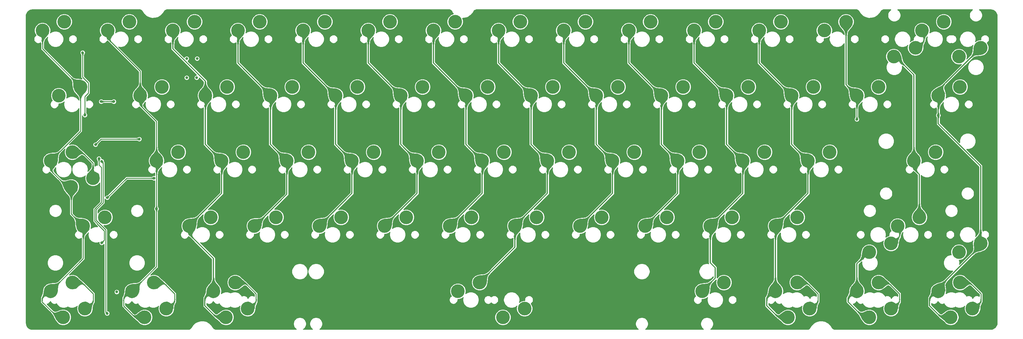
<source format=gtl>
G04 #@! TF.GenerationSoftware,KiCad,Pcbnew,(5.1.10)-1*
G04 #@! TF.CreationDate,2021-08-06T13:45:01+08:00*
G04 #@! TF.ProjectId,Bakeneko60-HS,42616b65-6e65-46b6-9f36-302d48532e6b,rev?*
G04 #@! TF.SameCoordinates,Original*
G04 #@! TF.FileFunction,Copper,L1,Top*
G04 #@! TF.FilePolarity,Positive*
%FSLAX46Y46*%
G04 Gerber Fmt 4.6, Leading zero omitted, Abs format (unit mm)*
G04 Created by KiCad (PCBNEW (5.1.10)-1) date 2021-08-06 13:45:01*
%MOMM*%
%LPD*%
G01*
G04 APERTURE LIST*
G04 #@! TA.AperFunction,ComponentPad*
%ADD10C,4.000000*%
G04 #@! TD*
G04 #@! TA.AperFunction,ViaPad*
%ADD11C,0.800000*%
G04 #@! TD*
G04 #@! TA.AperFunction,Conductor*
%ADD12C,0.250000*%
G04 #@! TD*
G04 #@! TA.AperFunction,Conductor*
%ADD13C,0.375000*%
G04 #@! TD*
G04 #@! TA.AperFunction,Conductor*
%ADD14C,0.254000*%
G04 #@! TD*
G04 #@! TA.AperFunction,Conductor*
%ADD15C,1.000000*%
G04 #@! TD*
G04 #@! TA.AperFunction,Conductor*
%ADD16C,0.025400*%
G04 #@! TD*
G04 APERTURE END LIST*
D10*
X-3810000Y2540000D03*
X2540000Y5080000D03*
X15240000Y2540000D03*
X21590000Y5080000D03*
X34290000Y2540000D03*
X40640000Y5080000D03*
X72390000Y2540000D03*
X78740000Y5080000D03*
X91440000Y2540000D03*
X97790000Y5080000D03*
X110490000Y2540000D03*
X116840000Y5080000D03*
X129540000Y2540000D03*
X135890000Y5080000D03*
X148590000Y2540000D03*
X154940000Y5080000D03*
X167640000Y2540000D03*
X173990000Y5080000D03*
X186690000Y2540000D03*
X193040000Y5080000D03*
X205740000Y2540000D03*
X212090000Y5080000D03*
X224790000Y2540000D03*
X231140000Y5080000D03*
X253365000Y2540000D03*
X259715000Y5080000D03*
X952500Y-16510000D03*
X7302500Y-13970000D03*
X24765000Y-16510000D03*
X31115000Y-13970000D03*
X43815000Y-16510000D03*
X50165000Y-13970000D03*
X62865000Y-16510000D03*
X69215000Y-13970000D03*
X81915000Y-16510000D03*
X88265000Y-13970000D03*
X100965000Y-16510000D03*
X107315000Y-13970000D03*
X120015000Y-16510000D03*
X126365000Y-13970000D03*
X139065000Y-16510000D03*
X145415000Y-13970000D03*
X158115000Y-16510000D03*
X164465000Y-13970000D03*
X177165000Y-16510000D03*
X183515000Y-13970000D03*
X196215000Y-16510000D03*
X202565000Y-13970000D03*
X215265000Y-16510000D03*
X221615000Y-13970000D03*
X234315000Y-16510000D03*
X240665000Y-13970000D03*
X258127500Y-16510000D03*
X264477500Y-13970000D03*
X10953750Y-40640000D03*
X4603750Y-43180000D03*
X29527500Y-35560000D03*
X35877500Y-33020000D03*
X48577500Y-35560000D03*
X54927500Y-33020000D03*
X67627500Y-35560000D03*
X73977500Y-33020000D03*
X86677500Y-35560000D03*
X93027500Y-33020000D03*
X105727500Y-35560000D03*
X112077500Y-33020000D03*
X124777500Y-35560000D03*
X131127500Y-33020000D03*
X143827500Y-35560000D03*
X150177500Y-33020000D03*
X162877500Y-35560000D03*
X169227500Y-33020000D03*
X181927500Y-35560000D03*
X188277500Y-33020000D03*
X200977500Y-35560000D03*
X207327500Y-33020000D03*
X220027500Y-35560000D03*
X226377500Y-33020000D03*
X250983750Y-35560000D03*
X257333750Y-33020000D03*
X39052500Y-54610000D03*
X45402500Y-52070000D03*
X58102500Y-54610000D03*
X64452500Y-52070000D03*
X77152500Y-54610000D03*
X83502500Y-52070000D03*
X96202500Y-54610000D03*
X102552500Y-52070000D03*
X115252500Y-54610000D03*
X121602500Y-52070000D03*
X134302500Y-54610000D03*
X140652500Y-52070000D03*
X153352500Y-54610000D03*
X159702500Y-52070000D03*
X172402500Y-54610000D03*
X178752500Y-52070000D03*
X191452500Y-54610000D03*
X197802500Y-52070000D03*
X210502500Y-54610000D03*
X216852500Y-52070000D03*
X244316250Y-59690000D03*
X237966250Y-62230000D03*
X270510000Y-59690000D03*
X264160000Y-62230000D03*
X246221250Y-54610000D03*
X252571250Y-52070000D03*
X-1428750Y-73660000D03*
X4921250Y-71120000D03*
X22383750Y-73660000D03*
X28733750Y-71120000D03*
X46196250Y-73660000D03*
X52546250Y-71120000D03*
X117633750Y-73660000D03*
X123983750Y-71120000D03*
X189071250Y-73660000D03*
X195421250Y-71120000D03*
X220503750Y-78740000D03*
X214153750Y-81280000D03*
X244316250Y-78740000D03*
X237966250Y-81280000D03*
X268128750Y-78740000D03*
X261778750Y-81280000D03*
X8572500Y-78740000D03*
X2222500Y-81280000D03*
X32385000Y-78740000D03*
X26035000Y-81280000D03*
X56197500Y-78740000D03*
X49847500Y-81280000D03*
X137160000Y-78740000D03*
X130810000Y-81280000D03*
X210502500Y-73660000D03*
X216852500Y-71120000D03*
X234315000Y-73660000D03*
X240665000Y-71120000D03*
X258127500Y-73660000D03*
X264477500Y-71120000D03*
X-1428750Y-35560000D03*
X4921250Y-33020000D03*
X251460000Y-2540000D03*
X245110000Y-5080000D03*
X270510000Y-2540000D03*
X264160000Y-5080000D03*
X8096250Y-54610000D03*
X14446250Y-52070000D03*
X53340000Y2540000D03*
X59690000Y5080000D03*
D11*
X41402000Y-5715000D03*
X38354000Y-5715000D03*
X41275000Y-11303000D03*
X38354000Y-11303000D03*
X23887500Y-68887500D03*
X33887500Y-66887500D03*
X37887500Y-3887500D03*
X75887500Y-3887500D03*
X75887500Y-79887500D03*
X113887500Y-3887500D03*
X119887500Y-60887500D03*
X148887500Y-41887500D03*
X153887500Y-3887500D03*
X176887500Y-60887500D03*
X190887500Y-79887500D03*
X209887500Y-3887500D03*
X236887500Y-68887500D03*
X238887500Y-52887500D03*
X241887500Y-32887500D03*
X246887500Y4112500D03*
X253887500Y-42887500D03*
X24266044Y-23884050D03*
X20202044Y-21979049D03*
X26416000Y-10795000D03*
X10477500Y-25368250D03*
X17462500Y-20034250D03*
X41656000Y-28448000D03*
X50800000Y-28448000D03*
X23749000Y-37211000D03*
X-7112500Y7112500D03*
X-7112500Y-3887500D03*
X-7112500Y-14887500D03*
X-7112500Y-25887500D03*
X-7112500Y-36887500D03*
X-7112500Y-47887500D03*
X-7112500Y-58887500D03*
X-7112500Y-69887500D03*
X-7112500Y-80887500D03*
X-1112500Y-8887500D03*
X-1112500Y-30887500D03*
X-1112500Y-41887500D03*
X-1112500Y-52887500D03*
X-112500Y3112500D03*
X887500Y-61887500D03*
X1887500Y-22887500D03*
X4887500Y-2887500D03*
X4887500Y-83887500D03*
X6887500Y7112500D03*
X6887500Y-67887500D03*
X7887500Y-28887500D03*
X9887500Y-8887500D03*
X9887500Y-59887500D03*
X11887500Y-17887500D03*
X15887500Y-31887500D03*
X15887500Y-47887500D03*
X15887500Y-64887500D03*
X16887500Y-4887500D03*
X17887500Y7112500D03*
X18887500Y-13887500D03*
X18887500Y-83887500D03*
X19887500Y-57887500D03*
X23887500Y2112500D03*
X23887500Y-34887500D03*
X25887500Y-22887500D03*
X25887500Y-52887500D03*
X27887500Y-4887500D03*
X27887500Y-43887500D03*
X27887500Y-61887500D03*
X28887500Y-82887500D03*
X30887500Y-28887500D03*
X31887500Y6112500D03*
X33887500Y-48887500D03*
X35887500Y-19887500D03*
X37887500Y-35887500D03*
X38887500Y-60887500D03*
X40887500Y-13887500D03*
X40887500Y-25887500D03*
X40887500Y-43887500D03*
X40887500Y-70887500D03*
X42887500Y2112500D03*
X43887500Y-80887500D03*
X45887500Y-6887500D03*
X45887500Y-55887500D03*
X47887500Y-31887500D03*
X47887500Y-64887500D03*
X48887500Y7112500D03*
X48887500Y-46887500D03*
X50887500Y-17887500D03*
X51887500Y-83887500D03*
X53887500Y-9887500D03*
X54887500Y-51887500D03*
X54887500Y-73887500D03*
X55887500Y-28887500D03*
X55887500Y-61887500D03*
X56887500Y3112500D03*
X57887500Y-43887500D03*
X59887500Y-4887500D03*
X60887500Y-67887500D03*
X61887500Y-33887500D03*
X62887500Y-12887500D03*
X63887500Y7112500D03*
X64887500Y-55887500D03*
X65887500Y-26887500D03*
X65887500Y-73887500D03*
X66887500Y-887500D03*
X66887500Y-83887500D03*
X67887500Y-63887500D03*
X68887500Y-42887500D03*
X69887500Y-8887500D03*
X71887500Y-50887500D03*
X72887500Y-16887500D03*
X73887500Y6112500D03*
X73887500Y-29887500D03*
X73887500Y-70887500D03*
X75887500Y-60887500D03*
X77887500Y-44887500D03*
X79887500Y-10887500D03*
X80887500Y2112500D03*
X80887500Y-33887500D03*
X80887500Y-66887500D03*
X82887500Y-75887500D03*
X84887500Y-26887500D03*
X85887500Y-4887500D03*
X85887500Y-54887500D03*
X85887500Y-83887500D03*
X86887500Y7112500D03*
X87887500Y-45887500D03*
X88887500Y-17887500D03*
X88887500Y-62887500D03*
X90887500Y-71887500D03*
X91887500Y-9887500D03*
X92887500Y-29887500D03*
X93887500Y-50887500D03*
X93887500Y-79887500D03*
X94887500Y3112500D03*
X96887500Y-42887500D03*
X96887500Y-65887500D03*
X97887500Y-4887500D03*
X99887500Y-33887500D03*
X99887500Y-73887500D03*
X100887500Y-12887500D03*
X100887500Y-83887500D03*
X101887500Y7112500D03*
X102887500Y-60887500D03*
X103887500Y-26887500D03*
X104887500Y-887500D03*
X105887500Y-68887500D03*
X106887500Y-46887500D03*
X107887500Y-8887500D03*
X107887500Y-19887500D03*
X107887500Y-79887500D03*
X109887500Y-54887500D03*
X111887500Y6112500D03*
X111887500Y-29887500D03*
X111887500Y-63887500D03*
X112887500Y-41887500D03*
X113887500Y-14887500D03*
X114887500Y-83887500D03*
X115887500Y-49887500D03*
X116887500Y-69887500D03*
X118887500Y2112500D03*
X118887500Y-33887500D03*
X119887500Y-8887500D03*
X121887500Y-43887500D03*
X122887500Y-26887500D03*
X123887500Y-78887500D03*
X124887500Y7112500D03*
X124887500Y-66887500D03*
X125887500Y-3887500D03*
X126887500Y-17887500D03*
X129887500Y-46887500D03*
X129887500Y-72887500D03*
X130887500Y-10887500D03*
X130887500Y-29887500D03*
X130887500Y-60887500D03*
X132887500Y3112500D03*
X133887500Y-79887500D03*
X135887500Y-4887500D03*
X135887500Y-19887500D03*
X135887500Y-38887500D03*
X135887500Y-66887500D03*
X137887500Y-53887500D03*
X139887500Y7112500D03*
X139887500Y-12887500D03*
X139887500Y-73887500D03*
X140887500Y-25887500D03*
X140887500Y-44887500D03*
X141887500Y-60887500D03*
X141887500Y-83887500D03*
X142887500Y-887500D03*
X145887500Y-17887500D03*
X145887500Y-31887500D03*
X145887500Y-67887500D03*
X146887500Y-7887500D03*
X147887500Y-76887500D03*
X149887500Y6112500D03*
X149887500Y-57887500D03*
X151887500Y-25887500D03*
X152887500Y-13887500D03*
X152887500Y-82887500D03*
X153887500Y-47887500D03*
X153887500Y-64887500D03*
X155887500Y-73887500D03*
X159887500Y-8887500D03*
X159887500Y-28887500D03*
X159887500Y-41887500D03*
X160887500Y-60887500D03*
X160887500Y-79887500D03*
X162887500Y-49887500D03*
X162887500Y-69887500D03*
X164887500Y7112500D03*
X165887500Y-3887500D03*
X165887500Y-16887500D03*
X165887500Y-33887500D03*
X167887500Y-75887500D03*
X168887500Y-43887500D03*
X169887500Y-24887500D03*
X169887500Y-64887500D03*
X171887500Y-8887500D03*
X173887500Y-49887500D03*
X173887500Y-80887500D03*
X174887500Y-38887500D03*
X174887500Y-70887500D03*
X175887500Y2112500D03*
X178887500Y-12887500D03*
X178887500Y-26887500D03*
X179887500Y-44887500D03*
X180887500Y-3887500D03*
X180887500Y-75887500D03*
X181887500Y7112500D03*
X182887500Y-65887500D03*
X183887500Y-32887500D03*
X183887500Y-83887500D03*
X185887500Y-16887500D03*
X187887500Y-41887500D03*
X188887500Y-6887500D03*
X188887500Y-24887500D03*
X188887500Y-60887500D03*
X189887500Y4112500D03*
X189887500Y-50887500D03*
X194887500Y-11887500D03*
X194887500Y-65887500D03*
X195887500Y-44887500D03*
X197887500Y7112500D03*
X197887500Y-3887500D03*
X197887500Y-26887500D03*
X197887500Y-73887500D03*
X198887500Y-83887500D03*
X199887500Y-54887500D03*
X202887500Y-62887500D03*
X203887500Y-8887500D03*
X203887500Y-31887500D03*
X203887500Y-47887500D03*
X205887500Y-70887500D03*
X206887500Y-16887500D03*
X206887500Y-80887500D03*
X207887500Y6112500D03*
X207887500Y-38887500D03*
X208887500Y-25887500D03*
X211887500Y-50887500D03*
X211887500Y-64887500D03*
X212887500Y-11887500D03*
X214887500Y2112500D03*
X214887500Y-42887500D03*
X216887500Y-28887500D03*
X216887500Y-83887500D03*
X218887500Y-5887500D03*
X218887500Y-54887500D03*
X219887500Y-67887500D03*
X220887500Y7112500D03*
X221887500Y-46887500D03*
X222887500Y-33887500D03*
X223887500Y-16887500D03*
X223887500Y-60887500D03*
X225887500Y-25887500D03*
X226887500Y-8887500D03*
X227887500Y3112500D03*
X227887500Y-41887500D03*
X227887500Y-52887500D03*
X227887500Y-70887500D03*
X228887500Y-83887500D03*
X231887500Y-30887500D03*
X232887500Y-3887500D03*
X232887500Y-58887500D03*
X234887500Y-12887500D03*
X235887500Y-23887500D03*
X235887500Y-37887500D03*
X236887500Y5112500D03*
X240887500Y-82887500D03*
X242887500Y-16887500D03*
X242887500Y-63887500D03*
X243887500Y-41887500D03*
X243887500Y-73887500D03*
X245887500Y-24887500D03*
X246887500Y-49887500D03*
X249887500Y-68887500D03*
X250887500Y-7887500D03*
X250887500Y-80887500D03*
X252887500Y-28887500D03*
X252887500Y-60887500D03*
X254887500Y7112500D03*
X257887500Y-11887500D03*
X258887500Y-35887500D03*
X258887500Y-65887500D03*
X258887500Y-83887500D03*
X259887500Y-2887500D03*
X259887500Y-22887500D03*
X261887500Y-45887500D03*
X263887500Y-54887500D03*
X266887500Y-16887500D03*
X266887500Y-38887500D03*
X268887500Y-25887500D03*
X268887500Y-64887500D03*
X268887500Y-82887500D03*
X271887500Y2112500D03*
X271887500Y-10887500D03*
X271887500Y-44887500D03*
X272887500Y-32887500D03*
X273887500Y-53887500D03*
X18288000Y-27559000D03*
X266887500Y-73887500D03*
X7143750Y-47625000D03*
X32887500Y-10887500D03*
X34671000Y-9906000D03*
X11684000Y-30861000D03*
X24513483Y-29212483D03*
X234315000Y-23443761D03*
X258127500Y-22288500D03*
X15113000Y-46355000D03*
X28802500Y-40640000D03*
X17887500Y-73887500D03*
X29527500Y-49593500D03*
X17043500Y-18256250D03*
X13362500Y-18256250D03*
X8576750Y-22218750D03*
X7937500Y-3968750D03*
X12700000Y-34925000D03*
X13493750Y-59531250D03*
X13493750Y-35718750D03*
X15081250Y-80168750D03*
D12*
X251966002Y-2540000D02*
X251460000Y-2540000D01*
X253930001Y-576001D02*
X251966002Y-2540000D01*
X253930001Y1974999D02*
X253930001Y-576001D01*
X253365000Y2540000D02*
X253930001Y1974999D01*
X10953750Y-36224073D02*
X10953750Y-40640000D01*
X7749677Y-33020000D02*
X10953750Y-36224073D01*
X4921250Y-33020000D02*
X7749677Y-33020000D01*
X246786251Y-57726001D02*
X244822252Y-59690000D01*
X246786251Y-55175001D02*
X246786251Y-57726001D01*
X244822252Y-59690000D02*
X244316250Y-59690000D01*
X246221250Y-54610000D02*
X246786251Y-55175001D01*
X9078502Y-78740000D02*
X8572500Y-78740000D01*
X11042501Y-76776001D02*
X9078502Y-78740000D01*
X11042501Y-74412824D02*
X11042501Y-76776001D01*
X7749677Y-71120000D02*
X11042501Y-74412824D01*
X4921250Y-71120000D02*
X7749677Y-71120000D01*
X34855001Y-76776001D02*
X32891002Y-78740000D01*
X32891002Y-78740000D02*
X32385000Y-78740000D01*
X34855001Y-74412824D02*
X34855001Y-76776001D01*
X31562177Y-71120000D02*
X34855001Y-74412824D01*
X28733750Y-71120000D02*
X31562177Y-71120000D01*
X56703502Y-78740000D02*
X56197500Y-78740000D01*
X58667501Y-76776001D02*
X56703502Y-78740000D01*
X58667501Y-74412824D02*
X58667501Y-76776001D01*
X55374677Y-71120000D02*
X58667501Y-74412824D01*
X52546250Y-71120000D02*
X55374677Y-71120000D01*
X221009752Y-78740000D02*
X220503750Y-78740000D01*
X222973751Y-76776001D02*
X221009752Y-78740000D01*
X222973751Y-74412824D02*
X222973751Y-76776001D01*
X219680927Y-71120000D02*
X222973751Y-74412824D01*
X216852500Y-71120000D02*
X219680927Y-71120000D01*
X244822252Y-78740000D02*
X244316250Y-78740000D01*
X246786251Y-76776001D02*
X244822252Y-78740000D01*
X246786251Y-74412824D02*
X246786251Y-76776001D01*
X243493427Y-71120000D02*
X246786251Y-74412824D01*
X240665000Y-71120000D02*
X243493427Y-71120000D01*
X268634752Y-78740000D02*
X268128750Y-78740000D01*
X270598751Y-76776001D02*
X268634752Y-78740000D01*
X270598751Y-74412824D02*
X270598751Y-76776001D01*
X267305927Y-71120000D02*
X270598751Y-74412824D01*
X264477500Y-71120000D02*
X267305927Y-71120000D01*
X13332517Y-29212483D02*
X24513483Y-29212483D01*
X11684000Y-30861000D02*
X13332517Y-29212483D01*
D13*
X72390000Y-6985000D02*
X81915000Y-16510000D01*
X72390000Y2540000D02*
X72390000Y-6985000D01*
X81915000Y-30797500D02*
X86677500Y-35560000D01*
X81915000Y-16510000D02*
X81915000Y-30797500D01*
X86677500Y-45085000D02*
X77152500Y-54610000D01*
X86677500Y-35560000D02*
X86677500Y-45085000D01*
X91440000Y-6985000D02*
X100965000Y-16510000D01*
X91440000Y2540000D02*
X91440000Y-6985000D01*
X100965000Y-30797500D02*
X105727500Y-35560000D01*
X100965000Y-16510000D02*
X100965000Y-30797500D01*
X105727500Y-45085000D02*
X96202500Y-54610000D01*
X105727500Y-35560000D02*
X105727500Y-45085000D01*
X110490000Y-6985000D02*
X120015000Y-16510000D01*
X110490000Y2540000D02*
X110490000Y-6985000D01*
X120015000Y-30797500D02*
X124777500Y-35560000D01*
X120015000Y-16510000D02*
X120015000Y-30797500D01*
X124777500Y-45085000D02*
X115252500Y-54610000D01*
X124777500Y-35560000D02*
X124777500Y-45085000D01*
X205740000Y-6985000D02*
X215265000Y-16510000D01*
X205740000Y2540000D02*
X205740000Y-6985000D01*
X215265000Y-30797500D02*
X220027500Y-35560000D01*
X215265000Y-16510000D02*
X215265000Y-30797500D01*
X220027500Y-45085000D02*
X210502500Y-54610000D01*
X220027500Y-35560000D02*
X220027500Y-45085000D01*
X210502500Y-56991250D02*
X210502500Y-73660000D01*
X210502500Y-54610000D02*
X210502500Y-56991250D01*
X211325323Y-81280000D02*
X214153750Y-81280000D01*
X207969999Y-77924676D02*
X211325323Y-81280000D01*
X207969999Y-75593999D02*
X207969999Y-77924676D01*
X209903998Y-73660000D02*
X207969999Y-75593999D01*
X210502500Y-73660000D02*
X209903998Y-73660000D01*
X231140000Y-13335000D02*
X234315000Y-16510000D01*
X231140000Y5080000D02*
X231140000Y-13335000D01*
D12*
X234315000Y-23443761D02*
X234315000Y-16510000D01*
D13*
X250983750Y-10477276D02*
X250983750Y-35560000D01*
X246380073Y-5873599D02*
X250983750Y-10477276D01*
X245586099Y-5873599D02*
X246380073Y-5873599D01*
X245110000Y-5397500D02*
X245586099Y-5873599D01*
X245110000Y-5080000D02*
X245110000Y-5397500D01*
X252571250Y-39528750D02*
X252571250Y-52070000D01*
X250983750Y-37941250D02*
X252571250Y-39528750D01*
X250983750Y-35560000D02*
X250983750Y-37941250D01*
X234315000Y-65658776D02*
X234315000Y-73660000D01*
X237743776Y-62230000D02*
X234315000Y-65658776D01*
X237966250Y-62230000D02*
X237743776Y-62230000D01*
X236256498Y-81280000D02*
X237966250Y-81280000D01*
X231782499Y-76806001D02*
X236256498Y-81280000D01*
X231782499Y-75593999D02*
X231782499Y-76806001D01*
X233716498Y-73660000D02*
X231782499Y-75593999D01*
X234315000Y-73660000D02*
X233716498Y-73660000D01*
X258127500Y-14922500D02*
X258127500Y-16510000D01*
X270510000Y-2540000D02*
X258127500Y-14922500D01*
X270510000Y-37147724D02*
X270510000Y-59690000D01*
X258127500Y-24765224D02*
X270510000Y-37147724D01*
X258127500Y-72771224D02*
X258127500Y-73660000D01*
X270510000Y-60388724D02*
X258127500Y-72771224D01*
X270510000Y-59690000D02*
X270510000Y-60388724D01*
X258950323Y-81280000D02*
X261778750Y-81280000D01*
X255594999Y-77924676D02*
X258950323Y-81280000D01*
X255594999Y-75593999D02*
X255594999Y-77924676D01*
X257528998Y-73660000D02*
X255594999Y-75593999D01*
X258127500Y-73660000D02*
X257528998Y-73660000D01*
X258127500Y-22288500D02*
X258127500Y-24765224D01*
X258127500Y-16510000D02*
X258127500Y-22288500D01*
X129540000Y-6985000D02*
X139065000Y-16510000D01*
X129540000Y2540000D02*
X129540000Y-6985000D01*
X139065000Y-30797500D02*
X143827500Y-35560000D01*
X139065000Y-16510000D02*
X139065000Y-30797500D01*
X143827500Y-45085000D02*
X134302500Y-54610000D01*
X143827500Y-35560000D02*
X143827500Y-45085000D01*
X134302500Y-60801250D02*
X123983750Y-71120000D01*
X134302500Y-54610000D02*
X134302500Y-60801250D01*
X148590000Y-6985000D02*
X158115000Y-16510000D01*
X148590000Y2540000D02*
X148590000Y-6985000D01*
X158115000Y-30797500D02*
X162877500Y-35560000D01*
X158115000Y-16510000D02*
X158115000Y-30797500D01*
X162877500Y-45085000D02*
X153352500Y-54610000D01*
X162877500Y-35560000D02*
X162877500Y-45085000D01*
X167640000Y-6985000D02*
X177165000Y-16510000D01*
X167640000Y2540000D02*
X167640000Y-6985000D01*
X177165000Y-30797500D02*
X181927500Y-35560000D01*
X177165000Y-16510000D02*
X177165000Y-30797500D01*
X181927500Y-45085000D02*
X172402500Y-54610000D01*
X181927500Y-35560000D02*
X181927500Y-45085000D01*
X186690000Y-6985000D02*
X196215000Y-16510000D01*
X186690000Y2540000D02*
X186690000Y-6985000D01*
X196215000Y-30797500D02*
X200977500Y-35560000D01*
X196215000Y-16510000D02*
X196215000Y-30797500D01*
X200977500Y-45085000D02*
X191452500Y-54610000D01*
X200977500Y-35560000D02*
X200977500Y-45085000D01*
X192881401Y-69849849D02*
X189071250Y-73660000D01*
X192881401Y-66801927D02*
X192881401Y-69849849D01*
X191452500Y-65373026D02*
X192881401Y-66801927D01*
X191452500Y-54610000D02*
X191452500Y-65373026D01*
D12*
X20828000Y-40640000D02*
X28802500Y-40640000D01*
X15113000Y-46355000D02*
X20828000Y-40640000D01*
D13*
X58378998Y-54610000D02*
X58102500Y-54610000D01*
X67627500Y-45361498D02*
X58378998Y-54610000D01*
X67627500Y-35560000D02*
X67627500Y-45361498D01*
X53340000Y-6985000D02*
X62865000Y-16510000D01*
X53340000Y2540000D02*
X53340000Y-6985000D01*
X62865000Y-30797500D02*
X67627500Y-35560000D01*
X62865000Y-16510000D02*
X62865000Y-30797500D01*
X43815000Y-12341502D02*
X43815000Y-16510000D01*
X34290000Y-2816502D02*
X43815000Y-12341502D01*
X34290000Y2540000D02*
X34290000Y-2816502D01*
X43815000Y-30797500D02*
X48577500Y-35560000D01*
X43815000Y-16510000D02*
X43815000Y-30797500D01*
X48577500Y-45085000D02*
X39052500Y-54610000D01*
X48577500Y-35560000D02*
X48577500Y-45085000D01*
X46196250Y-64135000D02*
X46196250Y-73660000D01*
X39052500Y-56991250D02*
X46196250Y-64135000D01*
X39052500Y-54610000D02*
X39052500Y-56991250D01*
X47019073Y-81280000D02*
X49847500Y-81280000D01*
X43663749Y-77924676D02*
X47019073Y-81280000D01*
X43663749Y-75593999D02*
X43663749Y-77924676D01*
X45597748Y-73660000D02*
X43663749Y-75593999D01*
X46196250Y-73660000D02*
X45597748Y-73660000D01*
D12*
X24765000Y-9366250D02*
X24765000Y-16510000D01*
X15240000Y158750D02*
X24765000Y-9366250D01*
X15240000Y2540000D02*
X15240000Y158750D01*
X29527500Y-24100927D02*
X29527500Y-35560000D01*
X24765000Y-19338427D02*
X29527500Y-24100927D01*
X24765000Y-16510000D02*
X24765000Y-19338427D01*
X29527500Y-66516250D02*
X22383750Y-73660000D01*
X23206573Y-81280000D02*
X26035000Y-81280000D01*
X19913749Y-77987176D02*
X23206573Y-81280000D01*
X19913749Y-75623999D02*
X19913749Y-77987176D01*
X21877748Y-73660000D02*
X19913749Y-75623999D01*
X22383750Y-73660000D02*
X21877748Y-73660000D01*
X29527500Y-49593500D02*
X29527500Y-66516250D01*
X29527500Y-35560000D02*
X29527500Y-49593500D01*
X17043500Y-18256250D02*
X13493750Y-18256250D01*
X13493750Y-18256250D02*
X13362500Y-18256250D01*
X8576750Y-22218750D02*
X8576750Y-16823250D01*
X9627501Y-15772499D02*
X9627501Y-12802501D01*
X8576750Y-16823250D02*
X9627501Y-15772499D01*
X7937500Y-11112500D02*
X7937500Y-3968750D01*
X9627501Y-12802501D02*
X7937500Y-11112500D01*
X-3810000Y-2857500D02*
X7302500Y-13970000D01*
X-3810000Y2540000D02*
X-3810000Y-2857500D01*
X7302500Y-26828750D02*
X-1428750Y-35560000D01*
X7302500Y-13970000D02*
X7302500Y-26828750D01*
X3362823Y-43180000D02*
X4603750Y-43180000D01*
X-1428750Y-38388427D02*
X3362823Y-43180000D01*
X-1428750Y-35560000D02*
X-1428750Y-38388427D01*
X4603750Y-51117500D02*
X8096250Y-54610000D01*
X4603750Y-43180000D02*
X4603750Y-51117500D01*
X8096250Y-64135000D02*
X-1428750Y-73660000D01*
X8096250Y-54610000D02*
X8096250Y-64135000D01*
X605248Y-81280000D02*
X2222500Y-81280000D01*
X-3898751Y-76776001D02*
X605248Y-81280000D01*
X-3898751Y-75623999D02*
X-3898751Y-76776001D01*
X-1934752Y-73660000D02*
X-3898751Y-75623999D01*
X-1428750Y-73660000D02*
X-1934752Y-73660000D01*
X12700000Y-36800248D02*
X12700000Y-34925000D01*
X13423751Y-47694999D02*
X13423751Y-37523999D01*
X11456240Y-53157402D02*
X11456240Y-49662510D01*
X12114112Y-53815274D02*
X11456240Y-53157402D01*
X12114112Y-53925888D02*
X12114112Y-53815274D01*
X11456240Y-49662510D02*
X13423751Y-47694999D01*
X14225151Y-56036927D02*
X12114112Y-53925888D01*
X14225151Y-58799849D02*
X14225151Y-56036927D01*
X13423751Y-37523999D02*
X12700000Y-36800248D01*
X13493750Y-59531250D02*
X14225151Y-58799849D01*
X13893749Y-36118749D02*
X13893749Y-47861411D01*
X13493750Y-35718750D02*
X13893749Y-36118749D01*
X11906250Y-49848910D02*
X11906250Y-52971002D01*
X13893749Y-47861411D02*
X11906250Y-49848910D01*
X14675161Y-55739913D02*
X14675161Y-55850527D01*
X11906250Y-52971002D02*
X14675161Y-55739913D01*
X14675161Y-79762661D02*
X15081250Y-80168750D01*
X14675161Y-55850527D02*
X14675161Y-79762661D01*
D14*
X115151506Y8571256D02*
X115355543Y8509653D01*
X115543727Y8409594D01*
X115708895Y8274888D01*
X115850143Y8104149D01*
X115916279Y7993073D01*
X115957272Y7917256D01*
X115968497Y7900614D01*
X115978060Y7882972D01*
X115981268Y7878298D01*
X116312538Y7402728D01*
X116145488Y7369500D01*
X115712173Y7190015D01*
X115322201Y6929444D01*
X114990556Y6597799D01*
X114729985Y6207827D01*
X114550500Y5774512D01*
X114459000Y5314508D01*
X114459000Y4845492D01*
X114550500Y4385488D01*
X114729985Y3952173D01*
X114990556Y3562201D01*
X115322201Y3230556D01*
X115712173Y2969985D01*
X116145488Y2790500D01*
X116605492Y2699000D01*
X117074508Y2699000D01*
X117534512Y2790500D01*
X117967827Y2969985D01*
X118357799Y3230556D01*
X118689444Y3562201D01*
X118950015Y3952173D01*
X119129500Y4385488D01*
X119221000Y4845492D01*
X119221000Y5314508D01*
X133509000Y5314508D01*
X133509000Y4845492D01*
X133600500Y4385488D01*
X133779985Y3952173D01*
X134040556Y3562201D01*
X134372201Y3230556D01*
X134762173Y2969985D01*
X135195488Y2790500D01*
X135655492Y2699000D01*
X136124508Y2699000D01*
X136584512Y2790500D01*
X137017827Y2969985D01*
X137407799Y3230556D01*
X137739444Y3562201D01*
X138000015Y3952173D01*
X138179500Y4385488D01*
X138271000Y4845492D01*
X138271000Y5314508D01*
X152559000Y5314508D01*
X152559000Y4845492D01*
X152650500Y4385488D01*
X152829985Y3952173D01*
X153090556Y3562201D01*
X153422201Y3230556D01*
X153812173Y2969985D01*
X154245488Y2790500D01*
X154705492Y2699000D01*
X155174508Y2699000D01*
X155634512Y2790500D01*
X156067827Y2969985D01*
X156457799Y3230556D01*
X156789444Y3562201D01*
X157050015Y3952173D01*
X157229500Y4385488D01*
X157321000Y4845492D01*
X157321000Y5314508D01*
X171609000Y5314508D01*
X171609000Y4845492D01*
X171700500Y4385488D01*
X171879985Y3952173D01*
X172140556Y3562201D01*
X172472201Y3230556D01*
X172862173Y2969985D01*
X173295488Y2790500D01*
X173755492Y2699000D01*
X174224508Y2699000D01*
X174684512Y2790500D01*
X175117827Y2969985D01*
X175507799Y3230556D01*
X175839444Y3562201D01*
X176100015Y3952173D01*
X176279500Y4385488D01*
X176371000Y4845492D01*
X176371000Y5314508D01*
X190659000Y5314508D01*
X190659000Y4845492D01*
X190750500Y4385488D01*
X190929985Y3952173D01*
X191190556Y3562201D01*
X191522201Y3230556D01*
X191912173Y2969985D01*
X192345488Y2790500D01*
X192805492Y2699000D01*
X193274508Y2699000D01*
X193734512Y2790500D01*
X194167827Y2969985D01*
X194557799Y3230556D01*
X194889444Y3562201D01*
X195150015Y3952173D01*
X195329500Y4385488D01*
X195421000Y4845492D01*
X195421000Y5314508D01*
X209709000Y5314508D01*
X209709000Y4845492D01*
X209800500Y4385488D01*
X209979985Y3952173D01*
X210240556Y3562201D01*
X210572201Y3230556D01*
X210962173Y2969985D01*
X211395488Y2790500D01*
X211855492Y2699000D01*
X212324508Y2699000D01*
X212784512Y2790500D01*
X213217827Y2969985D01*
X213607799Y3230556D01*
X213939444Y3562201D01*
X214200015Y3952173D01*
X214379500Y4385488D01*
X214471000Y4845492D01*
X214471000Y5314508D01*
X214379500Y5774512D01*
X214200015Y6207827D01*
X213939444Y6597799D01*
X213607799Y6929444D01*
X213217827Y7190015D01*
X212784512Y7369500D01*
X212324508Y7461000D01*
X211855492Y7461000D01*
X211395488Y7369500D01*
X210962173Y7190015D01*
X210572201Y6929444D01*
X210240556Y6597799D01*
X209979985Y6207827D01*
X209800500Y5774512D01*
X209709000Y5314508D01*
X195421000Y5314508D01*
X195329500Y5774512D01*
X195150015Y6207827D01*
X194889444Y6597799D01*
X194557799Y6929444D01*
X194167827Y7190015D01*
X193734512Y7369500D01*
X193274508Y7461000D01*
X192805492Y7461000D01*
X192345488Y7369500D01*
X191912173Y7190015D01*
X191522201Y6929444D01*
X191190556Y6597799D01*
X190929985Y6207827D01*
X190750500Y5774512D01*
X190659000Y5314508D01*
X176371000Y5314508D01*
X176279500Y5774512D01*
X176100015Y6207827D01*
X175839444Y6597799D01*
X175507799Y6929444D01*
X175117827Y7190015D01*
X174684512Y7369500D01*
X174224508Y7461000D01*
X173755492Y7461000D01*
X173295488Y7369500D01*
X172862173Y7190015D01*
X172472201Y6929444D01*
X172140556Y6597799D01*
X171879985Y6207827D01*
X171700500Y5774512D01*
X171609000Y5314508D01*
X157321000Y5314508D01*
X157229500Y5774512D01*
X157050015Y6207827D01*
X156789444Y6597799D01*
X156457799Y6929444D01*
X156067827Y7190015D01*
X155634512Y7369500D01*
X155174508Y7461000D01*
X154705492Y7461000D01*
X154245488Y7369500D01*
X153812173Y7190015D01*
X153422201Y6929444D01*
X153090556Y6597799D01*
X152829985Y6207827D01*
X152650500Y5774512D01*
X152559000Y5314508D01*
X138271000Y5314508D01*
X138179500Y5774512D01*
X138000015Y6207827D01*
X137739444Y6597799D01*
X137407799Y6929444D01*
X137017827Y7190015D01*
X136584512Y7369500D01*
X136124508Y7461000D01*
X135655492Y7461000D01*
X135195488Y7369500D01*
X134762173Y7190015D01*
X134372201Y6929444D01*
X134040556Y6597799D01*
X133779985Y6207827D01*
X133600500Y5774512D01*
X133509000Y5314508D01*
X119221000Y5314508D01*
X119129500Y5774512D01*
X118991543Y6107570D01*
X119423008Y6114048D01*
X119459550Y6118186D01*
X119496189Y6121817D01*
X119501742Y6122963D01*
X120102946Y6251412D01*
X120138014Y6262577D01*
X120173225Y6273248D01*
X120178449Y6275450D01*
X120743253Y6518227D01*
X120775487Y6535992D01*
X120807952Y6553298D01*
X120812649Y6556473D01*
X121319541Y6904331D01*
X121347706Y6928014D01*
X121376197Y6951301D01*
X121380181Y6955322D01*
X121380187Y6955327D01*
X121380191Y6955333D01*
X121809860Y7395018D01*
X121832884Y7423716D01*
X121856312Y7452097D01*
X121859444Y7456822D01*
X122195467Y7971496D01*
X122195532Y7971594D01*
X122333809Y8183390D01*
X122482771Y8335824D01*
X122658503Y8456421D01*
X122854309Y8540588D01*
X123071009Y8586886D01*
X123197056Y8594000D01*
X233982042Y8594000D01*
X234214006Y8571256D01*
X234418043Y8509653D01*
X234606227Y8409594D01*
X234771395Y8274888D01*
X234912643Y8104149D01*
X234978779Y7993073D01*
X235019772Y7917256D01*
X235030997Y7900614D01*
X235040560Y7882972D01*
X235043768Y7878298D01*
X235395156Y7373846D01*
X235419049Y7345831D01*
X235442520Y7317521D01*
X235446574Y7313558D01*
X235889252Y6886966D01*
X235918138Y6864121D01*
X235946655Y6840913D01*
X235951402Y6837813D01*
X236468509Y6505328D01*
X236501281Y6488529D01*
X236533763Y6471302D01*
X236539017Y6469185D01*
X236539021Y6469183D01*
X236539025Y6469182D01*
X237110859Y6243470D01*
X237146279Y6233354D01*
X237181481Y6222766D01*
X237187048Y6221710D01*
X237187050Y6221709D01*
X237187052Y6221709D01*
X237791839Y6111366D01*
X237828551Y6108322D01*
X237865136Y6104774D01*
X237870805Y6104819D01*
X238485508Y6114048D01*
X238522050Y6118186D01*
X238558689Y6121817D01*
X238564242Y6122963D01*
X239165446Y6251412D01*
X239200514Y6262577D01*
X239235725Y6273248D01*
X239240949Y6275450D01*
X239805753Y6518227D01*
X239837987Y6535992D01*
X239870452Y6553298D01*
X239875149Y6556473D01*
X240382041Y6904331D01*
X240410206Y6928014D01*
X240438697Y6951301D01*
X240442681Y6955322D01*
X240442687Y6955327D01*
X240442691Y6955333D01*
X240872360Y7395018D01*
X240895384Y7423716D01*
X240918812Y7452097D01*
X240921944Y7456822D01*
X241257967Y7971496D01*
X241258032Y7971594D01*
X241396309Y8183390D01*
X241545271Y8335824D01*
X241721003Y8456421D01*
X241916809Y8540588D01*
X242133509Y8586886D01*
X242259556Y8594000D01*
X244216130Y8594000D01*
X244022634Y8464710D01*
X243757290Y8199366D01*
X243548811Y7887356D01*
X243405209Y7540668D01*
X243332000Y7172626D01*
X243332000Y6797374D01*
X243405209Y6429332D01*
X243548811Y6082644D01*
X243757290Y5770634D01*
X244022634Y5505290D01*
X244334644Y5296811D01*
X244681332Y5153209D01*
X245049374Y5080000D01*
X245424626Y5080000D01*
X245792668Y5153209D01*
X246139356Y5296811D01*
X246165841Y5314508D01*
X257334000Y5314508D01*
X257334000Y4845492D01*
X257425500Y4385488D01*
X257604985Y3952173D01*
X257865556Y3562201D01*
X258197201Y3230556D01*
X258587173Y2969985D01*
X259020488Y2790500D01*
X259480492Y2699000D01*
X259949508Y2699000D01*
X260409512Y2790500D01*
X260842827Y2969985D01*
X261232799Y3230556D01*
X261564444Y3562201D01*
X261825015Y3952173D01*
X262004500Y4385488D01*
X262096000Y4845492D01*
X262096000Y5314508D01*
X262004500Y5774512D01*
X261825015Y6207827D01*
X261564444Y6597799D01*
X261232799Y6929444D01*
X260842827Y7190015D01*
X260409512Y7369500D01*
X259949508Y7461000D01*
X259480492Y7461000D01*
X259020488Y7369500D01*
X258587173Y7190015D01*
X258197201Y6929444D01*
X257865556Y6597799D01*
X257604985Y6207827D01*
X257425500Y5774512D01*
X257334000Y5314508D01*
X246165841Y5314508D01*
X246451366Y5505290D01*
X246716710Y5770634D01*
X246925189Y6082644D01*
X247068791Y6429332D01*
X247142000Y6797374D01*
X247142000Y7172626D01*
X247068791Y7540668D01*
X246925189Y7887356D01*
X246716710Y8199366D01*
X246451366Y8464710D01*
X246257870Y8594000D01*
X268092130Y8594000D01*
X267898634Y8464710D01*
X267633290Y8199366D01*
X267424811Y7887356D01*
X267281209Y7540668D01*
X267208000Y7172626D01*
X267208000Y6797374D01*
X267281209Y6429332D01*
X267424811Y6082644D01*
X267633290Y5770634D01*
X267898634Y5505290D01*
X268210644Y5296811D01*
X268557332Y5153209D01*
X268925374Y5080000D01*
X269300626Y5080000D01*
X269668668Y5153209D01*
X270015356Y5296811D01*
X270327366Y5505290D01*
X270592710Y5770634D01*
X270801189Y6082644D01*
X270944791Y6429332D01*
X271018000Y6797374D01*
X271018000Y7172626D01*
X270944791Y7540668D01*
X270801189Y7887356D01*
X270592710Y8199366D01*
X270327366Y8464710D01*
X270133870Y8594000D01*
X273430146Y8594000D01*
X273807788Y8556972D01*
X274151952Y8453063D01*
X274469376Y8284286D01*
X274747974Y8057067D01*
X274977130Y7780066D01*
X275148120Y7463826D01*
X275254429Y7120397D01*
X275294001Y6743896D01*
X275294000Y-82930145D01*
X275256972Y-83307786D01*
X275153063Y-83651951D01*
X274984285Y-83969377D01*
X274757069Y-84247971D01*
X274480066Y-84477128D01*
X274163822Y-84648121D01*
X273820397Y-84754428D01*
X273443906Y-84793999D01*
X227980459Y-84793999D01*
X227748496Y-84771255D01*
X227544455Y-84709652D01*
X227356271Y-84609592D01*
X227191110Y-84474890D01*
X227049859Y-84304147D01*
X226983717Y-84193062D01*
X226942725Y-84117250D01*
X226931502Y-84100612D01*
X226921940Y-84082971D01*
X226918732Y-84078297D01*
X226567344Y-83573846D01*
X226543467Y-83545849D01*
X226519980Y-83517520D01*
X226515926Y-83513557D01*
X226073248Y-83086965D01*
X226044362Y-83064120D01*
X226015845Y-83040912D01*
X226011098Y-83037812D01*
X225493992Y-82705327D01*
X225461220Y-82688528D01*
X225428738Y-82671301D01*
X225423484Y-82669184D01*
X225423480Y-82669182D01*
X225423476Y-82669181D01*
X224851643Y-82443469D01*
X224816223Y-82433353D01*
X224781021Y-82422765D01*
X224775452Y-82421708D01*
X224170662Y-82311365D01*
X224133950Y-82308321D01*
X224097365Y-82304773D01*
X224091696Y-82304818D01*
X223476995Y-82314046D01*
X223440426Y-82318187D01*
X223403812Y-82321816D01*
X223398260Y-82322961D01*
X222797056Y-82451411D01*
X222761988Y-82462576D01*
X222726777Y-82473247D01*
X222721553Y-82475449D01*
X222156749Y-82718226D01*
X222124489Y-82736005D01*
X222092050Y-82753297D01*
X222087361Y-82756467D01*
X222087353Y-82756471D01*
X222087347Y-82756476D01*
X221580461Y-83104330D01*
X221552278Y-83128029D01*
X221523806Y-83151300D01*
X221519815Y-83155326D01*
X221090143Y-83595015D01*
X221067095Y-83623742D01*
X221043690Y-83652095D01*
X221040563Y-83656813D01*
X221040557Y-83656820D01*
X221040553Y-83656828D01*
X220704535Y-84171494D01*
X220704470Y-84171592D01*
X220566191Y-84383389D01*
X220417232Y-84535822D01*
X220241501Y-84656417D01*
X220045692Y-84740586D01*
X219828992Y-84786884D01*
X219702950Y-84793997D01*
X191520874Y-84793997D01*
X191714366Y-84664710D01*
X191979710Y-84399366D01*
X192188189Y-84087356D01*
X192331791Y-83740668D01*
X192405000Y-83372626D01*
X192405000Y-82997374D01*
X192331791Y-82629332D01*
X192188189Y-82282644D01*
X191979710Y-81970634D01*
X191714366Y-81705290D01*
X191402356Y-81496811D01*
X191055668Y-81353209D01*
X190687626Y-81280000D01*
X190312374Y-81280000D01*
X189944332Y-81353209D01*
X189597644Y-81496811D01*
X189285634Y-81705290D01*
X189020290Y-81970634D01*
X188811811Y-82282644D01*
X188668209Y-82629332D01*
X188595000Y-82997374D01*
X188595000Y-83372626D01*
X188668209Y-83740668D01*
X188811811Y-84087356D01*
X189020290Y-84399366D01*
X189285634Y-84664710D01*
X189479126Y-84793998D01*
X172464524Y-84793998D01*
X172658016Y-84664710D01*
X172923360Y-84399366D01*
X173131839Y-84087356D01*
X173275441Y-83740668D01*
X173348650Y-83372626D01*
X173348650Y-82997374D01*
X173275441Y-82629332D01*
X173131839Y-82282644D01*
X172923360Y-81970634D01*
X172658016Y-81705290D01*
X172346006Y-81496811D01*
X171999318Y-81353209D01*
X171631276Y-81280000D01*
X171256024Y-81280000D01*
X170887982Y-81353209D01*
X170541294Y-81496811D01*
X170229284Y-81705290D01*
X169963940Y-81970634D01*
X169755461Y-82282644D01*
X169611859Y-82629332D01*
X169538650Y-82997374D01*
X169538650Y-83372626D01*
X169611859Y-83740668D01*
X169755461Y-84087356D01*
X169963940Y-84399366D01*
X170229284Y-84664710D01*
X170422776Y-84793998D01*
X77220871Y-84793999D01*
X77414366Y-84664710D01*
X77679710Y-84399366D01*
X77888189Y-84087356D01*
X78031791Y-83740668D01*
X78105000Y-83372626D01*
X78105000Y-82997374D01*
X78031791Y-82629332D01*
X77888189Y-82282644D01*
X77679710Y-81970634D01*
X77414366Y-81705290D01*
X77102356Y-81496811D01*
X76755668Y-81353209D01*
X76387626Y-81280000D01*
X76012374Y-81280000D01*
X75644332Y-81353209D01*
X75297644Y-81496811D01*
X74985634Y-81705290D01*
X74720290Y-81970634D01*
X74511811Y-82282644D01*
X74368209Y-82629332D01*
X74295000Y-82997374D01*
X74295000Y-83372626D01*
X74368209Y-83740668D01*
X74511811Y-84087356D01*
X74720290Y-84399366D01*
X74985634Y-84664710D01*
X75179129Y-84794000D01*
X72464721Y-84794000D01*
X72658216Y-84664710D01*
X72923560Y-84399366D01*
X73132039Y-84087356D01*
X73275641Y-83740668D01*
X73348850Y-83372626D01*
X73348850Y-82997374D01*
X73275641Y-82629332D01*
X73132039Y-82282644D01*
X72923560Y-81970634D01*
X72658216Y-81705290D01*
X72346206Y-81496811D01*
X71999518Y-81353209D01*
X71631476Y-81280000D01*
X71256224Y-81280000D01*
X70888182Y-81353209D01*
X70541494Y-81496811D01*
X70229484Y-81705290D01*
X69964140Y-81970634D01*
X69755661Y-82282644D01*
X69612059Y-82629332D01*
X69538850Y-82997374D01*
X69538850Y-83372626D01*
X69612059Y-83740668D01*
X69755661Y-84087356D01*
X69964140Y-84399366D01*
X70229484Y-84664710D01*
X70422979Y-84794000D01*
X47005469Y-84794000D01*
X46773496Y-84771255D01*
X46569458Y-84709652D01*
X46381270Y-84609591D01*
X46216111Y-84474890D01*
X46074860Y-84304147D01*
X46008723Y-84193071D01*
X45967729Y-84117253D01*
X45956504Y-84100611D01*
X45946942Y-84082971D01*
X45943734Y-84078296D01*
X45592345Y-83573845D01*
X45568468Y-83545848D01*
X45544981Y-83517519D01*
X45540927Y-83513556D01*
X45098249Y-83086964D01*
X45069363Y-83064119D01*
X45040846Y-83040911D01*
X45036099Y-83037811D01*
X44518992Y-82705326D01*
X44486234Y-82688534D01*
X44453738Y-82671300D01*
X44448479Y-82669181D01*
X43876641Y-82443468D01*
X43841232Y-82433355D01*
X43806020Y-82422764D01*
X43800451Y-82421707D01*
X43195661Y-82311364D01*
X43158949Y-82308320D01*
X43122364Y-82304772D01*
X43116695Y-82304817D01*
X42501992Y-82314046D01*
X42465450Y-82318184D01*
X42428811Y-82321815D01*
X42423260Y-82322961D01*
X42423258Y-82322961D01*
X42423256Y-82322962D01*
X41822055Y-82451410D01*
X41786987Y-82462575D01*
X41751776Y-82473246D01*
X41746552Y-82475448D01*
X41181747Y-82718226D01*
X41149513Y-82735991D01*
X41117048Y-82753297D01*
X41112351Y-82756472D01*
X40605459Y-83104330D01*
X40577276Y-83128029D01*
X40548804Y-83151300D01*
X40544813Y-83155326D01*
X40115141Y-83595015D01*
X40092093Y-83623742D01*
X40068688Y-83652095D01*
X40065561Y-83656813D01*
X40065555Y-83656820D01*
X40065551Y-83656828D01*
X39729533Y-84171495D01*
X39729468Y-84171593D01*
X39591189Y-84383390D01*
X39442231Y-84535821D01*
X39266500Y-84656418D01*
X39070691Y-84740587D01*
X38853990Y-84786885D01*
X38727944Y-84793999D01*
X-6730156Y-84793999D01*
X-7107787Y-84756972D01*
X-7451952Y-84653063D01*
X-7769378Y-84484285D01*
X-8047972Y-84257069D01*
X-8277129Y-83980066D01*
X-8448122Y-83663822D01*
X-8554429Y-83320397D01*
X-8593999Y-82943915D01*
X-8593999Y-65171093D01*
X-2406650Y-65171093D01*
X-2406650Y-65638907D01*
X-2315384Y-66097733D01*
X-2136359Y-66529937D01*
X-1876455Y-66918910D01*
X-1545660Y-67249705D01*
X-1156687Y-67509609D01*
X-724483Y-67688634D01*
X-265657Y-67779900D01*
X202157Y-67779900D01*
X660983Y-67688634D01*
X1093187Y-67509609D01*
X1482160Y-67249705D01*
X1812955Y-66918910D01*
X2072859Y-66529937D01*
X2251884Y-66097733D01*
X2343150Y-65638907D01*
X2343150Y-65171093D01*
X2251884Y-64712267D01*
X2072859Y-64280063D01*
X1812955Y-63891090D01*
X1482160Y-63560295D01*
X1093187Y-63300391D01*
X660983Y-63121366D01*
X202157Y-63030100D01*
X-265657Y-63030100D01*
X-724483Y-63121366D01*
X-1156687Y-63300391D01*
X-1545660Y-63560295D01*
X-1876455Y-63891090D01*
X-2136359Y-64280063D01*
X-2315384Y-64712267D01*
X-2406650Y-65171093D01*
X-8593999Y-65171093D01*
X-8593999Y-49977374D01*
X-1936750Y-49977374D01*
X-1936750Y-50352626D01*
X-1863541Y-50720668D01*
X-1719939Y-51067356D01*
X-1511460Y-51379366D01*
X-1246116Y-51644710D01*
X-934106Y-51853189D01*
X-587418Y-51996791D01*
X-219376Y-52070000D01*
X155876Y-52070000D01*
X523918Y-51996791D01*
X870606Y-51853189D01*
X1182616Y-51644710D01*
X1447960Y-51379366D01*
X1656439Y-51067356D01*
X1800041Y-50720668D01*
X1873250Y-50352626D01*
X1873250Y-49977374D01*
X1800041Y-49609332D01*
X1656439Y-49262644D01*
X1447960Y-48950634D01*
X1182616Y-48685290D01*
X870606Y-48476811D01*
X523918Y-48333209D01*
X155876Y-48260000D01*
X-219376Y-48260000D01*
X-587418Y-48333209D01*
X-934106Y-48476811D01*
X-1246116Y-48685290D01*
X-1511460Y-48950634D01*
X-1719939Y-49262644D01*
X-1863541Y-49609332D01*
X-1936750Y-49977374D01*
X-8593999Y-49977374D01*
X-8594000Y123705D01*
X-6336000Y123705D01*
X-6336000Y-123705D01*
X-6287732Y-366362D01*
X-6193053Y-594939D01*
X-6055599Y-800653D01*
X-5880653Y-975599D01*
X-5674939Y-1113053D01*
X-5446362Y-1207732D01*
X-5203705Y-1256000D01*
X-4956295Y-1256000D01*
X-4713638Y-1207732D01*
X-4485061Y-1113053D01*
X-4342625Y-1017880D01*
X-4342014Y-1020854D01*
X-4315999Y-1461256D01*
X-4315999Y-2832644D01*
X-4318447Y-2857500D01*
X-4308678Y-2956692D01*
X-4279745Y-3052074D01*
X-4279744Y-3052075D01*
X-4232758Y-3139979D01*
X-4169526Y-3217027D01*
X-4150219Y-3232872D01*
X4115400Y-11498491D01*
X4408405Y-11828286D01*
X4593870Y-12109608D01*
X4705416Y-12362980D01*
X4767560Y-12609265D01*
X4797625Y-12870530D01*
X4809565Y-13162392D01*
X4819734Y-13484194D01*
X4820725Y-13502132D01*
X4848213Y-13850479D01*
X4852333Y-13883845D01*
X4916701Y-14265662D01*
X4925995Y-14306768D01*
X4978433Y-14490730D01*
X5013000Y-14664512D01*
X5192485Y-15097827D01*
X5290920Y-15245145D01*
X5383924Y-15412310D01*
X5406419Y-15447949D01*
X5630890Y-15763450D01*
X5651570Y-15789956D01*
X5878452Y-16055711D01*
X5890434Y-16069094D01*
X6110795Y-16303838D01*
X6308722Y-16518650D01*
X6472214Y-16724663D01*
X6602415Y-16942743D01*
X6702705Y-17200792D01*
X6770485Y-17530855D01*
X6786660Y-17804662D01*
X6607205Y-17536090D01*
X6276410Y-17205295D01*
X5887437Y-16945391D01*
X5455233Y-16766366D01*
X4996407Y-16675100D01*
X4528593Y-16675100D01*
X4069767Y-16766366D01*
X3637563Y-16945391D01*
X3248590Y-17205295D01*
X3236786Y-17217099D01*
X3242000Y-17204512D01*
X3333500Y-16744508D01*
X3333500Y-16275492D01*
X3242000Y-15815488D01*
X3062515Y-15382173D01*
X2801944Y-14992201D01*
X2470299Y-14660556D01*
X2080327Y-14399985D01*
X1647012Y-14220500D01*
X1187008Y-14129000D01*
X717992Y-14129000D01*
X257988Y-14220500D01*
X-175327Y-14399985D01*
X-565299Y-14660556D01*
X-896944Y-14992201D01*
X-1157515Y-15382173D01*
X-1337000Y-15815488D01*
X-1428500Y-16275492D01*
X-1428500Y-16744508D01*
X-1337000Y-17204512D01*
X-1157515Y-17637827D01*
X-943695Y-17957832D01*
X-1118153Y-18074401D01*
X-1293099Y-18249347D01*
X-1430553Y-18455061D01*
X-1525232Y-18683638D01*
X-1573500Y-18926295D01*
X-1573500Y-19173705D01*
X-1525232Y-19416362D01*
X-1430553Y-19644939D01*
X-1293099Y-19850653D01*
X-1118153Y-20025599D01*
X-912439Y-20163053D01*
X-683862Y-20257732D01*
X-441205Y-20306000D01*
X-193795Y-20306000D01*
X48862Y-20257732D01*
X277439Y-20163053D01*
X483153Y-20025599D01*
X658099Y-19850653D01*
X795553Y-19644939D01*
X890232Y-19416362D01*
X938500Y-19173705D01*
X938500Y-18926295D01*
X931479Y-18891000D01*
X1187008Y-18891000D01*
X1647012Y-18799500D01*
X2080327Y-18620015D01*
X2470299Y-18359444D01*
X2483384Y-18346359D01*
X2478866Y-18357267D01*
X2387600Y-18816093D01*
X2387600Y-19283907D01*
X2478866Y-19742733D01*
X2657891Y-20174937D01*
X2917795Y-20563910D01*
X3248590Y-20894705D01*
X3637563Y-21154609D01*
X4069767Y-21333634D01*
X4528593Y-21424900D01*
X4996407Y-21424900D01*
X5455233Y-21333634D01*
X5887437Y-21154609D01*
X6276410Y-20894705D01*
X6607205Y-20563910D01*
X6796500Y-20280610D01*
X6796501Y-26619157D01*
X1042763Y-32372896D01*
X712963Y-32665904D01*
X431641Y-32851370D01*
X178269Y-32962916D01*
X-68016Y-33025060D01*
X-329280Y-33055125D01*
X-621142Y-33067065D01*
X-942944Y-33077234D01*
X-960882Y-33078225D01*
X-1309229Y-33105713D01*
X-1342595Y-33109833D01*
X-1724412Y-33174201D01*
X-1765518Y-33183495D01*
X-1949480Y-33235933D01*
X-2123262Y-33270500D01*
X-2556577Y-33449985D01*
X-2946549Y-33710556D01*
X-3278194Y-34042201D01*
X-3538765Y-34432173D01*
X-3718250Y-34865488D01*
X-3809750Y-35325492D01*
X-3809750Y-35794508D01*
X-3718250Y-36254512D01*
X-3538765Y-36687827D01*
X-3324945Y-37007832D01*
X-3499403Y-37124401D01*
X-3674349Y-37299347D01*
X-3811803Y-37505061D01*
X-3906482Y-37733638D01*
X-3954750Y-37976295D01*
X-3954750Y-38223705D01*
X-3906482Y-38466362D01*
X-3811803Y-38694939D01*
X-3674349Y-38900653D01*
X-3499403Y-39075599D01*
X-3293689Y-39213053D01*
X-3065112Y-39307732D01*
X-2822455Y-39356000D01*
X-2575045Y-39356000D01*
X-2332388Y-39307732D01*
X-2103811Y-39213053D01*
X-1898097Y-39075599D01*
X-1723151Y-38900653D01*
X-1686687Y-38846081D01*
X933258Y-41466026D01*
X1270975Y-41840874D01*
X1505348Y-42171659D01*
X1670379Y-42477227D01*
X1792028Y-42773051D01*
X1893546Y-43074519D01*
X1994597Y-43383302D01*
X2001274Y-43402037D01*
X2121946Y-43714567D01*
X2137729Y-43749970D01*
X2301059Y-44071301D01*
X2325881Y-44113252D01*
X2555419Y-44450005D01*
X2585621Y-44488701D01*
X2652903Y-44564306D01*
X2685174Y-44622310D01*
X2707669Y-44657949D01*
X2932140Y-44973450D01*
X2952820Y-44999956D01*
X3179702Y-45265711D01*
X3191684Y-45279094D01*
X3412045Y-45513838D01*
X3609972Y-45728650D01*
X3773464Y-45934663D01*
X3903665Y-46152743D01*
X4003955Y-46410792D01*
X4071735Y-46740855D01*
X4097751Y-47181252D01*
X4097751Y-51092644D01*
X4095303Y-51117500D01*
X4105072Y-51216692D01*
X4134005Y-51312074D01*
X4147391Y-51337116D01*
X4180992Y-51399979D01*
X4244224Y-51477027D01*
X4263531Y-51492872D01*
X4909145Y-52138486D01*
X5202155Y-52468286D01*
X5387620Y-52749608D01*
X5499166Y-53002980D01*
X5561310Y-53249265D01*
X5591375Y-53510530D01*
X5603315Y-53802392D01*
X5613484Y-54124194D01*
X5614475Y-54142132D01*
X5641963Y-54490479D01*
X5646083Y-54523845D01*
X5710451Y-54905662D01*
X5719745Y-54946768D01*
X5772183Y-55130730D01*
X5806750Y-55304512D01*
X5986235Y-55737827D01*
X6084670Y-55885145D01*
X6177674Y-56052310D01*
X6186764Y-56066712D01*
X6025597Y-56174401D01*
X5850651Y-56349347D01*
X5713197Y-56555061D01*
X5618518Y-56783638D01*
X5570250Y-57026295D01*
X5570250Y-57273705D01*
X5618518Y-57516362D01*
X5713197Y-57744939D01*
X5850651Y-57950653D01*
X6025597Y-58125599D01*
X6231311Y-58263053D01*
X6459888Y-58357732D01*
X6702545Y-58406000D01*
X6949955Y-58406000D01*
X7192612Y-58357732D01*
X7421189Y-58263053D01*
X7563624Y-58167881D01*
X7564235Y-58170855D01*
X7590250Y-58611251D01*
X7590251Y-63925407D01*
X1042763Y-70472896D01*
X712963Y-70765904D01*
X431641Y-70951370D01*
X178269Y-71062916D01*
X-68016Y-71125060D01*
X-329280Y-71155125D01*
X-621142Y-71167065D01*
X-942944Y-71177234D01*
X-960882Y-71178225D01*
X-1309229Y-71205713D01*
X-1342595Y-71209833D01*
X-1724412Y-71274201D01*
X-1765518Y-71283495D01*
X-1949480Y-71335933D01*
X-2123262Y-71370500D01*
X-2556577Y-71549985D01*
X-2946549Y-71810556D01*
X-3278194Y-72142201D01*
X-3538765Y-72532173D01*
X-3718250Y-72965488D01*
X-3809750Y-73425492D01*
X-3809750Y-73650941D01*
X-3825026Y-73971896D01*
X-3864162Y-74226304D01*
X-3921604Y-74444427D01*
X-3994320Y-74648685D01*
X-4079223Y-74857634D01*
X-4080251Y-74860190D01*
X-4168311Y-75081482D01*
X-4175498Y-75101090D01*
X-4217985Y-75227642D01*
X-4238966Y-75248623D01*
X-4258278Y-75264472D01*
X-4321510Y-75341520D01*
X-4368496Y-75429425D01*
X-4397429Y-75524807D01*
X-4404751Y-75599146D01*
X-4404751Y-75599153D01*
X-4407198Y-75623999D01*
X-4404751Y-75648846D01*
X-4404750Y-76751145D01*
X-4407198Y-76776001D01*
X-4397429Y-76875193D01*
X-4368496Y-76970575D01*
X-4346624Y-77011493D01*
X-4321509Y-77058480D01*
X-4258277Y-77135528D01*
X-4238970Y-77151373D01*
X-1525728Y-79864616D01*
X-1197324Y-80220570D01*
X-957898Y-80532174D01*
X-779403Y-80815980D01*
X-639198Y-81085928D01*
X-516146Y-81356437D01*
X-393088Y-81631978D01*
X-386290Y-81646382D01*
X-246880Y-81926471D01*
X-232190Y-81953239D01*
X-56849Y-82244432D01*
X-35786Y-82275783D01*
X195552Y-82585736D01*
X219640Y-82614874D01*
X335643Y-82741807D01*
X373056Y-82797799D01*
X704701Y-83129444D01*
X1094673Y-83390015D01*
X1527988Y-83569500D01*
X1987992Y-83661000D01*
X2457008Y-83661000D01*
X2917012Y-83569500D01*
X3350327Y-83390015D01*
X3740299Y-83129444D01*
X4071944Y-82797799D01*
X4332515Y-82407827D01*
X4512000Y-81974512D01*
X4603500Y-81514508D01*
X4603500Y-81045492D01*
X4512000Y-80585488D01*
X4332515Y-80152173D01*
X4071944Y-79762201D01*
X3740299Y-79430556D01*
X3350327Y-79169985D01*
X2917012Y-78990500D01*
X2457008Y-78899000D01*
X1987992Y-78899000D01*
X1527988Y-78990500D01*
X1384526Y-79049924D01*
X1226525Y-79100775D01*
X1206033Y-79108021D01*
X896615Y-79227474D01*
X888990Y-79230513D01*
X607353Y-79346272D01*
X357536Y-79442364D01*
X142232Y-79506511D01*
X-41099Y-79533662D01*
X-204322Y-79524008D01*
X-372349Y-79471933D01*
X-569387Y-79356643D01*
X-814477Y-79144683D01*
X-2515087Y-77444074D01*
X-2332388Y-77407732D01*
X-2103811Y-77313053D01*
X-1898097Y-77175599D01*
X-1723151Y-77000653D01*
X-1585697Y-76794939D01*
X-1508125Y-76607662D01*
X-1430553Y-76794939D01*
X-1293099Y-77000653D01*
X-1118153Y-77175599D01*
X-912439Y-77313053D01*
X-683862Y-77407732D01*
X-441205Y-77456000D01*
X-193795Y-77456000D01*
X48862Y-77407732D01*
X272556Y-77315075D01*
X276641Y-77324937D01*
X536545Y-77713910D01*
X867340Y-78044705D01*
X1256313Y-78304609D01*
X1688517Y-78483634D01*
X2147343Y-78574900D01*
X2615157Y-78574900D01*
X3073983Y-78483634D01*
X3506187Y-78304609D01*
X3571875Y-78260718D01*
X3637563Y-78304609D01*
X4069767Y-78483634D01*
X4528593Y-78574900D01*
X4996407Y-78574900D01*
X5455233Y-78483634D01*
X5887437Y-78304609D01*
X6276410Y-78044705D01*
X6288214Y-78032901D01*
X6283000Y-78045488D01*
X6191500Y-78505492D01*
X6191500Y-78974508D01*
X6283000Y-79434512D01*
X6462485Y-79867827D01*
X6723056Y-80257799D01*
X7054701Y-80589444D01*
X7444673Y-80850015D01*
X7877988Y-81029500D01*
X8337992Y-81121000D01*
X8807008Y-81121000D01*
X9267012Y-81029500D01*
X9700327Y-80850015D01*
X10090299Y-80589444D01*
X10421944Y-80257799D01*
X10682515Y-79867827D01*
X10862000Y-79434512D01*
X10953500Y-78974508D01*
X10953500Y-78749058D01*
X10968776Y-78428103D01*
X11007912Y-78173695D01*
X11065354Y-77955572D01*
X11138070Y-77751314D01*
X11222973Y-77542365D01*
X11224001Y-77539809D01*
X11312061Y-77318517D01*
X11319248Y-77298909D01*
X11361734Y-77172360D01*
X11382721Y-77151373D01*
X11402028Y-77135528D01*
X11465260Y-77058480D01*
X11512246Y-76970576D01*
X11541179Y-76875194D01*
X11548501Y-76800855D01*
X11548501Y-76800848D01*
X11550948Y-76776002D01*
X11548501Y-76751156D01*
X11548501Y-74437669D01*
X11550948Y-74412823D01*
X11548501Y-74387977D01*
X11548501Y-74387970D01*
X11541179Y-74313631D01*
X11512246Y-74218249D01*
X11465260Y-74130345D01*
X11402028Y-74053297D01*
X11382721Y-74037452D01*
X8125053Y-70779785D01*
X8109204Y-70760473D01*
X8032156Y-70697241D01*
X7944252Y-70650255D01*
X7932014Y-70646543D01*
X7902279Y-70620250D01*
X7899155Y-70617518D01*
X7705344Y-70449870D01*
X7704923Y-70449506D01*
X7515963Y-70286536D01*
X7322693Y-70116864D01*
X7113935Y-69927434D01*
X6878354Y-69704981D01*
X6603739Y-69435246D01*
X6439049Y-69270556D01*
X6049077Y-69009985D01*
X5615762Y-68830500D01*
X5155758Y-68739000D01*
X4686742Y-68739000D01*
X4226738Y-68830500D01*
X4038279Y-68908562D01*
X8436470Y-64510372D01*
X8455777Y-64494527D01*
X8519009Y-64417479D01*
X8565995Y-64329575D01*
X8594928Y-64234193D01*
X8602250Y-64159854D01*
X8602250Y-64159847D01*
X8604697Y-64135001D01*
X8602250Y-64110155D01*
X8602250Y-58611243D01*
X8628264Y-58170854D01*
X8696044Y-57840792D01*
X8796334Y-57582743D01*
X8926535Y-57364663D01*
X9090027Y-57158650D01*
X9287954Y-56943838D01*
X9508315Y-56709094D01*
X9520297Y-56695711D01*
X9591860Y-56611886D01*
X9531350Y-56916093D01*
X9531350Y-57383907D01*
X9622616Y-57842733D01*
X9801641Y-58274937D01*
X10061545Y-58663910D01*
X10392340Y-58994705D01*
X10781313Y-59254609D01*
X11213517Y-59433634D01*
X11672343Y-59524900D01*
X12140157Y-59524900D01*
X12598983Y-59433634D01*
X12727451Y-59380421D01*
X12712750Y-59454328D01*
X12712750Y-59608172D01*
X12742763Y-59759059D01*
X12801637Y-59901192D01*
X12887108Y-60029109D01*
X12995891Y-60137892D01*
X13123808Y-60223363D01*
X13265941Y-60282237D01*
X13416828Y-60312250D01*
X13570672Y-60312250D01*
X13721559Y-60282237D01*
X13863692Y-60223363D01*
X13991609Y-60137892D01*
X14100392Y-60029109D01*
X14169161Y-59926188D01*
X14169162Y-79737805D01*
X14166714Y-79762661D01*
X14176483Y-79861853D01*
X14205416Y-79957235D01*
X14219059Y-79982758D01*
X14252403Y-80045140D01*
X14290408Y-80091448D01*
X14294011Y-80105308D01*
X14297987Y-80131101D01*
X14300250Y-80177930D01*
X14300250Y-80245672D01*
X14330263Y-80396559D01*
X14389137Y-80538692D01*
X14474608Y-80666609D01*
X14583391Y-80775392D01*
X14711308Y-80860863D01*
X14853441Y-80919737D01*
X15004328Y-80949750D01*
X15158172Y-80949750D01*
X15309059Y-80919737D01*
X15451192Y-80860863D01*
X15579109Y-80775392D01*
X15687892Y-80666609D01*
X15773363Y-80538692D01*
X15832237Y-80396559D01*
X15862250Y-80245672D01*
X15862250Y-80091828D01*
X15832237Y-79940941D01*
X15773363Y-79798808D01*
X15687892Y-79670891D01*
X15579109Y-79562108D01*
X15451192Y-79476637D01*
X15309059Y-79417763D01*
X15259794Y-79407964D01*
X15259318Y-79407826D01*
X15230554Y-79400708D01*
X15181161Y-79390505D01*
X15181161Y-73810578D01*
X17106500Y-73810578D01*
X17106500Y-73964422D01*
X17136513Y-74115309D01*
X17195387Y-74257442D01*
X17280858Y-74385359D01*
X17389641Y-74494142D01*
X17517558Y-74579613D01*
X17659691Y-74638487D01*
X17810578Y-74668500D01*
X17964422Y-74668500D01*
X18115309Y-74638487D01*
X18257442Y-74579613D01*
X18385359Y-74494142D01*
X18494142Y-74385359D01*
X18579613Y-74257442D01*
X18638487Y-74115309D01*
X18668500Y-73964422D01*
X18668500Y-73810578D01*
X18638487Y-73659691D01*
X18579613Y-73517558D01*
X18494142Y-73389641D01*
X18385359Y-73280858D01*
X18257442Y-73195387D01*
X18115309Y-73136513D01*
X17964422Y-73106500D01*
X17810578Y-73106500D01*
X17659691Y-73136513D01*
X17517558Y-73195387D01*
X17389641Y-73280858D01*
X17280858Y-73389641D01*
X17195387Y-73517558D01*
X17136513Y-73659691D01*
X17106500Y-73810578D01*
X15181161Y-73810578D01*
X15181161Y-65171093D01*
X21469350Y-65171093D01*
X21469350Y-65638907D01*
X21560616Y-66097733D01*
X21739641Y-66529937D01*
X21999545Y-66918910D01*
X22330340Y-67249705D01*
X22719313Y-67509609D01*
X23151517Y-67688634D01*
X23610343Y-67779900D01*
X24078157Y-67779900D01*
X24536983Y-67688634D01*
X24969187Y-67509609D01*
X25358160Y-67249705D01*
X25688955Y-66918910D01*
X25948859Y-66529937D01*
X26127884Y-66097733D01*
X26219150Y-65638907D01*
X26219150Y-65171093D01*
X26127884Y-64712267D01*
X25948859Y-64280063D01*
X25688955Y-63891090D01*
X25358160Y-63560295D01*
X24969187Y-63300391D01*
X24536983Y-63121366D01*
X24078157Y-63030100D01*
X23610343Y-63030100D01*
X23151517Y-63121366D01*
X22719313Y-63300391D01*
X22330340Y-63560295D01*
X21999545Y-63891090D01*
X21739641Y-64280063D01*
X21560616Y-64712267D01*
X21469350Y-65171093D01*
X15181161Y-65171093D01*
X15181161Y-57026295D01*
X15730250Y-57026295D01*
X15730250Y-57273705D01*
X15778518Y-57516362D01*
X15873197Y-57744939D01*
X16010651Y-57950653D01*
X16185597Y-58125599D01*
X16391311Y-58263053D01*
X16619888Y-58357732D01*
X16862545Y-58406000D01*
X17109955Y-58406000D01*
X17352612Y-58357732D01*
X17581189Y-58263053D01*
X17786903Y-58125599D01*
X17961849Y-57950653D01*
X18099303Y-57744939D01*
X18193982Y-57516362D01*
X18242250Y-57273705D01*
X18242250Y-57026295D01*
X18193982Y-56783638D01*
X18099303Y-56555061D01*
X17961849Y-56349347D01*
X17786903Y-56174401D01*
X17581189Y-56036947D01*
X17352612Y-55942268D01*
X17109955Y-55894000D01*
X16862545Y-55894000D01*
X16619888Y-55942268D01*
X16391311Y-56036947D01*
X16185597Y-56174401D01*
X16010651Y-56349347D01*
X15873197Y-56555061D01*
X15778518Y-56783638D01*
X15730250Y-57026295D01*
X15181161Y-57026295D01*
X15181161Y-55764758D01*
X15183608Y-55739912D01*
X15181161Y-55715066D01*
X15181161Y-55715059D01*
X15173839Y-55640720D01*
X15170411Y-55629417D01*
X15160633Y-55597185D01*
X15144906Y-55545338D01*
X15097920Y-55457434D01*
X15034688Y-55380386D01*
X15015381Y-55364541D01*
X14074551Y-54423711D01*
X14211742Y-54451000D01*
X14680758Y-54451000D01*
X15140762Y-54359500D01*
X15574077Y-54180015D01*
X15964049Y-53919444D01*
X16295694Y-53587799D01*
X16556265Y-53197827D01*
X16735750Y-52764512D01*
X16827250Y-52304508D01*
X16827250Y-51835492D01*
X16735750Y-51375488D01*
X16556265Y-50942173D01*
X16295694Y-50552201D01*
X15964049Y-50220556D01*
X15600102Y-49977374D01*
X21939250Y-49977374D01*
X21939250Y-50352626D01*
X22012459Y-50720668D01*
X22156061Y-51067356D01*
X22364540Y-51379366D01*
X22629884Y-51644710D01*
X22941894Y-51853189D01*
X23288582Y-51996791D01*
X23656624Y-52070000D01*
X24031876Y-52070000D01*
X24399918Y-51996791D01*
X24746606Y-51853189D01*
X25058616Y-51644710D01*
X25323960Y-51379366D01*
X25532439Y-51067356D01*
X25676041Y-50720668D01*
X25749250Y-50352626D01*
X25749250Y-49977374D01*
X25676041Y-49609332D01*
X25532439Y-49262644D01*
X25323960Y-48950634D01*
X25058616Y-48685290D01*
X24746606Y-48476811D01*
X24399918Y-48333209D01*
X24031876Y-48260000D01*
X23656624Y-48260000D01*
X23288582Y-48333209D01*
X22941894Y-48476811D01*
X22629884Y-48685290D01*
X22364540Y-48950634D01*
X22156061Y-49262644D01*
X22012459Y-49609332D01*
X21939250Y-49977374D01*
X15600102Y-49977374D01*
X15574077Y-49959985D01*
X15140762Y-49780500D01*
X14680758Y-49689000D01*
X14211742Y-49689000D01*
X13751738Y-49780500D01*
X13318423Y-49959985D01*
X12928451Y-50220556D01*
X12596806Y-50552201D01*
X12412250Y-50828409D01*
X12412250Y-50058501D01*
X14233969Y-48236783D01*
X14253276Y-48220938D01*
X14316508Y-48143890D01*
X14363494Y-48055986D01*
X14392427Y-47960604D01*
X14399749Y-47886265D01*
X14399749Y-47886258D01*
X14402196Y-47861412D01*
X14399749Y-47836566D01*
X14399749Y-46673911D01*
X14420887Y-46724942D01*
X14506358Y-46852859D01*
X14615141Y-46961642D01*
X14743058Y-47047113D01*
X14885191Y-47105987D01*
X15036078Y-47136000D01*
X15189922Y-47136000D01*
X15340809Y-47105987D01*
X15482942Y-47047113D01*
X15610859Y-46961642D01*
X15719642Y-46852859D01*
X15805113Y-46724942D01*
X15863987Y-46582809D01*
X15870985Y-46547630D01*
X15877919Y-46525631D01*
X15883350Y-46506713D01*
X15900758Y-46439574D01*
X15903592Y-46427888D01*
X15917338Y-46367028D01*
X15917363Y-46366915D01*
X15928441Y-46317797D01*
X15937008Y-46285688D01*
X15943953Y-46265957D01*
X15951418Y-46250248D01*
X15964216Y-46229704D01*
X15988624Y-46198389D01*
X16034296Y-46149296D01*
X21037592Y-41146000D01*
X28005622Y-41146000D01*
X28072591Y-41148418D01*
X28112000Y-41153303D01*
X28135580Y-41158781D01*
X28151960Y-41164609D01*
X28170821Y-41173649D01*
X28199596Y-41190303D01*
X28242159Y-41217199D01*
X28242246Y-41217254D01*
X28295000Y-41250570D01*
X28305279Y-41256836D01*
X28365063Y-41292000D01*
X28382276Y-41301535D01*
X28402742Y-41312191D01*
X28432558Y-41332113D01*
X28574691Y-41390987D01*
X28725578Y-41421000D01*
X28879422Y-41421000D01*
X29021500Y-41392739D01*
X29021501Y-48796589D01*
X29019081Y-48863590D01*
X29014196Y-48903000D01*
X29008718Y-48926580D01*
X29002890Y-48942960D01*
X28993850Y-48961821D01*
X28977196Y-48990596D01*
X28950300Y-49033159D01*
X28950245Y-49033246D01*
X28916929Y-49086000D01*
X28910663Y-49096279D01*
X28875499Y-49156063D01*
X28865962Y-49173280D01*
X28855307Y-49193746D01*
X28835387Y-49223558D01*
X28776513Y-49365691D01*
X28746500Y-49516578D01*
X28746500Y-49670422D01*
X28776513Y-49821309D01*
X28835387Y-49963442D01*
X28855308Y-49993256D01*
X28865963Y-50013721D01*
X28875499Y-50030936D01*
X28910663Y-50090720D01*
X28916929Y-50100999D01*
X28950245Y-50153753D01*
X28950300Y-50153840D01*
X28977196Y-50196403D01*
X28993850Y-50225178D01*
X29002890Y-50244039D01*
X29008718Y-50260419D01*
X29014196Y-50283999D01*
X29019081Y-50323409D01*
X29021500Y-50390386D01*
X29021501Y-66306657D01*
X24855262Y-70472896D01*
X24525463Y-70765904D01*
X24244141Y-70951370D01*
X23990769Y-71062916D01*
X23744484Y-71125060D01*
X23483219Y-71155125D01*
X23191357Y-71167065D01*
X22869555Y-71177234D01*
X22851617Y-71178225D01*
X22503270Y-71205713D01*
X22469904Y-71209833D01*
X22088087Y-71274201D01*
X22046981Y-71283495D01*
X21863018Y-71335933D01*
X21689238Y-71370500D01*
X21255923Y-71549985D01*
X20865951Y-71810556D01*
X20534306Y-72142201D01*
X20273735Y-72532173D01*
X20094250Y-72965488D01*
X20002750Y-73425492D01*
X20002750Y-73650940D01*
X19987473Y-73971896D01*
X19948337Y-74226304D01*
X19890895Y-74444427D01*
X19818179Y-74648685D01*
X19733276Y-74857634D01*
X19732248Y-74860190D01*
X19644188Y-75081482D01*
X19637001Y-75101090D01*
X19594513Y-75227644D01*
X19573534Y-75248623D01*
X19554222Y-75264472D01*
X19490990Y-75341520D01*
X19444004Y-75429425D01*
X19415071Y-75524807D01*
X19407749Y-75599146D01*
X19407749Y-75599153D01*
X19405302Y-75623999D01*
X19407749Y-75648845D01*
X19407750Y-77962320D01*
X19405302Y-77987176D01*
X19415071Y-78086368D01*
X19444004Y-78181750D01*
X19444005Y-78181751D01*
X19490991Y-78269655D01*
X19554223Y-78346703D01*
X19573530Y-78362548D01*
X22831201Y-81620220D01*
X22847046Y-81639527D01*
X22924094Y-81702759D01*
X23011998Y-81749745D01*
X23024236Y-81753457D01*
X23053970Y-81779749D01*
X23057094Y-81782481D01*
X23250905Y-81950129D01*
X23251326Y-81950493D01*
X23440286Y-82113463D01*
X23633556Y-82283135D01*
X23842314Y-82472565D01*
X24077895Y-82695018D01*
X24352511Y-82964754D01*
X24517201Y-83129444D01*
X24907173Y-83390015D01*
X25340488Y-83569500D01*
X25800492Y-83661000D01*
X26269508Y-83661000D01*
X26729512Y-83569500D01*
X27162827Y-83390015D01*
X27552799Y-83129444D01*
X27884444Y-82797799D01*
X28145015Y-82407827D01*
X28324500Y-81974512D01*
X28416000Y-81514508D01*
X28416000Y-81045492D01*
X28324500Y-80585488D01*
X28145015Y-80152173D01*
X27884444Y-79762201D01*
X27552799Y-79430556D01*
X27162827Y-79169985D01*
X26729512Y-78990500D01*
X26269508Y-78899000D01*
X25800492Y-78899000D01*
X25340488Y-78990500D01*
X24907173Y-79169985D01*
X24726155Y-79290937D01*
X24648574Y-79335270D01*
X24614492Y-79357230D01*
X24317926Y-79571476D01*
X24299947Y-79585297D01*
X24026199Y-79809007D01*
X24023272Y-79811423D01*
X23773127Y-80020035D01*
X23552553Y-80186716D01*
X23368145Y-80292970D01*
X23226317Y-80336105D01*
X23106447Y-80331535D01*
X22952761Y-80266973D01*
X22721924Y-80079759D01*
X20419749Y-77777585D01*
X20419749Y-77246862D01*
X20518811Y-77313053D01*
X20747388Y-77407732D01*
X20990045Y-77456000D01*
X21237455Y-77456000D01*
X21480112Y-77407732D01*
X21708689Y-77313053D01*
X21914403Y-77175599D01*
X22089349Y-77000653D01*
X22226803Y-76794939D01*
X22304375Y-76607662D01*
X22381947Y-76794939D01*
X22519401Y-77000653D01*
X22694347Y-77175599D01*
X22900061Y-77313053D01*
X23128638Y-77407732D01*
X23371295Y-77456000D01*
X23618705Y-77456000D01*
X23861362Y-77407732D01*
X24085056Y-77315075D01*
X24089141Y-77324937D01*
X24349045Y-77713910D01*
X24679840Y-78044705D01*
X25068813Y-78304609D01*
X25501017Y-78483634D01*
X25959843Y-78574900D01*
X26427657Y-78574900D01*
X26886483Y-78483634D01*
X27318687Y-78304609D01*
X27384375Y-78260718D01*
X27450063Y-78304609D01*
X27882267Y-78483634D01*
X28341093Y-78574900D01*
X28808907Y-78574900D01*
X29267733Y-78483634D01*
X29699937Y-78304609D01*
X30088910Y-78044705D01*
X30100714Y-78032901D01*
X30095500Y-78045488D01*
X30004000Y-78505492D01*
X30004000Y-78974508D01*
X30095500Y-79434512D01*
X30274985Y-79867827D01*
X30535556Y-80257799D01*
X30867201Y-80589444D01*
X31257173Y-80850015D01*
X31690488Y-81029500D01*
X32150492Y-81121000D01*
X32619508Y-81121000D01*
X33079512Y-81029500D01*
X33512827Y-80850015D01*
X33902799Y-80589444D01*
X34234444Y-80257799D01*
X34495015Y-79867827D01*
X34674500Y-79434512D01*
X34766000Y-78974508D01*
X34766000Y-78749058D01*
X34781276Y-78428103D01*
X34820412Y-78173695D01*
X34877854Y-77955572D01*
X34950570Y-77751314D01*
X35035473Y-77542365D01*
X35036501Y-77539809D01*
X35124561Y-77318517D01*
X35131748Y-77298909D01*
X35174234Y-77172360D01*
X35195221Y-77151373D01*
X35214528Y-77135528D01*
X35277760Y-77058480D01*
X35324746Y-76970576D01*
X35353679Y-76875194D01*
X35361001Y-76800855D01*
X35361001Y-76800848D01*
X35363448Y-76776002D01*
X35361001Y-76751156D01*
X35361001Y-74437669D01*
X35363448Y-74412823D01*
X35361001Y-74387977D01*
X35361001Y-74387970D01*
X35353679Y-74313631D01*
X35324746Y-74218249D01*
X35277760Y-74130345D01*
X35214528Y-74053297D01*
X35195221Y-74037452D01*
X31937553Y-70779785D01*
X31921704Y-70760473D01*
X31844656Y-70697241D01*
X31756752Y-70650255D01*
X31744514Y-70646543D01*
X31714779Y-70620250D01*
X31711655Y-70617518D01*
X31517844Y-70449870D01*
X31517423Y-70449506D01*
X31328463Y-70286536D01*
X31135193Y-70116864D01*
X30926435Y-69927434D01*
X30690854Y-69704981D01*
X30416239Y-69435246D01*
X30251549Y-69270556D01*
X29861577Y-69009985D01*
X29428262Y-68830500D01*
X28968258Y-68739000D01*
X28499242Y-68739000D01*
X28039238Y-68830500D01*
X27850780Y-68908562D01*
X29867720Y-66891622D01*
X29887027Y-66875777D01*
X29950259Y-66798729D01*
X29997245Y-66710825D01*
X30026178Y-66615443D01*
X30033500Y-66541104D01*
X30033500Y-66541097D01*
X30035947Y-66516251D01*
X30033500Y-66491405D01*
X30033500Y-50390377D01*
X30035918Y-50323408D01*
X30040803Y-50283999D01*
X30046281Y-50260419D01*
X30052109Y-50244039D01*
X30061149Y-50225178D01*
X30077803Y-50196403D01*
X30104699Y-50153840D01*
X30104754Y-50153753D01*
X30138070Y-50100999D01*
X30144336Y-50090720D01*
X30179500Y-50030936D01*
X30189034Y-50013725D01*
X30199689Y-49993260D01*
X30219613Y-49963442D01*
X30278487Y-49821309D01*
X30308500Y-49670422D01*
X30308500Y-49516578D01*
X30278487Y-49365691D01*
X30219613Y-49223558D01*
X30199691Y-49193742D01*
X30189035Y-49173276D01*
X30179500Y-49156063D01*
X30144336Y-49096279D01*
X30138070Y-49086000D01*
X30104754Y-49033246D01*
X30104699Y-49033159D01*
X30077803Y-48990596D01*
X30061149Y-48961821D01*
X30052109Y-48942960D01*
X30046281Y-48926580D01*
X30040803Y-48903000D01*
X30035918Y-48863591D01*
X30033500Y-48796622D01*
X30033500Y-39561243D01*
X30059514Y-39120854D01*
X30127294Y-38790792D01*
X30227584Y-38532743D01*
X30357785Y-38314663D01*
X30521277Y-38108650D01*
X30719204Y-37893838D01*
X30939565Y-37659094D01*
X30951547Y-37645711D01*
X31023110Y-37561886D01*
X30962600Y-37866093D01*
X30962600Y-38333907D01*
X31053866Y-38792733D01*
X31232891Y-39224937D01*
X31492795Y-39613910D01*
X31823590Y-39944705D01*
X32212563Y-40204609D01*
X32644767Y-40383634D01*
X33103593Y-40474900D01*
X33571407Y-40474900D01*
X34030233Y-40383634D01*
X34462437Y-40204609D01*
X34851410Y-39944705D01*
X35182205Y-39613910D01*
X35442109Y-39224937D01*
X35621134Y-38792733D01*
X35712400Y-38333907D01*
X35712400Y-37976295D01*
X37161500Y-37976295D01*
X37161500Y-38223705D01*
X37209768Y-38466362D01*
X37304447Y-38694939D01*
X37441901Y-38900653D01*
X37616847Y-39075599D01*
X37822561Y-39213053D01*
X38051138Y-39307732D01*
X38293795Y-39356000D01*
X38541205Y-39356000D01*
X38783862Y-39307732D01*
X39012439Y-39213053D01*
X39218153Y-39075599D01*
X39393099Y-38900653D01*
X39530553Y-38694939D01*
X39625232Y-38466362D01*
X39673500Y-38223705D01*
X39673500Y-37976295D01*
X39625232Y-37733638D01*
X39530553Y-37505061D01*
X39393099Y-37299347D01*
X39218153Y-37124401D01*
X39012439Y-36986947D01*
X38783862Y-36892268D01*
X38541205Y-36844000D01*
X38293795Y-36844000D01*
X38051138Y-36892268D01*
X37822561Y-36986947D01*
X37616847Y-37124401D01*
X37441901Y-37299347D01*
X37304447Y-37505061D01*
X37209768Y-37733638D01*
X37161500Y-37976295D01*
X35712400Y-37976295D01*
X35712400Y-37866093D01*
X35621134Y-37407267D01*
X35442109Y-36975063D01*
X35182205Y-36586090D01*
X34851410Y-36255295D01*
X34462437Y-35995391D01*
X34030233Y-35816366D01*
X33571407Y-35725100D01*
X33103593Y-35725100D01*
X32644767Y-35816366D01*
X32212563Y-35995391D01*
X31823590Y-36255295D01*
X31811786Y-36267099D01*
X31817000Y-36254512D01*
X31908500Y-35794508D01*
X31908500Y-35325492D01*
X31817000Y-34865488D01*
X31637515Y-34432173D01*
X31539079Y-34284853D01*
X31446075Y-34117689D01*
X31423580Y-34082050D01*
X31199109Y-33766549D01*
X31178429Y-33740043D01*
X30951547Y-33474288D01*
X30939565Y-33460905D01*
X30719204Y-33226161D01*
X30521277Y-33011349D01*
X30357785Y-32805336D01*
X30345938Y-32785492D01*
X33496500Y-32785492D01*
X33496500Y-33254508D01*
X33588000Y-33714512D01*
X33767485Y-34147827D01*
X34028056Y-34537799D01*
X34359701Y-34869444D01*
X34749673Y-35130015D01*
X35182988Y-35309500D01*
X35642992Y-35401000D01*
X36112008Y-35401000D01*
X36572012Y-35309500D01*
X37005327Y-35130015D01*
X37395299Y-34869444D01*
X37726944Y-34537799D01*
X37987515Y-34147827D01*
X38167000Y-33714512D01*
X38258500Y-33254508D01*
X38258500Y-32785492D01*
X38167000Y-32325488D01*
X37987515Y-31892173D01*
X37726944Y-31502201D01*
X37395299Y-31170556D01*
X37005327Y-30909985D01*
X36572012Y-30730500D01*
X36112008Y-30639000D01*
X35642992Y-30639000D01*
X35182988Y-30730500D01*
X34749673Y-30909985D01*
X34359701Y-31170556D01*
X34028056Y-31502201D01*
X33767485Y-31892173D01*
X33588000Y-32325488D01*
X33496500Y-32785492D01*
X30345938Y-32785492D01*
X30227584Y-32587256D01*
X30127294Y-32329207D01*
X30059514Y-31999145D01*
X30033500Y-31558757D01*
X30033500Y-24125772D01*
X30035947Y-24100926D01*
X30033500Y-24076080D01*
X30033500Y-24076073D01*
X30026178Y-24001734D01*
X30025210Y-23998541D01*
X29997245Y-23906352D01*
X29975954Y-23866520D01*
X29950259Y-23818448D01*
X29887027Y-23741400D01*
X29867720Y-23725555D01*
X25965243Y-19823079D01*
X25778026Y-19592238D01*
X25713464Y-19438552D01*
X25708894Y-19318682D01*
X25752029Y-19176854D01*
X25858283Y-18992446D01*
X26024964Y-18771872D01*
X26233576Y-18521727D01*
X26235992Y-18518800D01*
X26266713Y-18481208D01*
X26200100Y-18816093D01*
X26200100Y-19283907D01*
X26291366Y-19742733D01*
X26470391Y-20174937D01*
X26730295Y-20563910D01*
X27061090Y-20894705D01*
X27450063Y-21154609D01*
X27882267Y-21333634D01*
X28341093Y-21424900D01*
X28808907Y-21424900D01*
X29267733Y-21333634D01*
X29699937Y-21154609D01*
X30088910Y-20894705D01*
X30419705Y-20563910D01*
X30679609Y-20174937D01*
X30858634Y-19742733D01*
X30949900Y-19283907D01*
X30949900Y-18926295D01*
X32399000Y-18926295D01*
X32399000Y-19173705D01*
X32447268Y-19416362D01*
X32541947Y-19644939D01*
X32679401Y-19850653D01*
X32854347Y-20025599D01*
X33060061Y-20163053D01*
X33288638Y-20257732D01*
X33531295Y-20306000D01*
X33778705Y-20306000D01*
X34021362Y-20257732D01*
X34249939Y-20163053D01*
X34455653Y-20025599D01*
X34630599Y-19850653D01*
X34768053Y-19644939D01*
X34862732Y-19416362D01*
X34911000Y-19173705D01*
X34911000Y-18926295D01*
X34862732Y-18683638D01*
X34768053Y-18455061D01*
X34630599Y-18249347D01*
X34455653Y-18074401D01*
X34249939Y-17936947D01*
X34021362Y-17842268D01*
X33778705Y-17794000D01*
X33531295Y-17794000D01*
X33288638Y-17842268D01*
X33060061Y-17936947D01*
X32854347Y-18074401D01*
X32679401Y-18249347D01*
X32541947Y-18455061D01*
X32447268Y-18683638D01*
X32399000Y-18926295D01*
X30949900Y-18926295D01*
X30949900Y-18816093D01*
X30858634Y-18357267D01*
X30679609Y-17925063D01*
X30419705Y-17536090D01*
X30088910Y-17205295D01*
X29699937Y-16945391D01*
X29267733Y-16766366D01*
X28808907Y-16675100D01*
X28341093Y-16675100D01*
X27882267Y-16766366D01*
X27450063Y-16945391D01*
X27061090Y-17205295D01*
X27049286Y-17217099D01*
X27054500Y-17204512D01*
X27146000Y-16744508D01*
X27146000Y-16275492D01*
X27054500Y-15815488D01*
X26875015Y-15382173D01*
X26776579Y-15234853D01*
X26683575Y-15067689D01*
X26661080Y-15032050D01*
X26436609Y-14716549D01*
X26415929Y-14690043D01*
X26189047Y-14424288D01*
X26177065Y-14410905D01*
X25956704Y-14176161D01*
X25758777Y-13961349D01*
X25595285Y-13755336D01*
X25583438Y-13735492D01*
X28734000Y-13735492D01*
X28734000Y-14204508D01*
X28825500Y-14664512D01*
X29004985Y-15097827D01*
X29265556Y-15487799D01*
X29597201Y-15819444D01*
X29987173Y-16080015D01*
X30420488Y-16259500D01*
X30880492Y-16351000D01*
X31349508Y-16351000D01*
X31809512Y-16259500D01*
X32242827Y-16080015D01*
X32632799Y-15819444D01*
X32964444Y-15487799D01*
X33225015Y-15097827D01*
X33404500Y-14664512D01*
X33496000Y-14204508D01*
X33496000Y-13735492D01*
X33404500Y-13275488D01*
X33225015Y-12842173D01*
X32964444Y-12452201D01*
X32632799Y-12120556D01*
X32242827Y-11859985D01*
X31809512Y-11680500D01*
X31349508Y-11589000D01*
X30880492Y-11589000D01*
X30420488Y-11680500D01*
X29987173Y-11859985D01*
X29597201Y-12120556D01*
X29265556Y-12452201D01*
X29004985Y-12842173D01*
X28825500Y-13275488D01*
X28734000Y-13735492D01*
X25583438Y-13735492D01*
X25465084Y-13537256D01*
X25364794Y-13279207D01*
X25297014Y-12949145D01*
X25271000Y-12508757D01*
X25271000Y-11226078D01*
X37573000Y-11226078D01*
X37573000Y-11379922D01*
X37603013Y-11530809D01*
X37661887Y-11672942D01*
X37747358Y-11800859D01*
X37856141Y-11909642D01*
X37984058Y-11995113D01*
X38126191Y-12053987D01*
X38277078Y-12084000D01*
X38430922Y-12084000D01*
X38581809Y-12053987D01*
X38723942Y-11995113D01*
X38851859Y-11909642D01*
X38960642Y-11800859D01*
X39046113Y-11672942D01*
X39104987Y-11530809D01*
X39135000Y-11379922D01*
X39135000Y-11226078D01*
X39104987Y-11075191D01*
X39046113Y-10933058D01*
X38960642Y-10805141D01*
X38851859Y-10696358D01*
X38723942Y-10610887D01*
X38581809Y-10552013D01*
X38430922Y-10522000D01*
X38277078Y-10522000D01*
X38126191Y-10552013D01*
X37984058Y-10610887D01*
X37856141Y-10696358D01*
X37747358Y-10805141D01*
X37661887Y-10933058D01*
X37603013Y-11075191D01*
X37573000Y-11226078D01*
X25271000Y-11226078D01*
X25271000Y-9391095D01*
X25273447Y-9366249D01*
X25271000Y-9341403D01*
X25271000Y-9341396D01*
X25263678Y-9267057D01*
X25234745Y-9171675D01*
X25187759Y-9083771D01*
X25124527Y-9006723D01*
X25105220Y-8990878D01*
X18408083Y-2293742D01*
X18816093Y-2374900D01*
X19283907Y-2374900D01*
X19742733Y-2283634D01*
X20174937Y-2104609D01*
X20563910Y-1844705D01*
X20894705Y-1513910D01*
X21154609Y-1124937D01*
X21333634Y-692733D01*
X21424900Y-233907D01*
X21424900Y123705D01*
X22874000Y123705D01*
X22874000Y-123705D01*
X22922268Y-366362D01*
X23016947Y-594939D01*
X23154401Y-800653D01*
X23329347Y-975599D01*
X23535061Y-1113053D01*
X23763638Y-1207732D01*
X24006295Y-1256000D01*
X24253705Y-1256000D01*
X24496362Y-1207732D01*
X24724939Y-1113053D01*
X24930653Y-975599D01*
X25105599Y-800653D01*
X25243053Y-594939D01*
X25337732Y-366362D01*
X25386000Y-123705D01*
X25386000Y123705D01*
X31764000Y123705D01*
X31764000Y-123705D01*
X31812268Y-366362D01*
X31906947Y-594939D01*
X32044401Y-800653D01*
X32219347Y-975599D01*
X32425061Y-1113053D01*
X32653638Y-1207732D01*
X32896295Y-1256000D01*
X33143705Y-1256000D01*
X33386362Y-1207732D01*
X33614939Y-1113053D01*
X33698790Y-1057025D01*
X33721501Y-1460714D01*
X33721501Y-2788572D01*
X33718750Y-2816502D01*
X33729727Y-2927947D01*
X33762234Y-3035109D01*
X33815023Y-3133872D01*
X33868266Y-3198748D01*
X33868269Y-3198751D01*
X33886066Y-3220437D01*
X33907752Y-3238234D01*
X41192606Y-10523088D01*
X41047191Y-10552013D01*
X40905058Y-10610887D01*
X40777141Y-10696358D01*
X40668358Y-10805141D01*
X40582887Y-10933058D01*
X40524013Y-11075191D01*
X40494000Y-11226078D01*
X40494000Y-11379922D01*
X40524013Y-11530809D01*
X40582887Y-11672942D01*
X40668358Y-11800859D01*
X40777141Y-11909642D01*
X40905058Y-11995113D01*
X41047191Y-12053987D01*
X41198078Y-12084000D01*
X41351922Y-12084000D01*
X41502809Y-12053987D01*
X41644942Y-11995113D01*
X41772859Y-11909642D01*
X41881642Y-11800859D01*
X41967113Y-11672942D01*
X42025987Y-11530809D01*
X42054912Y-11385394D01*
X43242895Y-12573377D01*
X43221792Y-12948490D01*
X43157042Y-13280445D01*
X43060935Y-13541477D01*
X42936304Y-13762284D01*
X42780259Y-13970289D01*
X42591372Y-14186425D01*
X42379851Y-14422243D01*
X42369502Y-14434275D01*
X42150104Y-14700386D01*
X42131340Y-14725135D01*
X41912816Y-15039170D01*
X41891995Y-15072666D01*
X41797937Y-15243061D01*
X41704985Y-15382173D01*
X41525500Y-15815488D01*
X41434000Y-16275492D01*
X41434000Y-16744508D01*
X41525500Y-17204512D01*
X41704985Y-17637827D01*
X41797935Y-17776937D01*
X41891995Y-17947334D01*
X41904473Y-17967408D01*
X41744347Y-18074401D01*
X41569401Y-18249347D01*
X41431947Y-18455061D01*
X41337268Y-18683638D01*
X41289000Y-18926295D01*
X41289000Y-19173705D01*
X41337268Y-19416362D01*
X41431947Y-19644939D01*
X41569401Y-19850653D01*
X41744347Y-20025599D01*
X41950061Y-20163053D01*
X42178638Y-20257732D01*
X42421295Y-20306000D01*
X42668705Y-20306000D01*
X42911362Y-20257732D01*
X43139939Y-20163053D01*
X43223790Y-20107025D01*
X43246500Y-20510705D01*
X43246501Y-30769570D01*
X43243750Y-30797500D01*
X43254727Y-30908945D01*
X43287234Y-31016107D01*
X43340023Y-31114870D01*
X43393266Y-31179746D01*
X43393269Y-31179749D01*
X43411066Y-31201435D01*
X43432752Y-31219232D01*
X45346586Y-33133066D01*
X45639672Y-33461094D01*
X45828611Y-33741600D01*
X45945235Y-33994146D01*
X46013240Y-34238400D01*
X46049981Y-34495822D01*
X46069253Y-34782261D01*
X46086430Y-35098534D01*
X46087620Y-35114362D01*
X46120652Y-35457668D01*
X46124884Y-35488434D01*
X46192420Y-35865010D01*
X46201382Y-35903418D01*
X46255358Y-36090410D01*
X46288000Y-36254512D01*
X46467485Y-36687827D01*
X46560435Y-36826937D01*
X46654495Y-36997334D01*
X46666973Y-37017408D01*
X46506847Y-37124401D01*
X46331901Y-37299347D01*
X46194447Y-37505061D01*
X46099768Y-37733638D01*
X46051500Y-37976295D01*
X46051500Y-38223705D01*
X46099768Y-38466362D01*
X46194447Y-38694939D01*
X46331901Y-38900653D01*
X46506847Y-39075599D01*
X46712561Y-39213053D01*
X46941138Y-39307732D01*
X47183795Y-39356000D01*
X47431205Y-39356000D01*
X47673862Y-39307732D01*
X47902439Y-39213053D01*
X47986290Y-39157025D01*
X48009000Y-39560708D01*
X48009001Y-44849519D01*
X41479443Y-51379077D01*
X41151401Y-51672175D01*
X40870899Y-51861111D01*
X40618353Y-51977735D01*
X40374099Y-52045740D01*
X40116677Y-52082481D01*
X39830238Y-52101753D01*
X39513965Y-52118930D01*
X39498137Y-52120120D01*
X39154831Y-52153152D01*
X39124065Y-52157384D01*
X38747489Y-52224920D01*
X38709081Y-52233882D01*
X38522088Y-52287859D01*
X38357988Y-52320500D01*
X37924673Y-52499985D01*
X37534701Y-52760556D01*
X37203056Y-53092201D01*
X36942485Y-53482173D01*
X36763000Y-53915488D01*
X36671500Y-54375492D01*
X36671500Y-54844508D01*
X36763000Y-55304512D01*
X36942485Y-55737827D01*
X37156305Y-56057832D01*
X36981847Y-56174401D01*
X36806901Y-56349347D01*
X36669447Y-56555061D01*
X36574768Y-56783638D01*
X36526500Y-57026295D01*
X36526500Y-57273705D01*
X36574768Y-57516362D01*
X36669447Y-57744939D01*
X36806901Y-57950653D01*
X36981847Y-58125599D01*
X37187561Y-58263053D01*
X37416138Y-58357732D01*
X37658795Y-58406000D01*
X37906205Y-58406000D01*
X38148862Y-58357732D01*
X38377439Y-58263053D01*
X38583153Y-58125599D01*
X38758099Y-57950653D01*
X38895553Y-57744939D01*
X38913714Y-57701094D01*
X38966665Y-57747992D01*
X39203405Y-57964763D01*
X39475864Y-58223636D01*
X39796266Y-58538996D01*
X45627750Y-64370480D01*
X45627751Y-69659289D01*
X45603042Y-70098490D01*
X45538292Y-70430445D01*
X45442185Y-70691477D01*
X45317554Y-70912284D01*
X45161509Y-71120289D01*
X44972622Y-71336425D01*
X44761101Y-71572243D01*
X44750752Y-71584275D01*
X44531354Y-71850386D01*
X44512590Y-71875135D01*
X44294066Y-72189170D01*
X44273245Y-72222666D01*
X44179187Y-72393061D01*
X44086235Y-72532173D01*
X43906750Y-72965488D01*
X43815250Y-73425492D01*
X43815250Y-73648855D01*
X43797179Y-73957707D01*
X43751619Y-74197560D01*
X43684565Y-74402845D01*
X43598472Y-74597128D01*
X43496367Y-74798696D01*
X43494862Y-74801701D01*
X43388302Y-75016751D01*
X43377991Y-75039388D01*
X43352004Y-75101764D01*
X43281506Y-75172262D01*
X43259814Y-75190064D01*
X43242015Y-75211753D01*
X43188772Y-75276629D01*
X43184951Y-75283778D01*
X43135983Y-75375392D01*
X43103475Y-75482555D01*
X43100827Y-75509444D01*
X43092499Y-75593999D01*
X43095249Y-75621919D01*
X43095250Y-77896746D01*
X43092499Y-77924676D01*
X43103476Y-78036121D01*
X43135983Y-78143283D01*
X43188772Y-78242046D01*
X43242015Y-78306922D01*
X43242018Y-78306925D01*
X43259815Y-78328611D01*
X43281501Y-78346408D01*
X46597341Y-81662249D01*
X46615138Y-81683935D01*
X46636824Y-81701732D01*
X46636826Y-81701734D01*
X46701703Y-81754977D01*
X46776877Y-81795158D01*
X46800465Y-81807766D01*
X46857618Y-81825104D01*
X47053365Y-81982548D01*
X47054033Y-81983084D01*
X47248902Y-82139102D01*
X47446270Y-82301379D01*
X47656959Y-82483435D01*
X47892571Y-82699579D01*
X48165619Y-82965362D01*
X48329701Y-83129444D01*
X48719673Y-83390015D01*
X49152988Y-83569500D01*
X49612992Y-83661000D01*
X50082008Y-83661000D01*
X50542012Y-83569500D01*
X50975327Y-83390015D01*
X51365299Y-83129444D01*
X51696944Y-82797799D01*
X51957515Y-82407827D01*
X52137000Y-81974512D01*
X52228500Y-81514508D01*
X52228500Y-81045492D01*
X52137000Y-80585488D01*
X51957515Y-80152173D01*
X51696944Y-79762201D01*
X51365299Y-79430556D01*
X50975327Y-79169985D01*
X50542012Y-78990500D01*
X50082008Y-78899000D01*
X49612992Y-78899000D01*
X49152988Y-78990500D01*
X48719673Y-79169985D01*
X48544891Y-79286771D01*
X48468955Y-79329974D01*
X48435910Y-79351096D01*
X48145147Y-79558785D01*
X48127975Y-79571800D01*
X47858885Y-79787988D01*
X47856703Y-79789754D01*
X47610784Y-79990326D01*
X47394398Y-80149383D01*
X47213844Y-80249835D01*
X47074887Y-80289834D01*
X46956508Y-80284017D01*
X46805039Y-80219535D01*
X46578737Y-80035683D01*
X44232249Y-77689196D01*
X44232249Y-77246862D01*
X44331311Y-77313053D01*
X44559888Y-77407732D01*
X44802545Y-77456000D01*
X45049955Y-77456000D01*
X45292612Y-77407732D01*
X45521189Y-77313053D01*
X45726903Y-77175599D01*
X45901849Y-77000653D01*
X46039303Y-76794939D01*
X46116875Y-76607662D01*
X46194447Y-76794939D01*
X46331901Y-77000653D01*
X46506847Y-77175599D01*
X46712561Y-77313053D01*
X46941138Y-77407732D01*
X47183795Y-77456000D01*
X47431205Y-77456000D01*
X47673862Y-77407732D01*
X47897556Y-77315075D01*
X47901641Y-77324937D01*
X48161545Y-77713910D01*
X48492340Y-78044705D01*
X48881313Y-78304609D01*
X49313517Y-78483634D01*
X49772343Y-78574900D01*
X50240157Y-78574900D01*
X50698983Y-78483634D01*
X51131187Y-78304609D01*
X51196875Y-78260718D01*
X51262563Y-78304609D01*
X51694767Y-78483634D01*
X52153593Y-78574900D01*
X52621407Y-78574900D01*
X53080233Y-78483634D01*
X53512437Y-78304609D01*
X53901410Y-78044705D01*
X53913214Y-78032901D01*
X53908000Y-78045488D01*
X53816500Y-78505492D01*
X53816500Y-78974508D01*
X53908000Y-79434512D01*
X54087485Y-79867827D01*
X54348056Y-80257799D01*
X54679701Y-80589444D01*
X55069673Y-80850015D01*
X55502988Y-81029500D01*
X55962992Y-81121000D01*
X56432008Y-81121000D01*
X56811614Y-81045492D01*
X128429000Y-81045492D01*
X128429000Y-81514508D01*
X128520500Y-81974512D01*
X128699985Y-82407827D01*
X128960556Y-82797799D01*
X129292201Y-83129444D01*
X129682173Y-83390015D01*
X130115488Y-83569500D01*
X130575492Y-83661000D01*
X131044508Y-83661000D01*
X131504512Y-83569500D01*
X131937827Y-83390015D01*
X132327799Y-83129444D01*
X132659444Y-82797799D01*
X132920015Y-82407827D01*
X133099500Y-81974512D01*
X133191000Y-81514508D01*
X133191000Y-81045492D01*
X133099500Y-80585488D01*
X132920015Y-80152173D01*
X132659444Y-79762201D01*
X132327799Y-79430556D01*
X131937827Y-79169985D01*
X131504512Y-78990500D01*
X131044508Y-78899000D01*
X130575492Y-78899000D01*
X130115488Y-78990500D01*
X129682173Y-79169985D01*
X129292201Y-79430556D01*
X128960556Y-79762201D01*
X128699985Y-80152173D01*
X128520500Y-80585488D01*
X128429000Y-81045492D01*
X56811614Y-81045492D01*
X56892012Y-81029500D01*
X57325327Y-80850015D01*
X57715299Y-80589444D01*
X58046944Y-80257799D01*
X58307515Y-79867827D01*
X58487000Y-79434512D01*
X58578500Y-78974508D01*
X58578500Y-78749058D01*
X58593776Y-78428103D01*
X58632912Y-78173695D01*
X58690354Y-77955572D01*
X58763070Y-77751314D01*
X58847973Y-77542365D01*
X58849001Y-77539809D01*
X58937061Y-77318517D01*
X58944248Y-77298909D01*
X58986734Y-77172360D01*
X59007721Y-77151373D01*
X59027028Y-77135528D01*
X59090260Y-77058480D01*
X59137246Y-76970576D01*
X59166179Y-76875194D01*
X59173501Y-76800855D01*
X59173501Y-76800848D01*
X59175948Y-76776002D01*
X59173501Y-76751156D01*
X59173501Y-76076295D01*
X115107750Y-76076295D01*
X115107750Y-76323705D01*
X115156018Y-76566362D01*
X115250697Y-76794939D01*
X115388151Y-77000653D01*
X115563097Y-77175599D01*
X115768811Y-77313053D01*
X115997388Y-77407732D01*
X116240045Y-77456000D01*
X116487455Y-77456000D01*
X116730112Y-77407732D01*
X116958689Y-77313053D01*
X117164403Y-77175599D01*
X117339349Y-77000653D01*
X117476803Y-76794939D01*
X117571482Y-76566362D01*
X117619750Y-76323705D01*
X117619750Y-76076295D01*
X117612729Y-76041000D01*
X117868258Y-76041000D01*
X118328262Y-75949500D01*
X118761577Y-75770015D01*
X119151549Y-75509444D01*
X119164634Y-75496359D01*
X119160116Y-75507267D01*
X119068850Y-75966093D01*
X119068850Y-76433907D01*
X119160116Y-76892733D01*
X119339141Y-77324937D01*
X119599045Y-77713910D01*
X119929840Y-78044705D01*
X120318813Y-78304609D01*
X120751017Y-78483634D01*
X121209843Y-78574900D01*
X121677657Y-78574900D01*
X122136483Y-78483634D01*
X122568687Y-78304609D01*
X122957660Y-78044705D01*
X123288455Y-77713910D01*
X123548359Y-77324937D01*
X123727384Y-76892733D01*
X123818650Y-76433907D01*
X123818650Y-76076295D01*
X125267750Y-76076295D01*
X125267750Y-76323705D01*
X125316018Y-76566362D01*
X125410697Y-76794939D01*
X125548151Y-77000653D01*
X125723097Y-77175599D01*
X125928811Y-77313053D01*
X126157388Y-77407732D01*
X126400045Y-77456000D01*
X126647455Y-77456000D01*
X126890112Y-77407732D01*
X127118689Y-77313053D01*
X127324403Y-77175599D01*
X127396875Y-77103127D01*
X127469347Y-77175599D01*
X127675061Y-77313053D01*
X127903638Y-77407732D01*
X128146295Y-77456000D01*
X128393705Y-77456000D01*
X128636362Y-77407732D01*
X128864939Y-77313053D01*
X129070653Y-77175599D01*
X129245599Y-77000653D01*
X129383053Y-76794939D01*
X129477732Y-76566362D01*
X129526000Y-76323705D01*
X129526000Y-76076295D01*
X129504080Y-75966093D01*
X130975100Y-75966093D01*
X130975100Y-76433907D01*
X131066366Y-76892733D01*
X131245391Y-77324937D01*
X131505295Y-77713910D01*
X131836090Y-78044705D01*
X132225063Y-78304609D01*
X132657267Y-78483634D01*
X133116093Y-78574900D01*
X133583907Y-78574900D01*
X134042733Y-78483634D01*
X134474937Y-78304609D01*
X134863910Y-78044705D01*
X134875714Y-78032901D01*
X134870500Y-78045488D01*
X134779000Y-78505492D01*
X134779000Y-78974508D01*
X134870500Y-79434512D01*
X135049985Y-79867827D01*
X135310556Y-80257799D01*
X135642201Y-80589444D01*
X136032173Y-80850015D01*
X136465488Y-81029500D01*
X136925492Y-81121000D01*
X137394508Y-81121000D01*
X137854512Y-81029500D01*
X138287827Y-80850015D01*
X138677799Y-80589444D01*
X139009444Y-80257799D01*
X139270015Y-79867827D01*
X139449500Y-79434512D01*
X139541000Y-78974508D01*
X139541000Y-78505492D01*
X139449500Y-78045488D01*
X139270015Y-77612173D01*
X139056195Y-77292168D01*
X139230653Y-77175599D01*
X139405599Y-77000653D01*
X139543053Y-76794939D01*
X139637732Y-76566362D01*
X139686000Y-76323705D01*
X139686000Y-76076295D01*
X139637732Y-75833638D01*
X139543053Y-75605061D01*
X139405599Y-75399347D01*
X139230653Y-75224401D01*
X139024939Y-75086947D01*
X138796362Y-74992268D01*
X138553705Y-74944000D01*
X138306295Y-74944000D01*
X138063638Y-74992268D01*
X137835061Y-75086947D01*
X137629347Y-75224401D01*
X137454401Y-75399347D01*
X137316947Y-75605061D01*
X137222268Y-75833638D01*
X137174000Y-76076295D01*
X137174000Y-76323705D01*
X137181021Y-76359000D01*
X136925492Y-76359000D01*
X136465488Y-76450500D01*
X136032173Y-76629985D01*
X135642201Y-76890556D01*
X135629116Y-76903641D01*
X135633634Y-76892733D01*
X135724900Y-76433907D01*
X135724900Y-75966093D01*
X135633634Y-75507267D01*
X135454609Y-75075063D01*
X135194705Y-74686090D01*
X134863910Y-74355295D01*
X134474937Y-74095391D01*
X134042733Y-73916366D01*
X133583907Y-73825100D01*
X133116093Y-73825100D01*
X132657267Y-73916366D01*
X132225063Y-74095391D01*
X131836090Y-74355295D01*
X131505295Y-74686090D01*
X131245391Y-75075063D01*
X131066366Y-75507267D01*
X130975100Y-75966093D01*
X129504080Y-75966093D01*
X129477732Y-75833638D01*
X129383053Y-75605061D01*
X129245599Y-75399347D01*
X129070653Y-75224401D01*
X128864939Y-75086947D01*
X128636362Y-74992268D01*
X128393705Y-74944000D01*
X128146295Y-74944000D01*
X127903638Y-74992268D01*
X127675061Y-75086947D01*
X127469347Y-75224401D01*
X127396875Y-75296873D01*
X127324403Y-75224401D01*
X127118689Y-75086947D01*
X126890112Y-74992268D01*
X126647455Y-74944000D01*
X126400045Y-74944000D01*
X126157388Y-74992268D01*
X125928811Y-75086947D01*
X125723097Y-75224401D01*
X125548151Y-75399347D01*
X125410697Y-75605061D01*
X125316018Y-75833638D01*
X125267750Y-76076295D01*
X123818650Y-76076295D01*
X123818650Y-75966093D01*
X123727384Y-75507267D01*
X123548359Y-75075063D01*
X123288455Y-74686090D01*
X122957660Y-74355295D01*
X122568687Y-74095391D01*
X122136483Y-73916366D01*
X121677657Y-73825100D01*
X121209843Y-73825100D01*
X120751017Y-73916366D01*
X120318813Y-74095391D01*
X119929840Y-74355295D01*
X119918036Y-74367099D01*
X119923250Y-74354512D01*
X120014750Y-73894508D01*
X120014750Y-73425492D01*
X119923250Y-72965488D01*
X119743765Y-72532173D01*
X119483194Y-72142201D01*
X119151549Y-71810556D01*
X118761577Y-71549985D01*
X118328262Y-71370500D01*
X117868258Y-71279000D01*
X117399242Y-71279000D01*
X116939238Y-71370500D01*
X116505923Y-71549985D01*
X116115951Y-71810556D01*
X115784306Y-72142201D01*
X115523735Y-72532173D01*
X115344250Y-72965488D01*
X115252750Y-73425492D01*
X115252750Y-73894508D01*
X115344250Y-74354512D01*
X115523735Y-74787827D01*
X115737555Y-75107832D01*
X115563097Y-75224401D01*
X115388151Y-75399347D01*
X115250697Y-75605061D01*
X115156018Y-75833638D01*
X115107750Y-76076295D01*
X59173501Y-76076295D01*
X59173501Y-74437669D01*
X59175948Y-74412823D01*
X59173501Y-74387977D01*
X59173501Y-74387970D01*
X59166179Y-74313631D01*
X59137246Y-74218249D01*
X59090260Y-74130345D01*
X59027028Y-74053297D01*
X59007721Y-74037452D01*
X55855761Y-70885492D01*
X121602750Y-70885492D01*
X121602750Y-71354508D01*
X121694250Y-71814512D01*
X121873735Y-72247827D01*
X122134306Y-72637799D01*
X122465951Y-72969444D01*
X122855923Y-73230015D01*
X123289238Y-73409500D01*
X123749242Y-73501000D01*
X124218258Y-73501000D01*
X124678262Y-73409500D01*
X125111577Y-73230015D01*
X125501549Y-72969444D01*
X125833194Y-72637799D01*
X126093765Y-72247827D01*
X126273250Y-71814512D01*
X126305894Y-71650401D01*
X126359867Y-71463417D01*
X126368829Y-71425010D01*
X126436365Y-71048434D01*
X126440597Y-71017668D01*
X126473629Y-70674362D01*
X126474819Y-70658534D01*
X126491996Y-70342261D01*
X126511268Y-70055822D01*
X126548009Y-69798400D01*
X126616014Y-69554146D01*
X126732638Y-69301600D01*
X126921574Y-69021098D01*
X127214672Y-68693058D01*
X128196637Y-67711093D01*
X169068750Y-67711093D01*
X169068750Y-68178907D01*
X169160016Y-68637733D01*
X169339041Y-69069937D01*
X169598945Y-69458910D01*
X169929740Y-69789705D01*
X170318713Y-70049609D01*
X170750917Y-70228634D01*
X171209743Y-70319900D01*
X171677557Y-70319900D01*
X172136383Y-70228634D01*
X172568587Y-70049609D01*
X172957560Y-69789705D01*
X173288355Y-69458910D01*
X173548259Y-69069937D01*
X173727284Y-68637733D01*
X173818550Y-68178907D01*
X173818550Y-67711093D01*
X173727284Y-67252267D01*
X173548259Y-66820063D01*
X173288355Y-66431090D01*
X172957560Y-66100295D01*
X172568587Y-65840391D01*
X172136383Y-65661366D01*
X171677557Y-65570100D01*
X171209743Y-65570100D01*
X170750917Y-65661366D01*
X170318713Y-65840391D01*
X169929740Y-66100295D01*
X169598945Y-66431090D01*
X169339041Y-66820063D01*
X169160016Y-67252267D01*
X169068750Y-67711093D01*
X128196637Y-67711093D01*
X134684743Y-61222987D01*
X134706435Y-61205185D01*
X134751258Y-61150567D01*
X134777476Y-61118621D01*
X134780884Y-61112244D01*
X134830266Y-61019858D01*
X134862774Y-60912695D01*
X134871000Y-60829172D01*
X134871000Y-60829171D01*
X134873750Y-60801251D01*
X134871000Y-60773331D01*
X134871000Y-58610717D01*
X134895709Y-58171502D01*
X134960457Y-57839554D01*
X135056564Y-57578522D01*
X135181195Y-57357715D01*
X135337240Y-57149710D01*
X135526127Y-56933574D01*
X135737648Y-56697756D01*
X135747997Y-56685724D01*
X135794688Y-56629092D01*
X135737600Y-56916093D01*
X135737600Y-57383907D01*
X135828866Y-57842733D01*
X136007891Y-58274937D01*
X136267795Y-58663910D01*
X136598590Y-58994705D01*
X136987563Y-59254609D01*
X137419767Y-59433634D01*
X137878593Y-59524900D01*
X138346407Y-59524900D01*
X138805233Y-59433634D01*
X139237437Y-59254609D01*
X139626410Y-58994705D01*
X139957205Y-58663910D01*
X140217109Y-58274937D01*
X140396134Y-57842733D01*
X140487400Y-57383907D01*
X140487400Y-57026295D01*
X141936500Y-57026295D01*
X141936500Y-57273705D01*
X141984768Y-57516362D01*
X142079447Y-57744939D01*
X142216901Y-57950653D01*
X142391847Y-58125599D01*
X142597561Y-58263053D01*
X142826138Y-58357732D01*
X143068795Y-58406000D01*
X143316205Y-58406000D01*
X143558862Y-58357732D01*
X143787439Y-58263053D01*
X143993153Y-58125599D01*
X144168099Y-57950653D01*
X144305553Y-57744939D01*
X144400232Y-57516362D01*
X144448500Y-57273705D01*
X144448500Y-57026295D01*
X144400232Y-56783638D01*
X144305553Y-56555061D01*
X144168099Y-56349347D01*
X143993153Y-56174401D01*
X143787439Y-56036947D01*
X143558862Y-55942268D01*
X143316205Y-55894000D01*
X143068795Y-55894000D01*
X142826138Y-55942268D01*
X142597561Y-56036947D01*
X142391847Y-56174401D01*
X142216901Y-56349347D01*
X142079447Y-56555061D01*
X141984768Y-56783638D01*
X141936500Y-57026295D01*
X140487400Y-57026295D01*
X140487400Y-56916093D01*
X140396134Y-56457267D01*
X140217109Y-56025063D01*
X139957205Y-55636090D01*
X139626410Y-55305295D01*
X139237437Y-55045391D01*
X138805233Y-54866366D01*
X138346407Y-54775100D01*
X137878593Y-54775100D01*
X137419767Y-54866366D01*
X136987563Y-55045391D01*
X136598590Y-55305295D01*
X136586786Y-55317099D01*
X136592000Y-55304512D01*
X136624644Y-55140401D01*
X136678617Y-54953417D01*
X136687579Y-54915010D01*
X136755115Y-54538434D01*
X136759347Y-54507668D01*
X136792379Y-54164362D01*
X136793569Y-54148534D01*
X136810746Y-53832261D01*
X136830018Y-53545822D01*
X136866759Y-53288400D01*
X136934764Y-53044146D01*
X137051388Y-52791600D01*
X137240324Y-52511098D01*
X137533422Y-52183058D01*
X138378562Y-51337918D01*
X138363000Y-51375488D01*
X138271500Y-51835492D01*
X138271500Y-52304508D01*
X138363000Y-52764512D01*
X138542485Y-53197827D01*
X138803056Y-53587799D01*
X139134701Y-53919444D01*
X139524673Y-54180015D01*
X139957988Y-54359500D01*
X140417992Y-54451000D01*
X140887008Y-54451000D01*
X141347012Y-54359500D01*
X141780327Y-54180015D01*
X142170299Y-53919444D01*
X142501944Y-53587799D01*
X142762515Y-53197827D01*
X142942000Y-52764512D01*
X143033500Y-52304508D01*
X143033500Y-51835492D01*
X142942000Y-51375488D01*
X142762515Y-50942173D01*
X142501944Y-50552201D01*
X142170299Y-50220556D01*
X141780327Y-49959985D01*
X141347012Y-49780500D01*
X140887008Y-49689000D01*
X140417992Y-49689000D01*
X139957988Y-49780500D01*
X139920418Y-49796062D01*
X144209743Y-45506737D01*
X144231435Y-45488935D01*
X144280588Y-45429041D01*
X144302476Y-45402371D01*
X144324326Y-45361492D01*
X144355266Y-45303608D01*
X144387774Y-45196445D01*
X144396000Y-45112922D01*
X144396000Y-45112921D01*
X144398750Y-45085001D01*
X144396000Y-45057081D01*
X144396000Y-39560717D01*
X144420709Y-39121502D01*
X144485457Y-38789554D01*
X144581564Y-38528522D01*
X144706195Y-38307715D01*
X144862240Y-38099710D01*
X145051127Y-37883574D01*
X145262648Y-37647756D01*
X145272997Y-37635724D01*
X145319688Y-37579092D01*
X145262600Y-37866093D01*
X145262600Y-38333907D01*
X145353866Y-38792733D01*
X145532891Y-39224937D01*
X145792795Y-39613910D01*
X146123590Y-39944705D01*
X146512563Y-40204609D01*
X146944767Y-40383634D01*
X147403593Y-40474900D01*
X147871407Y-40474900D01*
X148330233Y-40383634D01*
X148762437Y-40204609D01*
X149151410Y-39944705D01*
X149482205Y-39613910D01*
X149742109Y-39224937D01*
X149921134Y-38792733D01*
X150012400Y-38333907D01*
X150012400Y-37976295D01*
X151461500Y-37976295D01*
X151461500Y-38223705D01*
X151509768Y-38466362D01*
X151604447Y-38694939D01*
X151741901Y-38900653D01*
X151916847Y-39075599D01*
X152122561Y-39213053D01*
X152351138Y-39307732D01*
X152593795Y-39356000D01*
X152841205Y-39356000D01*
X153083862Y-39307732D01*
X153312439Y-39213053D01*
X153518153Y-39075599D01*
X153693099Y-38900653D01*
X153830553Y-38694939D01*
X153925232Y-38466362D01*
X153973500Y-38223705D01*
X153973500Y-37976295D01*
X153925232Y-37733638D01*
X153830553Y-37505061D01*
X153693099Y-37299347D01*
X153518153Y-37124401D01*
X153312439Y-36986947D01*
X153083862Y-36892268D01*
X152841205Y-36844000D01*
X152593795Y-36844000D01*
X152351138Y-36892268D01*
X152122561Y-36986947D01*
X151916847Y-37124401D01*
X151741901Y-37299347D01*
X151604447Y-37505061D01*
X151509768Y-37733638D01*
X151461500Y-37976295D01*
X150012400Y-37976295D01*
X150012400Y-37866093D01*
X149921134Y-37407267D01*
X149742109Y-36975063D01*
X149482205Y-36586090D01*
X149151410Y-36255295D01*
X148762437Y-35995391D01*
X148330233Y-35816366D01*
X147871407Y-35725100D01*
X147403593Y-35725100D01*
X146944767Y-35816366D01*
X146512563Y-35995391D01*
X146123590Y-36255295D01*
X146111786Y-36267099D01*
X146117000Y-36254512D01*
X146208500Y-35794508D01*
X146208500Y-35325492D01*
X146117000Y-34865488D01*
X145937515Y-34432173D01*
X145676944Y-34042201D01*
X145345299Y-33710556D01*
X144955327Y-33449985D01*
X144522012Y-33270500D01*
X144357910Y-33237858D01*
X144170918Y-33183882D01*
X144132510Y-33174920D01*
X143755934Y-33107384D01*
X143725168Y-33103152D01*
X143381862Y-33070120D01*
X143366034Y-33068930D01*
X143049761Y-33051753D01*
X142763322Y-33032481D01*
X142505900Y-32995740D01*
X142261646Y-32927735D01*
X142009100Y-32811111D01*
X141971066Y-32785492D01*
X147796500Y-32785492D01*
X147796500Y-33254508D01*
X147888000Y-33714512D01*
X148067485Y-34147827D01*
X148328056Y-34537799D01*
X148659701Y-34869444D01*
X149049673Y-35130015D01*
X149482988Y-35309500D01*
X149942992Y-35401000D01*
X150412008Y-35401000D01*
X150872012Y-35309500D01*
X151305327Y-35130015D01*
X151695299Y-34869444D01*
X152026944Y-34537799D01*
X152287515Y-34147827D01*
X152467000Y-33714512D01*
X152558500Y-33254508D01*
X152558500Y-32785492D01*
X152467000Y-32325488D01*
X152287515Y-31892173D01*
X152026944Y-31502201D01*
X151695299Y-31170556D01*
X151305327Y-30909985D01*
X150872012Y-30730500D01*
X150412008Y-30639000D01*
X149942992Y-30639000D01*
X149482988Y-30730500D01*
X149049673Y-30909985D01*
X148659701Y-31170556D01*
X148328056Y-31502201D01*
X148067485Y-31892173D01*
X147888000Y-32325488D01*
X147796500Y-32785492D01*
X141971066Y-32785492D01*
X141728594Y-32622172D01*
X141400566Y-32329086D01*
X139633500Y-30562020D01*
X139633500Y-20510717D01*
X139658209Y-20071502D01*
X139722957Y-19739554D01*
X139819064Y-19478522D01*
X139943695Y-19257715D01*
X140099740Y-19049710D01*
X140288627Y-18833574D01*
X140500148Y-18597756D01*
X140510497Y-18585724D01*
X140557188Y-18529092D01*
X140500100Y-18816093D01*
X140500100Y-19283907D01*
X140591366Y-19742733D01*
X140770391Y-20174937D01*
X141030295Y-20563910D01*
X141361090Y-20894705D01*
X141750063Y-21154609D01*
X142182267Y-21333634D01*
X142641093Y-21424900D01*
X143108907Y-21424900D01*
X143567733Y-21333634D01*
X143999937Y-21154609D01*
X144388910Y-20894705D01*
X144719705Y-20563910D01*
X144979609Y-20174937D01*
X145158634Y-19742733D01*
X145249900Y-19283907D01*
X145249900Y-18926295D01*
X146699000Y-18926295D01*
X146699000Y-19173705D01*
X146747268Y-19416362D01*
X146841947Y-19644939D01*
X146979401Y-19850653D01*
X147154347Y-20025599D01*
X147360061Y-20163053D01*
X147588638Y-20257732D01*
X147831295Y-20306000D01*
X148078705Y-20306000D01*
X148321362Y-20257732D01*
X148549939Y-20163053D01*
X148755653Y-20025599D01*
X148930599Y-19850653D01*
X149068053Y-19644939D01*
X149162732Y-19416362D01*
X149211000Y-19173705D01*
X149211000Y-18926295D01*
X149162732Y-18683638D01*
X149068053Y-18455061D01*
X148930599Y-18249347D01*
X148755653Y-18074401D01*
X148549939Y-17936947D01*
X148321362Y-17842268D01*
X148078705Y-17794000D01*
X147831295Y-17794000D01*
X147588638Y-17842268D01*
X147360061Y-17936947D01*
X147154347Y-18074401D01*
X146979401Y-18249347D01*
X146841947Y-18455061D01*
X146747268Y-18683638D01*
X146699000Y-18926295D01*
X145249900Y-18926295D01*
X145249900Y-18816093D01*
X145158634Y-18357267D01*
X144979609Y-17925063D01*
X144719705Y-17536090D01*
X144388910Y-17205295D01*
X143999937Y-16945391D01*
X143567733Y-16766366D01*
X143108907Y-16675100D01*
X142641093Y-16675100D01*
X142182267Y-16766366D01*
X141750063Y-16945391D01*
X141361090Y-17205295D01*
X141349286Y-17217099D01*
X141354500Y-17204512D01*
X141446000Y-16744508D01*
X141446000Y-16275492D01*
X141354500Y-15815488D01*
X141175015Y-15382173D01*
X140914444Y-14992201D01*
X140582799Y-14660556D01*
X140192827Y-14399985D01*
X139759512Y-14220500D01*
X139595410Y-14187858D01*
X139408418Y-14133882D01*
X139370010Y-14124920D01*
X138993434Y-14057384D01*
X138962668Y-14053152D01*
X138619362Y-14020120D01*
X138603534Y-14018930D01*
X138287261Y-14001753D01*
X138000822Y-13982481D01*
X137743400Y-13945740D01*
X137499146Y-13877735D01*
X137246600Y-13761111D01*
X137208566Y-13735492D01*
X143034000Y-13735492D01*
X143034000Y-14204508D01*
X143125500Y-14664512D01*
X143304985Y-15097827D01*
X143565556Y-15487799D01*
X143897201Y-15819444D01*
X144287173Y-16080015D01*
X144720488Y-16259500D01*
X145180492Y-16351000D01*
X145649508Y-16351000D01*
X146109512Y-16259500D01*
X146542827Y-16080015D01*
X146932799Y-15819444D01*
X147264444Y-15487799D01*
X147525015Y-15097827D01*
X147704500Y-14664512D01*
X147796000Y-14204508D01*
X147796000Y-13735492D01*
X147704500Y-13275488D01*
X147525015Y-12842173D01*
X147264444Y-12452201D01*
X146932799Y-12120556D01*
X146542827Y-11859985D01*
X146109512Y-11680500D01*
X145649508Y-11589000D01*
X145180492Y-11589000D01*
X144720488Y-11680500D01*
X144287173Y-11859985D01*
X143897201Y-12120556D01*
X143565556Y-12452201D01*
X143304985Y-12842173D01*
X143125500Y-13275488D01*
X143034000Y-13735492D01*
X137208566Y-13735492D01*
X136966094Y-13572172D01*
X136638066Y-13279086D01*
X130108500Y-6749520D01*
X130108500Y-1460717D01*
X130133209Y-1021502D01*
X130197957Y-689554D01*
X130294064Y-428522D01*
X130418694Y-207716D01*
X130574740Y289D01*
X130763627Y216425D01*
X130975148Y452243D01*
X130985497Y464275D01*
X131032188Y520907D01*
X130975100Y233907D01*
X130975100Y-233907D01*
X131066366Y-692733D01*
X131245391Y-1124937D01*
X131505295Y-1513910D01*
X131836090Y-1844705D01*
X132225063Y-2104609D01*
X132657267Y-2283634D01*
X133116093Y-2374900D01*
X133583907Y-2374900D01*
X134042733Y-2283634D01*
X134474937Y-2104609D01*
X134863910Y-1844705D01*
X135194705Y-1513910D01*
X135454609Y-1124937D01*
X135633634Y-692733D01*
X135724900Y-233907D01*
X135724900Y123705D01*
X137174000Y123705D01*
X137174000Y-123705D01*
X137222268Y-366362D01*
X137316947Y-594939D01*
X137454401Y-800653D01*
X137629347Y-975599D01*
X137835061Y-1113053D01*
X138063638Y-1207732D01*
X138306295Y-1256000D01*
X138553705Y-1256000D01*
X138796362Y-1207732D01*
X139024939Y-1113053D01*
X139230653Y-975599D01*
X139405599Y-800653D01*
X139543053Y-594939D01*
X139637732Y-366362D01*
X139686000Y-123705D01*
X139686000Y123705D01*
X146064000Y123705D01*
X146064000Y-123705D01*
X146112268Y-366362D01*
X146206947Y-594939D01*
X146344401Y-800653D01*
X146519347Y-975599D01*
X146725061Y-1113053D01*
X146953638Y-1207732D01*
X147196295Y-1256000D01*
X147443705Y-1256000D01*
X147686362Y-1207732D01*
X147914939Y-1113053D01*
X147998790Y-1057025D01*
X148021500Y-1460708D01*
X148021501Y-6957070D01*
X148018750Y-6985000D01*
X148029727Y-7096445D01*
X148062234Y-7203607D01*
X148115023Y-7302370D01*
X148168266Y-7367246D01*
X148168269Y-7367249D01*
X148186066Y-7388935D01*
X148207752Y-7406732D01*
X154884086Y-14083066D01*
X155177172Y-14411094D01*
X155366111Y-14691600D01*
X155482735Y-14944146D01*
X155550740Y-15188400D01*
X155587481Y-15445822D01*
X155606753Y-15732261D01*
X155623930Y-16048534D01*
X155625120Y-16064362D01*
X155658152Y-16407668D01*
X155662384Y-16438434D01*
X155729920Y-16815010D01*
X155738882Y-16853418D01*
X155792858Y-17040410D01*
X155825500Y-17204512D01*
X156004985Y-17637827D01*
X156097935Y-17776937D01*
X156191995Y-17947334D01*
X156204473Y-17967408D01*
X156044347Y-18074401D01*
X155869401Y-18249347D01*
X155731947Y-18455061D01*
X155637268Y-18683638D01*
X155589000Y-18926295D01*
X155589000Y-19173705D01*
X155637268Y-19416362D01*
X155731947Y-19644939D01*
X155869401Y-19850653D01*
X156044347Y-20025599D01*
X156250061Y-20163053D01*
X156478638Y-20257732D01*
X156721295Y-20306000D01*
X156968705Y-20306000D01*
X157211362Y-20257732D01*
X157439939Y-20163053D01*
X157523790Y-20107025D01*
X157546500Y-20510705D01*
X157546501Y-30769570D01*
X157543750Y-30797500D01*
X157554727Y-30908945D01*
X157587234Y-31016107D01*
X157640023Y-31114870D01*
X157693266Y-31179746D01*
X157693269Y-31179749D01*
X157711066Y-31201435D01*
X157732752Y-31219232D01*
X159646586Y-33133066D01*
X159939672Y-33461094D01*
X160128611Y-33741600D01*
X160245235Y-33994146D01*
X160313240Y-34238400D01*
X160349981Y-34495822D01*
X160369253Y-34782261D01*
X160386430Y-35098534D01*
X160387620Y-35114362D01*
X160420652Y-35457668D01*
X160424884Y-35488434D01*
X160492420Y-35865010D01*
X160501382Y-35903418D01*
X160555358Y-36090410D01*
X160588000Y-36254512D01*
X160767485Y-36687827D01*
X160860435Y-36826937D01*
X160954495Y-36997334D01*
X160966973Y-37017408D01*
X160806847Y-37124401D01*
X160631901Y-37299347D01*
X160494447Y-37505061D01*
X160399768Y-37733638D01*
X160351500Y-37976295D01*
X160351500Y-38223705D01*
X160399768Y-38466362D01*
X160494447Y-38694939D01*
X160631901Y-38900653D01*
X160806847Y-39075599D01*
X161012561Y-39213053D01*
X161241138Y-39307732D01*
X161483795Y-39356000D01*
X161731205Y-39356000D01*
X161973862Y-39307732D01*
X162202439Y-39213053D01*
X162286290Y-39157025D01*
X162309000Y-39560708D01*
X162309001Y-44849519D01*
X155779443Y-51379077D01*
X155451401Y-51672175D01*
X155170899Y-51861111D01*
X154918353Y-51977735D01*
X154674099Y-52045740D01*
X154416677Y-52082481D01*
X154130238Y-52101753D01*
X153813965Y-52118930D01*
X153798137Y-52120120D01*
X153454831Y-52153152D01*
X153424065Y-52157384D01*
X153047489Y-52224920D01*
X153009081Y-52233882D01*
X152822088Y-52287859D01*
X152657988Y-52320500D01*
X152224673Y-52499985D01*
X151834701Y-52760556D01*
X151503056Y-53092201D01*
X151242485Y-53482173D01*
X151063000Y-53915488D01*
X150971500Y-54375492D01*
X150971500Y-54844508D01*
X151063000Y-55304512D01*
X151242485Y-55737827D01*
X151456305Y-56057832D01*
X151281847Y-56174401D01*
X151106901Y-56349347D01*
X150969447Y-56555061D01*
X150874768Y-56783638D01*
X150826500Y-57026295D01*
X150826500Y-57273705D01*
X150874768Y-57516362D01*
X150969447Y-57744939D01*
X151106901Y-57950653D01*
X151281847Y-58125599D01*
X151487561Y-58263053D01*
X151716138Y-58357732D01*
X151958795Y-58406000D01*
X152206205Y-58406000D01*
X152448862Y-58357732D01*
X152677439Y-58263053D01*
X152883153Y-58125599D01*
X153058099Y-57950653D01*
X153195553Y-57744939D01*
X153290232Y-57516362D01*
X153338500Y-57273705D01*
X153338500Y-57026295D01*
X153331479Y-56991000D01*
X153587008Y-56991000D01*
X154047012Y-56899500D01*
X154480327Y-56720015D01*
X154870299Y-56459444D01*
X154883384Y-56446359D01*
X154878866Y-56457267D01*
X154787600Y-56916093D01*
X154787600Y-57383907D01*
X154878866Y-57842733D01*
X155057891Y-58274937D01*
X155317795Y-58663910D01*
X155648590Y-58994705D01*
X156037563Y-59254609D01*
X156469767Y-59433634D01*
X156928593Y-59524900D01*
X157396407Y-59524900D01*
X157855233Y-59433634D01*
X158287437Y-59254609D01*
X158676410Y-58994705D01*
X159007205Y-58663910D01*
X159267109Y-58274937D01*
X159446134Y-57842733D01*
X159537400Y-57383907D01*
X159537400Y-57026295D01*
X160986500Y-57026295D01*
X160986500Y-57273705D01*
X161034768Y-57516362D01*
X161129447Y-57744939D01*
X161266901Y-57950653D01*
X161441847Y-58125599D01*
X161647561Y-58263053D01*
X161876138Y-58357732D01*
X162118795Y-58406000D01*
X162366205Y-58406000D01*
X162608862Y-58357732D01*
X162837439Y-58263053D01*
X163043153Y-58125599D01*
X163218099Y-57950653D01*
X163355553Y-57744939D01*
X163450232Y-57516362D01*
X163498500Y-57273705D01*
X163498500Y-57026295D01*
X163450232Y-56783638D01*
X163355553Y-56555061D01*
X163218099Y-56349347D01*
X163043153Y-56174401D01*
X162837439Y-56036947D01*
X162608862Y-55942268D01*
X162366205Y-55894000D01*
X162118795Y-55894000D01*
X161876138Y-55942268D01*
X161647561Y-56036947D01*
X161441847Y-56174401D01*
X161266901Y-56349347D01*
X161129447Y-56555061D01*
X161034768Y-56783638D01*
X160986500Y-57026295D01*
X159537400Y-57026295D01*
X159537400Y-56916093D01*
X159446134Y-56457267D01*
X159267109Y-56025063D01*
X159007205Y-55636090D01*
X158676410Y-55305295D01*
X158287437Y-55045391D01*
X157855233Y-54866366D01*
X157396407Y-54775100D01*
X156928593Y-54775100D01*
X156469767Y-54866366D01*
X156037563Y-55045391D01*
X155648590Y-55305295D01*
X155636786Y-55317099D01*
X155642000Y-55304512D01*
X155674644Y-55140401D01*
X155728617Y-54953417D01*
X155737579Y-54915010D01*
X155805115Y-54538434D01*
X155809347Y-54507668D01*
X155842379Y-54164362D01*
X155843569Y-54148534D01*
X155860746Y-53832261D01*
X155880018Y-53545822D01*
X155916759Y-53288400D01*
X155984764Y-53044146D01*
X156101388Y-52791600D01*
X156290324Y-52511098D01*
X156583422Y-52183058D01*
X157428562Y-51337918D01*
X157413000Y-51375488D01*
X157321500Y-51835492D01*
X157321500Y-52304508D01*
X157413000Y-52764512D01*
X157592485Y-53197827D01*
X157853056Y-53587799D01*
X158184701Y-53919444D01*
X158574673Y-54180015D01*
X159007988Y-54359500D01*
X159467992Y-54451000D01*
X159937008Y-54451000D01*
X160397012Y-54359500D01*
X160830327Y-54180015D01*
X161220299Y-53919444D01*
X161551944Y-53587799D01*
X161812515Y-53197827D01*
X161992000Y-52764512D01*
X162083500Y-52304508D01*
X162083500Y-51835492D01*
X161992000Y-51375488D01*
X161812515Y-50942173D01*
X161551944Y-50552201D01*
X161220299Y-50220556D01*
X160830327Y-49959985D01*
X160397012Y-49780500D01*
X159937008Y-49689000D01*
X159467992Y-49689000D01*
X159007988Y-49780500D01*
X158970418Y-49796062D01*
X163259743Y-45506737D01*
X163281435Y-45488935D01*
X163330588Y-45429041D01*
X163352476Y-45402371D01*
X163374326Y-45361492D01*
X163405266Y-45303608D01*
X163437774Y-45196445D01*
X163446000Y-45112922D01*
X163446000Y-45112921D01*
X163448750Y-45085001D01*
X163446000Y-45057081D01*
X163446000Y-39560717D01*
X163470709Y-39121502D01*
X163535457Y-38789554D01*
X163631564Y-38528522D01*
X163756195Y-38307715D01*
X163912240Y-38099710D01*
X164101127Y-37883574D01*
X164312648Y-37647756D01*
X164322997Y-37635724D01*
X164369688Y-37579092D01*
X164312600Y-37866093D01*
X164312600Y-38333907D01*
X164403866Y-38792733D01*
X164582891Y-39224937D01*
X164842795Y-39613910D01*
X165173590Y-39944705D01*
X165562563Y-40204609D01*
X165994767Y-40383634D01*
X166453593Y-40474900D01*
X166921407Y-40474900D01*
X167380233Y-40383634D01*
X167812437Y-40204609D01*
X168201410Y-39944705D01*
X168532205Y-39613910D01*
X168792109Y-39224937D01*
X168971134Y-38792733D01*
X169062400Y-38333907D01*
X169062400Y-37976295D01*
X170511500Y-37976295D01*
X170511500Y-38223705D01*
X170559768Y-38466362D01*
X170654447Y-38694939D01*
X170791901Y-38900653D01*
X170966847Y-39075599D01*
X171172561Y-39213053D01*
X171401138Y-39307732D01*
X171643795Y-39356000D01*
X171891205Y-39356000D01*
X172133862Y-39307732D01*
X172362439Y-39213053D01*
X172568153Y-39075599D01*
X172743099Y-38900653D01*
X172880553Y-38694939D01*
X172975232Y-38466362D01*
X173023500Y-38223705D01*
X173023500Y-37976295D01*
X172975232Y-37733638D01*
X172880553Y-37505061D01*
X172743099Y-37299347D01*
X172568153Y-37124401D01*
X172362439Y-36986947D01*
X172133862Y-36892268D01*
X171891205Y-36844000D01*
X171643795Y-36844000D01*
X171401138Y-36892268D01*
X171172561Y-36986947D01*
X170966847Y-37124401D01*
X170791901Y-37299347D01*
X170654447Y-37505061D01*
X170559768Y-37733638D01*
X170511500Y-37976295D01*
X169062400Y-37976295D01*
X169062400Y-37866093D01*
X168971134Y-37407267D01*
X168792109Y-36975063D01*
X168532205Y-36586090D01*
X168201410Y-36255295D01*
X167812437Y-35995391D01*
X167380233Y-35816366D01*
X166921407Y-35725100D01*
X166453593Y-35725100D01*
X165994767Y-35816366D01*
X165562563Y-35995391D01*
X165173590Y-36255295D01*
X165161786Y-36267099D01*
X165167000Y-36254512D01*
X165258500Y-35794508D01*
X165258500Y-35325492D01*
X165167000Y-34865488D01*
X164987515Y-34432173D01*
X164726944Y-34042201D01*
X164395299Y-33710556D01*
X164005327Y-33449985D01*
X163572012Y-33270500D01*
X163407910Y-33237858D01*
X163220918Y-33183882D01*
X163182510Y-33174920D01*
X162805934Y-33107384D01*
X162775168Y-33103152D01*
X162431862Y-33070120D01*
X162416034Y-33068930D01*
X162099761Y-33051753D01*
X161813322Y-33032481D01*
X161555900Y-32995740D01*
X161311646Y-32927735D01*
X161059100Y-32811111D01*
X161021066Y-32785492D01*
X166846500Y-32785492D01*
X166846500Y-33254508D01*
X166938000Y-33714512D01*
X167117485Y-34147827D01*
X167378056Y-34537799D01*
X167709701Y-34869444D01*
X168099673Y-35130015D01*
X168532988Y-35309500D01*
X168992992Y-35401000D01*
X169462008Y-35401000D01*
X169922012Y-35309500D01*
X170355327Y-35130015D01*
X170745299Y-34869444D01*
X171076944Y-34537799D01*
X171337515Y-34147827D01*
X171517000Y-33714512D01*
X171608500Y-33254508D01*
X171608500Y-32785492D01*
X171517000Y-32325488D01*
X171337515Y-31892173D01*
X171076944Y-31502201D01*
X170745299Y-31170556D01*
X170355327Y-30909985D01*
X169922012Y-30730500D01*
X169462008Y-30639000D01*
X168992992Y-30639000D01*
X168532988Y-30730500D01*
X168099673Y-30909985D01*
X167709701Y-31170556D01*
X167378056Y-31502201D01*
X167117485Y-31892173D01*
X166938000Y-32325488D01*
X166846500Y-32785492D01*
X161021066Y-32785492D01*
X160778594Y-32622172D01*
X160450566Y-32329086D01*
X158683500Y-30562020D01*
X158683500Y-20510717D01*
X158708209Y-20071502D01*
X158772957Y-19739554D01*
X158869064Y-19478522D01*
X158993695Y-19257715D01*
X159149740Y-19049710D01*
X159338627Y-18833574D01*
X159550148Y-18597756D01*
X159560497Y-18585724D01*
X159607188Y-18529092D01*
X159550100Y-18816093D01*
X159550100Y-19283907D01*
X159641366Y-19742733D01*
X159820391Y-20174937D01*
X160080295Y-20563910D01*
X160411090Y-20894705D01*
X160800063Y-21154609D01*
X161232267Y-21333634D01*
X161691093Y-21424900D01*
X162158907Y-21424900D01*
X162617733Y-21333634D01*
X163049937Y-21154609D01*
X163438910Y-20894705D01*
X163769705Y-20563910D01*
X164029609Y-20174937D01*
X164208634Y-19742733D01*
X164299900Y-19283907D01*
X164299900Y-18926295D01*
X165749000Y-18926295D01*
X165749000Y-19173705D01*
X165797268Y-19416362D01*
X165891947Y-19644939D01*
X166029401Y-19850653D01*
X166204347Y-20025599D01*
X166410061Y-20163053D01*
X166638638Y-20257732D01*
X166881295Y-20306000D01*
X167128705Y-20306000D01*
X167371362Y-20257732D01*
X167599939Y-20163053D01*
X167805653Y-20025599D01*
X167980599Y-19850653D01*
X168118053Y-19644939D01*
X168212732Y-19416362D01*
X168261000Y-19173705D01*
X168261000Y-18926295D01*
X168212732Y-18683638D01*
X168118053Y-18455061D01*
X167980599Y-18249347D01*
X167805653Y-18074401D01*
X167599939Y-17936947D01*
X167371362Y-17842268D01*
X167128705Y-17794000D01*
X166881295Y-17794000D01*
X166638638Y-17842268D01*
X166410061Y-17936947D01*
X166204347Y-18074401D01*
X166029401Y-18249347D01*
X165891947Y-18455061D01*
X165797268Y-18683638D01*
X165749000Y-18926295D01*
X164299900Y-18926295D01*
X164299900Y-18816093D01*
X164208634Y-18357267D01*
X164029609Y-17925063D01*
X163769705Y-17536090D01*
X163438910Y-17205295D01*
X163049937Y-16945391D01*
X162617733Y-16766366D01*
X162158907Y-16675100D01*
X161691093Y-16675100D01*
X161232267Y-16766366D01*
X160800063Y-16945391D01*
X160411090Y-17205295D01*
X160399286Y-17217099D01*
X160404500Y-17204512D01*
X160496000Y-16744508D01*
X160496000Y-16275492D01*
X160404500Y-15815488D01*
X160225015Y-15382173D01*
X159964444Y-14992201D01*
X159632799Y-14660556D01*
X159242827Y-14399985D01*
X158809512Y-14220500D01*
X158645410Y-14187858D01*
X158458418Y-14133882D01*
X158420010Y-14124920D01*
X158043434Y-14057384D01*
X158012668Y-14053152D01*
X157669362Y-14020120D01*
X157653534Y-14018930D01*
X157337261Y-14001753D01*
X157050822Y-13982481D01*
X156793400Y-13945740D01*
X156549146Y-13877735D01*
X156296600Y-13761111D01*
X156258566Y-13735492D01*
X162084000Y-13735492D01*
X162084000Y-14204508D01*
X162175500Y-14664512D01*
X162354985Y-15097827D01*
X162615556Y-15487799D01*
X162947201Y-15819444D01*
X163337173Y-16080015D01*
X163770488Y-16259500D01*
X164230492Y-16351000D01*
X164699508Y-16351000D01*
X165159512Y-16259500D01*
X165592827Y-16080015D01*
X165982799Y-15819444D01*
X166314444Y-15487799D01*
X166575015Y-15097827D01*
X166754500Y-14664512D01*
X166846000Y-14204508D01*
X166846000Y-13735492D01*
X166754500Y-13275488D01*
X166575015Y-12842173D01*
X166314444Y-12452201D01*
X165982799Y-12120556D01*
X165592827Y-11859985D01*
X165159512Y-11680500D01*
X164699508Y-11589000D01*
X164230492Y-11589000D01*
X163770488Y-11680500D01*
X163337173Y-11859985D01*
X162947201Y-12120556D01*
X162615556Y-12452201D01*
X162354985Y-12842173D01*
X162175500Y-13275488D01*
X162084000Y-13735492D01*
X156258566Y-13735492D01*
X156016094Y-13572172D01*
X155688066Y-13279086D01*
X149158500Y-6749520D01*
X149158500Y-1460717D01*
X149183209Y-1021502D01*
X149247957Y-689554D01*
X149344064Y-428522D01*
X149468694Y-207716D01*
X149624740Y289D01*
X149813627Y216425D01*
X150025148Y452243D01*
X150035497Y464275D01*
X150082188Y520907D01*
X150025100Y233907D01*
X150025100Y-233907D01*
X150116366Y-692733D01*
X150295391Y-1124937D01*
X150555295Y-1513910D01*
X150886090Y-1844705D01*
X151275063Y-2104609D01*
X151707267Y-2283634D01*
X152166093Y-2374900D01*
X152633907Y-2374900D01*
X153092733Y-2283634D01*
X153524937Y-2104609D01*
X153913910Y-1844705D01*
X154244705Y-1513910D01*
X154504609Y-1124937D01*
X154683634Y-692733D01*
X154774900Y-233907D01*
X154774900Y123705D01*
X156224000Y123705D01*
X156224000Y-123705D01*
X156272268Y-366362D01*
X156366947Y-594939D01*
X156504401Y-800653D01*
X156679347Y-975599D01*
X156885061Y-1113053D01*
X157113638Y-1207732D01*
X157356295Y-1256000D01*
X157603705Y-1256000D01*
X157846362Y-1207732D01*
X158074939Y-1113053D01*
X158280653Y-975599D01*
X158455599Y-800653D01*
X158593053Y-594939D01*
X158687732Y-366362D01*
X158736000Y-123705D01*
X158736000Y123705D01*
X165114000Y123705D01*
X165114000Y-123705D01*
X165162268Y-366362D01*
X165256947Y-594939D01*
X165394401Y-800653D01*
X165569347Y-975599D01*
X165775061Y-1113053D01*
X166003638Y-1207732D01*
X166246295Y-1256000D01*
X166493705Y-1256000D01*
X166736362Y-1207732D01*
X166964939Y-1113053D01*
X167048790Y-1057025D01*
X167071500Y-1460708D01*
X167071501Y-6957070D01*
X167068750Y-6985000D01*
X167079727Y-7096445D01*
X167112234Y-7203607D01*
X167165023Y-7302370D01*
X167218266Y-7367246D01*
X167218269Y-7367249D01*
X167236066Y-7388935D01*
X167257752Y-7406732D01*
X173934086Y-14083066D01*
X174227172Y-14411094D01*
X174416111Y-14691600D01*
X174532735Y-14944146D01*
X174600740Y-15188400D01*
X174637481Y-15445822D01*
X174656753Y-15732261D01*
X174673930Y-16048534D01*
X174675120Y-16064362D01*
X174708152Y-16407668D01*
X174712384Y-16438434D01*
X174779920Y-16815010D01*
X174788882Y-16853418D01*
X174842858Y-17040410D01*
X174875500Y-17204512D01*
X175054985Y-17637827D01*
X175147935Y-17776937D01*
X175241995Y-17947334D01*
X175254473Y-17967408D01*
X175094347Y-18074401D01*
X174919401Y-18249347D01*
X174781947Y-18455061D01*
X174687268Y-18683638D01*
X174639000Y-18926295D01*
X174639000Y-19173705D01*
X174687268Y-19416362D01*
X174781947Y-19644939D01*
X174919401Y-19850653D01*
X175094347Y-20025599D01*
X175300061Y-20163053D01*
X175528638Y-20257732D01*
X175771295Y-20306000D01*
X176018705Y-20306000D01*
X176261362Y-20257732D01*
X176489939Y-20163053D01*
X176573790Y-20107025D01*
X176596500Y-20510705D01*
X176596501Y-30769570D01*
X176593750Y-30797500D01*
X176604727Y-30908945D01*
X176637234Y-31016107D01*
X176690023Y-31114870D01*
X176743266Y-31179746D01*
X176743269Y-31179749D01*
X176761066Y-31201435D01*
X176782752Y-31219232D01*
X178696586Y-33133066D01*
X178989672Y-33461094D01*
X179178611Y-33741600D01*
X179295235Y-33994146D01*
X179363240Y-34238400D01*
X179399981Y-34495822D01*
X179419253Y-34782261D01*
X179436430Y-35098534D01*
X179437620Y-35114362D01*
X179470652Y-35457668D01*
X179474884Y-35488434D01*
X179542420Y-35865010D01*
X179551382Y-35903418D01*
X179605358Y-36090410D01*
X179638000Y-36254512D01*
X179817485Y-36687827D01*
X179910435Y-36826937D01*
X180004495Y-36997334D01*
X180016973Y-37017408D01*
X179856847Y-37124401D01*
X179681901Y-37299347D01*
X179544447Y-37505061D01*
X179449768Y-37733638D01*
X179401500Y-37976295D01*
X179401500Y-38223705D01*
X179449768Y-38466362D01*
X179544447Y-38694939D01*
X179681901Y-38900653D01*
X179856847Y-39075599D01*
X180062561Y-39213053D01*
X180291138Y-39307732D01*
X180533795Y-39356000D01*
X180781205Y-39356000D01*
X181023862Y-39307732D01*
X181252439Y-39213053D01*
X181336290Y-39157025D01*
X181359000Y-39560708D01*
X181359001Y-44849519D01*
X174829443Y-51379077D01*
X174501401Y-51672175D01*
X174220899Y-51861111D01*
X173968353Y-51977735D01*
X173724099Y-52045740D01*
X173466677Y-52082481D01*
X173180238Y-52101753D01*
X172863965Y-52118930D01*
X172848137Y-52120120D01*
X172504831Y-52153152D01*
X172474065Y-52157384D01*
X172097489Y-52224920D01*
X172059081Y-52233882D01*
X171872088Y-52287859D01*
X171707988Y-52320500D01*
X171274673Y-52499985D01*
X170884701Y-52760556D01*
X170553056Y-53092201D01*
X170292485Y-53482173D01*
X170113000Y-53915488D01*
X170021500Y-54375492D01*
X170021500Y-54844508D01*
X170113000Y-55304512D01*
X170292485Y-55737827D01*
X170506305Y-56057832D01*
X170331847Y-56174401D01*
X170156901Y-56349347D01*
X170019447Y-56555061D01*
X169924768Y-56783638D01*
X169876500Y-57026295D01*
X169876500Y-57273705D01*
X169924768Y-57516362D01*
X170019447Y-57744939D01*
X170156901Y-57950653D01*
X170331847Y-58125599D01*
X170537561Y-58263053D01*
X170766138Y-58357732D01*
X171008795Y-58406000D01*
X171256205Y-58406000D01*
X171498862Y-58357732D01*
X171727439Y-58263053D01*
X171933153Y-58125599D01*
X172108099Y-57950653D01*
X172245553Y-57744939D01*
X172340232Y-57516362D01*
X172388500Y-57273705D01*
X172388500Y-57026295D01*
X172381479Y-56991000D01*
X172637008Y-56991000D01*
X173097012Y-56899500D01*
X173530327Y-56720015D01*
X173920299Y-56459444D01*
X173933384Y-56446359D01*
X173928866Y-56457267D01*
X173837600Y-56916093D01*
X173837600Y-57383907D01*
X173928866Y-57842733D01*
X174107891Y-58274937D01*
X174367795Y-58663910D01*
X174698590Y-58994705D01*
X175087563Y-59254609D01*
X175519767Y-59433634D01*
X175978593Y-59524900D01*
X176446407Y-59524900D01*
X176905233Y-59433634D01*
X177337437Y-59254609D01*
X177726410Y-58994705D01*
X178057205Y-58663910D01*
X178317109Y-58274937D01*
X178496134Y-57842733D01*
X178587400Y-57383907D01*
X178587400Y-57026295D01*
X180036500Y-57026295D01*
X180036500Y-57273705D01*
X180084768Y-57516362D01*
X180179447Y-57744939D01*
X180316901Y-57950653D01*
X180491847Y-58125599D01*
X180697561Y-58263053D01*
X180926138Y-58357732D01*
X181168795Y-58406000D01*
X181416205Y-58406000D01*
X181658862Y-58357732D01*
X181887439Y-58263053D01*
X182093153Y-58125599D01*
X182268099Y-57950653D01*
X182405553Y-57744939D01*
X182500232Y-57516362D01*
X182548500Y-57273705D01*
X182548500Y-57026295D01*
X182500232Y-56783638D01*
X182405553Y-56555061D01*
X182268099Y-56349347D01*
X182093153Y-56174401D01*
X181887439Y-56036947D01*
X181658862Y-55942268D01*
X181416205Y-55894000D01*
X181168795Y-55894000D01*
X180926138Y-55942268D01*
X180697561Y-56036947D01*
X180491847Y-56174401D01*
X180316901Y-56349347D01*
X180179447Y-56555061D01*
X180084768Y-56783638D01*
X180036500Y-57026295D01*
X178587400Y-57026295D01*
X178587400Y-56916093D01*
X178496134Y-56457267D01*
X178317109Y-56025063D01*
X178057205Y-55636090D01*
X177726410Y-55305295D01*
X177337437Y-55045391D01*
X176905233Y-54866366D01*
X176446407Y-54775100D01*
X175978593Y-54775100D01*
X175519767Y-54866366D01*
X175087563Y-55045391D01*
X174698590Y-55305295D01*
X174686786Y-55317099D01*
X174692000Y-55304512D01*
X174724644Y-55140401D01*
X174778617Y-54953417D01*
X174787579Y-54915010D01*
X174855115Y-54538434D01*
X174859347Y-54507668D01*
X174892379Y-54164362D01*
X174893569Y-54148534D01*
X174910746Y-53832261D01*
X174930018Y-53545822D01*
X174966759Y-53288400D01*
X175034764Y-53044146D01*
X175151388Y-52791600D01*
X175340324Y-52511098D01*
X175633422Y-52183058D01*
X176478562Y-51337918D01*
X176463000Y-51375488D01*
X176371500Y-51835492D01*
X176371500Y-52304508D01*
X176463000Y-52764512D01*
X176642485Y-53197827D01*
X176903056Y-53587799D01*
X177234701Y-53919444D01*
X177624673Y-54180015D01*
X178057988Y-54359500D01*
X178517992Y-54451000D01*
X178987008Y-54451000D01*
X179447012Y-54359500D01*
X179880327Y-54180015D01*
X180270299Y-53919444D01*
X180601944Y-53587799D01*
X180862515Y-53197827D01*
X181042000Y-52764512D01*
X181133500Y-52304508D01*
X181133500Y-51835492D01*
X181042000Y-51375488D01*
X180862515Y-50942173D01*
X180601944Y-50552201D01*
X180270299Y-50220556D01*
X179880327Y-49959985D01*
X179447012Y-49780500D01*
X178987008Y-49689000D01*
X178517992Y-49689000D01*
X178057988Y-49780500D01*
X178020418Y-49796062D01*
X182309743Y-45506737D01*
X182331435Y-45488935D01*
X182380588Y-45429041D01*
X182402476Y-45402371D01*
X182424326Y-45361492D01*
X182455266Y-45303608D01*
X182487774Y-45196445D01*
X182496000Y-45112922D01*
X182496000Y-45112921D01*
X182498750Y-45085001D01*
X182496000Y-45057081D01*
X182496000Y-39560717D01*
X182520709Y-39121502D01*
X182585457Y-38789554D01*
X182681564Y-38528522D01*
X182806195Y-38307715D01*
X182962240Y-38099710D01*
X183151127Y-37883574D01*
X183362648Y-37647756D01*
X183372997Y-37635724D01*
X183419688Y-37579092D01*
X183362600Y-37866093D01*
X183362600Y-38333907D01*
X183453866Y-38792733D01*
X183632891Y-39224937D01*
X183892795Y-39613910D01*
X184223590Y-39944705D01*
X184612563Y-40204609D01*
X185044767Y-40383634D01*
X185503593Y-40474900D01*
X185971407Y-40474900D01*
X186430233Y-40383634D01*
X186862437Y-40204609D01*
X187251410Y-39944705D01*
X187582205Y-39613910D01*
X187842109Y-39224937D01*
X188021134Y-38792733D01*
X188112400Y-38333907D01*
X188112400Y-37976295D01*
X189561500Y-37976295D01*
X189561500Y-38223705D01*
X189609768Y-38466362D01*
X189704447Y-38694939D01*
X189841901Y-38900653D01*
X190016847Y-39075599D01*
X190222561Y-39213053D01*
X190451138Y-39307732D01*
X190693795Y-39356000D01*
X190941205Y-39356000D01*
X191183862Y-39307732D01*
X191412439Y-39213053D01*
X191618153Y-39075599D01*
X191793099Y-38900653D01*
X191930553Y-38694939D01*
X192025232Y-38466362D01*
X192073500Y-38223705D01*
X192073500Y-37976295D01*
X192025232Y-37733638D01*
X191930553Y-37505061D01*
X191793099Y-37299347D01*
X191618153Y-37124401D01*
X191412439Y-36986947D01*
X191183862Y-36892268D01*
X190941205Y-36844000D01*
X190693795Y-36844000D01*
X190451138Y-36892268D01*
X190222561Y-36986947D01*
X190016847Y-37124401D01*
X189841901Y-37299347D01*
X189704447Y-37505061D01*
X189609768Y-37733638D01*
X189561500Y-37976295D01*
X188112400Y-37976295D01*
X188112400Y-37866093D01*
X188021134Y-37407267D01*
X187842109Y-36975063D01*
X187582205Y-36586090D01*
X187251410Y-36255295D01*
X186862437Y-35995391D01*
X186430233Y-35816366D01*
X185971407Y-35725100D01*
X185503593Y-35725100D01*
X185044767Y-35816366D01*
X184612563Y-35995391D01*
X184223590Y-36255295D01*
X184211786Y-36267099D01*
X184217000Y-36254512D01*
X184308500Y-35794508D01*
X184308500Y-35325492D01*
X184217000Y-34865488D01*
X184037515Y-34432173D01*
X183776944Y-34042201D01*
X183445299Y-33710556D01*
X183055327Y-33449985D01*
X182622012Y-33270500D01*
X182457910Y-33237858D01*
X182270918Y-33183882D01*
X182232510Y-33174920D01*
X181855934Y-33107384D01*
X181825168Y-33103152D01*
X181481862Y-33070120D01*
X181466034Y-33068930D01*
X181149761Y-33051753D01*
X180863322Y-33032481D01*
X180605900Y-32995740D01*
X180361646Y-32927735D01*
X180109100Y-32811111D01*
X180071066Y-32785492D01*
X185896500Y-32785492D01*
X185896500Y-33254508D01*
X185988000Y-33714512D01*
X186167485Y-34147827D01*
X186428056Y-34537799D01*
X186759701Y-34869444D01*
X187149673Y-35130015D01*
X187582988Y-35309500D01*
X188042992Y-35401000D01*
X188512008Y-35401000D01*
X188972012Y-35309500D01*
X189405327Y-35130015D01*
X189795299Y-34869444D01*
X190126944Y-34537799D01*
X190387515Y-34147827D01*
X190567000Y-33714512D01*
X190658500Y-33254508D01*
X190658500Y-32785492D01*
X190567000Y-32325488D01*
X190387515Y-31892173D01*
X190126944Y-31502201D01*
X189795299Y-31170556D01*
X189405327Y-30909985D01*
X188972012Y-30730500D01*
X188512008Y-30639000D01*
X188042992Y-30639000D01*
X187582988Y-30730500D01*
X187149673Y-30909985D01*
X186759701Y-31170556D01*
X186428056Y-31502201D01*
X186167485Y-31892173D01*
X185988000Y-32325488D01*
X185896500Y-32785492D01*
X180071066Y-32785492D01*
X179828594Y-32622172D01*
X179500566Y-32329086D01*
X177733500Y-30562020D01*
X177733500Y-20510717D01*
X177758209Y-20071502D01*
X177822957Y-19739554D01*
X177919064Y-19478522D01*
X178043695Y-19257715D01*
X178199740Y-19049710D01*
X178388627Y-18833574D01*
X178600148Y-18597756D01*
X178610497Y-18585724D01*
X178657188Y-18529092D01*
X178600100Y-18816093D01*
X178600100Y-19283907D01*
X178691366Y-19742733D01*
X178870391Y-20174937D01*
X179130295Y-20563910D01*
X179461090Y-20894705D01*
X179850063Y-21154609D01*
X180282267Y-21333634D01*
X180741093Y-21424900D01*
X181208907Y-21424900D01*
X181667733Y-21333634D01*
X182099937Y-21154609D01*
X182488910Y-20894705D01*
X182819705Y-20563910D01*
X183079609Y-20174937D01*
X183258634Y-19742733D01*
X183349900Y-19283907D01*
X183349900Y-18926295D01*
X184799000Y-18926295D01*
X184799000Y-19173705D01*
X184847268Y-19416362D01*
X184941947Y-19644939D01*
X185079401Y-19850653D01*
X185254347Y-20025599D01*
X185460061Y-20163053D01*
X185688638Y-20257732D01*
X185931295Y-20306000D01*
X186178705Y-20306000D01*
X186421362Y-20257732D01*
X186649939Y-20163053D01*
X186855653Y-20025599D01*
X187030599Y-19850653D01*
X187168053Y-19644939D01*
X187262732Y-19416362D01*
X187311000Y-19173705D01*
X187311000Y-18926295D01*
X187262732Y-18683638D01*
X187168053Y-18455061D01*
X187030599Y-18249347D01*
X186855653Y-18074401D01*
X186649939Y-17936947D01*
X186421362Y-17842268D01*
X186178705Y-17794000D01*
X185931295Y-17794000D01*
X185688638Y-17842268D01*
X185460061Y-17936947D01*
X185254347Y-18074401D01*
X185079401Y-18249347D01*
X184941947Y-18455061D01*
X184847268Y-18683638D01*
X184799000Y-18926295D01*
X183349900Y-18926295D01*
X183349900Y-18816093D01*
X183258634Y-18357267D01*
X183079609Y-17925063D01*
X182819705Y-17536090D01*
X182488910Y-17205295D01*
X182099937Y-16945391D01*
X181667733Y-16766366D01*
X181208907Y-16675100D01*
X180741093Y-16675100D01*
X180282267Y-16766366D01*
X179850063Y-16945391D01*
X179461090Y-17205295D01*
X179449286Y-17217099D01*
X179454500Y-17204512D01*
X179546000Y-16744508D01*
X179546000Y-16275492D01*
X179454500Y-15815488D01*
X179275015Y-15382173D01*
X179014444Y-14992201D01*
X178682799Y-14660556D01*
X178292827Y-14399985D01*
X177859512Y-14220500D01*
X177695410Y-14187858D01*
X177508418Y-14133882D01*
X177470010Y-14124920D01*
X177093434Y-14057384D01*
X177062668Y-14053152D01*
X176719362Y-14020120D01*
X176703534Y-14018930D01*
X176387261Y-14001753D01*
X176100822Y-13982481D01*
X175843400Y-13945740D01*
X175599146Y-13877735D01*
X175346600Y-13761111D01*
X175308566Y-13735492D01*
X181134000Y-13735492D01*
X181134000Y-14204508D01*
X181225500Y-14664512D01*
X181404985Y-15097827D01*
X181665556Y-15487799D01*
X181997201Y-15819444D01*
X182387173Y-16080015D01*
X182820488Y-16259500D01*
X183280492Y-16351000D01*
X183749508Y-16351000D01*
X184209512Y-16259500D01*
X184642827Y-16080015D01*
X185032799Y-15819444D01*
X185364444Y-15487799D01*
X185625015Y-15097827D01*
X185804500Y-14664512D01*
X185896000Y-14204508D01*
X185896000Y-13735492D01*
X185804500Y-13275488D01*
X185625015Y-12842173D01*
X185364444Y-12452201D01*
X185032799Y-12120556D01*
X184642827Y-11859985D01*
X184209512Y-11680500D01*
X183749508Y-11589000D01*
X183280492Y-11589000D01*
X182820488Y-11680500D01*
X182387173Y-11859985D01*
X181997201Y-12120556D01*
X181665556Y-12452201D01*
X181404985Y-12842173D01*
X181225500Y-13275488D01*
X181134000Y-13735492D01*
X175308566Y-13735492D01*
X175066094Y-13572172D01*
X174738066Y-13279086D01*
X168208500Y-6749520D01*
X168208500Y-1460717D01*
X168233209Y-1021502D01*
X168297957Y-689554D01*
X168394064Y-428522D01*
X168518694Y-207716D01*
X168674740Y289D01*
X168863627Y216425D01*
X169075148Y452243D01*
X169085497Y464275D01*
X169132188Y520907D01*
X169075100Y233907D01*
X169075100Y-233907D01*
X169166366Y-692733D01*
X169345391Y-1124937D01*
X169605295Y-1513910D01*
X169936090Y-1844705D01*
X170325063Y-2104609D01*
X170757267Y-2283634D01*
X171216093Y-2374900D01*
X171683907Y-2374900D01*
X172142733Y-2283634D01*
X172574937Y-2104609D01*
X172963910Y-1844705D01*
X173294705Y-1513910D01*
X173554609Y-1124937D01*
X173733634Y-692733D01*
X173824900Y-233907D01*
X173824900Y123705D01*
X175274000Y123705D01*
X175274000Y-123705D01*
X175322268Y-366362D01*
X175416947Y-594939D01*
X175554401Y-800653D01*
X175729347Y-975599D01*
X175935061Y-1113053D01*
X176163638Y-1207732D01*
X176406295Y-1256000D01*
X176653705Y-1256000D01*
X176896362Y-1207732D01*
X177124939Y-1113053D01*
X177330653Y-975599D01*
X177505599Y-800653D01*
X177643053Y-594939D01*
X177737732Y-366362D01*
X177786000Y-123705D01*
X177786000Y123705D01*
X184164000Y123705D01*
X184164000Y-123705D01*
X184212268Y-366362D01*
X184306947Y-594939D01*
X184444401Y-800653D01*
X184619347Y-975599D01*
X184825061Y-1113053D01*
X185053638Y-1207732D01*
X185296295Y-1256000D01*
X185543705Y-1256000D01*
X185786362Y-1207732D01*
X186014939Y-1113053D01*
X186098790Y-1057025D01*
X186121500Y-1460708D01*
X186121501Y-6957070D01*
X186118750Y-6985000D01*
X186129727Y-7096445D01*
X186162234Y-7203607D01*
X186215023Y-7302370D01*
X186268266Y-7367246D01*
X186268269Y-7367249D01*
X186286066Y-7388935D01*
X186307752Y-7406732D01*
X192984086Y-14083066D01*
X193277172Y-14411094D01*
X193466111Y-14691600D01*
X193582735Y-14944146D01*
X193650740Y-15188400D01*
X193687481Y-15445822D01*
X193706753Y-15732261D01*
X193723930Y-16048534D01*
X193725120Y-16064362D01*
X193758152Y-16407668D01*
X193762384Y-16438434D01*
X193829920Y-16815010D01*
X193838882Y-16853418D01*
X193892858Y-17040410D01*
X193925500Y-17204512D01*
X194104985Y-17637827D01*
X194197935Y-17776937D01*
X194291995Y-17947334D01*
X194304473Y-17967408D01*
X194144347Y-18074401D01*
X193969401Y-18249347D01*
X193831947Y-18455061D01*
X193737268Y-18683638D01*
X193689000Y-18926295D01*
X193689000Y-19173705D01*
X193737268Y-19416362D01*
X193831947Y-19644939D01*
X193969401Y-19850653D01*
X194144347Y-20025599D01*
X194350061Y-20163053D01*
X194578638Y-20257732D01*
X194821295Y-20306000D01*
X195068705Y-20306000D01*
X195311362Y-20257732D01*
X195539939Y-20163053D01*
X195623790Y-20107025D01*
X195646500Y-20510705D01*
X195646501Y-30769570D01*
X195643750Y-30797500D01*
X195654727Y-30908945D01*
X195687234Y-31016107D01*
X195740023Y-31114870D01*
X195793266Y-31179746D01*
X195793269Y-31179749D01*
X195811066Y-31201435D01*
X195832752Y-31219232D01*
X197746586Y-33133066D01*
X198039672Y-33461094D01*
X198228611Y-33741600D01*
X198345235Y-33994146D01*
X198413240Y-34238400D01*
X198449981Y-34495822D01*
X198469253Y-34782261D01*
X198486430Y-35098534D01*
X198487620Y-35114362D01*
X198520652Y-35457668D01*
X198524884Y-35488434D01*
X198592420Y-35865010D01*
X198601382Y-35903418D01*
X198655358Y-36090410D01*
X198688000Y-36254512D01*
X198867485Y-36687827D01*
X198960435Y-36826937D01*
X199054495Y-36997334D01*
X199066973Y-37017408D01*
X198906847Y-37124401D01*
X198731901Y-37299347D01*
X198594447Y-37505061D01*
X198499768Y-37733638D01*
X198451500Y-37976295D01*
X198451500Y-38223705D01*
X198499768Y-38466362D01*
X198594447Y-38694939D01*
X198731901Y-38900653D01*
X198906847Y-39075599D01*
X199112561Y-39213053D01*
X199341138Y-39307732D01*
X199583795Y-39356000D01*
X199831205Y-39356000D01*
X200073862Y-39307732D01*
X200302439Y-39213053D01*
X200386290Y-39157025D01*
X200409000Y-39560708D01*
X200409001Y-44849519D01*
X193879443Y-51379077D01*
X193551401Y-51672175D01*
X193270899Y-51861111D01*
X193018353Y-51977735D01*
X192774099Y-52045740D01*
X192516677Y-52082481D01*
X192230238Y-52101753D01*
X191913965Y-52118930D01*
X191898137Y-52120120D01*
X191554831Y-52153152D01*
X191524065Y-52157384D01*
X191147489Y-52224920D01*
X191109081Y-52233882D01*
X190922088Y-52287859D01*
X190757988Y-52320500D01*
X190324673Y-52499985D01*
X189934701Y-52760556D01*
X189603056Y-53092201D01*
X189342485Y-53482173D01*
X189163000Y-53915488D01*
X189071500Y-54375492D01*
X189071500Y-54844508D01*
X189163000Y-55304512D01*
X189342485Y-55737827D01*
X189435435Y-55876937D01*
X189529495Y-56047334D01*
X189541973Y-56067408D01*
X189381847Y-56174401D01*
X189206901Y-56349347D01*
X189069447Y-56555061D01*
X188974768Y-56783638D01*
X188926500Y-57026295D01*
X188926500Y-57273705D01*
X188974768Y-57516362D01*
X189069447Y-57744939D01*
X189206901Y-57950653D01*
X189381847Y-58125599D01*
X189587561Y-58263053D01*
X189816138Y-58357732D01*
X190058795Y-58406000D01*
X190306205Y-58406000D01*
X190548862Y-58357732D01*
X190777439Y-58263053D01*
X190861290Y-58207025D01*
X190884000Y-58610707D01*
X190884001Y-65345096D01*
X190881250Y-65373026D01*
X190892227Y-65484471D01*
X190924734Y-65591633D01*
X190934557Y-65610012D01*
X190733907Y-65570100D01*
X190266093Y-65570100D01*
X189807267Y-65661366D01*
X189375063Y-65840391D01*
X188986090Y-66100295D01*
X188655295Y-66431090D01*
X188395391Y-66820063D01*
X188216366Y-67252267D01*
X188125100Y-67711093D01*
X188125100Y-68178907D01*
X188216366Y-68637733D01*
X188395391Y-69069937D01*
X188655295Y-69458910D01*
X188986090Y-69789705D01*
X189375063Y-70049609D01*
X189807267Y-70228634D01*
X190266093Y-70319900D01*
X190733907Y-70319900D01*
X191192733Y-70228634D01*
X191624937Y-70049609D01*
X192013910Y-69789705D01*
X192312902Y-69490713D01*
X192312902Y-69614368D01*
X191498193Y-70429077D01*
X191170151Y-70722175D01*
X190889649Y-70911111D01*
X190637103Y-71027735D01*
X190392849Y-71095740D01*
X190135427Y-71132481D01*
X189848988Y-71151753D01*
X189532715Y-71168930D01*
X189516887Y-71170120D01*
X189173581Y-71203152D01*
X189142815Y-71207384D01*
X188766239Y-71274920D01*
X188727831Y-71283882D01*
X188540838Y-71337859D01*
X188376738Y-71370500D01*
X187943423Y-71549985D01*
X187553451Y-71810556D01*
X187221806Y-72142201D01*
X186961235Y-72532173D01*
X186781750Y-72965488D01*
X186690250Y-73425492D01*
X186690250Y-73894508D01*
X186781750Y-74354512D01*
X186961235Y-74787827D01*
X187175055Y-75107832D01*
X187000597Y-75224401D01*
X186825651Y-75399347D01*
X186688197Y-75605061D01*
X186593518Y-75833638D01*
X186545250Y-76076295D01*
X186545250Y-76323705D01*
X186593518Y-76566362D01*
X186688197Y-76794939D01*
X186825651Y-77000653D01*
X187000597Y-77175599D01*
X187206311Y-77313053D01*
X187434888Y-77407732D01*
X187677545Y-77456000D01*
X187924955Y-77456000D01*
X188167612Y-77407732D01*
X188396189Y-77313053D01*
X188601903Y-77175599D01*
X188776849Y-77000653D01*
X188914303Y-76794939D01*
X189008982Y-76566362D01*
X189057250Y-76323705D01*
X189057250Y-76076295D01*
X189050229Y-76041000D01*
X189305758Y-76041000D01*
X189765762Y-75949500D01*
X190199077Y-75770015D01*
X190589049Y-75509444D01*
X190602134Y-75496359D01*
X190597616Y-75507267D01*
X190506350Y-75966093D01*
X190506350Y-76433907D01*
X190597616Y-76892733D01*
X190776641Y-77324937D01*
X191036545Y-77713910D01*
X191367340Y-78044705D01*
X191756313Y-78304609D01*
X192188517Y-78483634D01*
X192647343Y-78574900D01*
X193115157Y-78574900D01*
X193573983Y-78483634D01*
X194006187Y-78304609D01*
X194395160Y-78044705D01*
X194725955Y-77713910D01*
X194985859Y-77324937D01*
X195164884Y-76892733D01*
X195256150Y-76433907D01*
X195256150Y-76076295D01*
X196705250Y-76076295D01*
X196705250Y-76323705D01*
X196753518Y-76566362D01*
X196848197Y-76794939D01*
X196985651Y-77000653D01*
X197160597Y-77175599D01*
X197366311Y-77313053D01*
X197594888Y-77407732D01*
X197837545Y-77456000D01*
X198084955Y-77456000D01*
X198327612Y-77407732D01*
X198556189Y-77313053D01*
X198761903Y-77175599D01*
X198936849Y-77000653D01*
X199074303Y-76794939D01*
X199168982Y-76566362D01*
X199217250Y-76323705D01*
X199217250Y-76076295D01*
X199168982Y-75833638D01*
X199074303Y-75605061D01*
X198936849Y-75399347D01*
X198761903Y-75224401D01*
X198556189Y-75086947D01*
X198327612Y-74992268D01*
X198084955Y-74944000D01*
X197837545Y-74944000D01*
X197594888Y-74992268D01*
X197366311Y-75086947D01*
X197160597Y-75224401D01*
X196985651Y-75399347D01*
X196848197Y-75605061D01*
X196753518Y-75833638D01*
X196705250Y-76076295D01*
X195256150Y-76076295D01*
X195256150Y-75966093D01*
X195164884Y-75507267D01*
X194985859Y-75075063D01*
X194725955Y-74686090D01*
X194395160Y-74355295D01*
X194006187Y-74095391D01*
X193573983Y-73916366D01*
X193115157Y-73825100D01*
X192647343Y-73825100D01*
X192188517Y-73916366D01*
X191756313Y-74095391D01*
X191367340Y-74355295D01*
X191355536Y-74367099D01*
X191360750Y-74354512D01*
X191393394Y-74190401D01*
X191447367Y-74003417D01*
X191456329Y-73965010D01*
X191523865Y-73588434D01*
X191528097Y-73557668D01*
X191561129Y-73214362D01*
X191562319Y-73198534D01*
X191579496Y-72882261D01*
X191598768Y-72595822D01*
X191635509Y-72338400D01*
X191703514Y-72094146D01*
X191820138Y-71841600D01*
X192009074Y-71561098D01*
X192302172Y-71233058D01*
X193147312Y-70387918D01*
X193131750Y-70425488D01*
X193040250Y-70885492D01*
X193040250Y-71354508D01*
X193131750Y-71814512D01*
X193311235Y-72247827D01*
X193571806Y-72637799D01*
X193903451Y-72969444D01*
X194293423Y-73230015D01*
X194726738Y-73409500D01*
X195186742Y-73501000D01*
X195655758Y-73501000D01*
X196115762Y-73409500D01*
X196549077Y-73230015D01*
X196939049Y-72969444D01*
X197270694Y-72637799D01*
X197531265Y-72247827D01*
X197710750Y-71814512D01*
X197802250Y-71354508D01*
X197802250Y-70885492D01*
X197710750Y-70425488D01*
X197531265Y-69992173D01*
X197270694Y-69602201D01*
X196939049Y-69270556D01*
X196549077Y-69009985D01*
X196115762Y-68830500D01*
X195655758Y-68739000D01*
X195186742Y-68739000D01*
X194726738Y-68830500D01*
X194293423Y-69009985D01*
X193903451Y-69270556D01*
X193571806Y-69602201D01*
X193449901Y-69784645D01*
X193449901Y-66829846D01*
X193452651Y-66801926D01*
X193449901Y-66774005D01*
X193441675Y-66690482D01*
X193409167Y-66583319D01*
X193356378Y-66484558D01*
X193356377Y-66484556D01*
X193312498Y-66431090D01*
X193285336Y-66397992D01*
X193263644Y-66380190D01*
X192021000Y-65137546D01*
X192021000Y-58610717D01*
X192045709Y-58171502D01*
X192110457Y-57839554D01*
X192206564Y-57578522D01*
X192331195Y-57357715D01*
X192487240Y-57149710D01*
X192676127Y-56933574D01*
X192887648Y-56697756D01*
X192897997Y-56685724D01*
X192944688Y-56629092D01*
X192887600Y-56916093D01*
X192887600Y-57383907D01*
X192978866Y-57842733D01*
X193157891Y-58274937D01*
X193417795Y-58663910D01*
X193748590Y-58994705D01*
X194137563Y-59254609D01*
X194569767Y-59433634D01*
X195028593Y-59524900D01*
X195496407Y-59524900D01*
X195955233Y-59433634D01*
X196387437Y-59254609D01*
X196776410Y-58994705D01*
X197107205Y-58663910D01*
X197367109Y-58274937D01*
X197546134Y-57842733D01*
X197637400Y-57383907D01*
X197637400Y-57026295D01*
X199086500Y-57026295D01*
X199086500Y-57273705D01*
X199134768Y-57516362D01*
X199229447Y-57744939D01*
X199366901Y-57950653D01*
X199541847Y-58125599D01*
X199747561Y-58263053D01*
X199976138Y-58357732D01*
X200218795Y-58406000D01*
X200466205Y-58406000D01*
X200708862Y-58357732D01*
X200937439Y-58263053D01*
X201143153Y-58125599D01*
X201318099Y-57950653D01*
X201455553Y-57744939D01*
X201550232Y-57516362D01*
X201598500Y-57273705D01*
X201598500Y-57026295D01*
X201550232Y-56783638D01*
X201455553Y-56555061D01*
X201318099Y-56349347D01*
X201143153Y-56174401D01*
X200937439Y-56036947D01*
X200708862Y-55942268D01*
X200466205Y-55894000D01*
X200218795Y-55894000D01*
X199976138Y-55942268D01*
X199747561Y-56036947D01*
X199541847Y-56174401D01*
X199366901Y-56349347D01*
X199229447Y-56555061D01*
X199134768Y-56783638D01*
X199086500Y-57026295D01*
X197637400Y-57026295D01*
X197637400Y-56916093D01*
X197546134Y-56457267D01*
X197367109Y-56025063D01*
X197107205Y-55636090D01*
X196776410Y-55305295D01*
X196387437Y-55045391D01*
X195955233Y-54866366D01*
X195496407Y-54775100D01*
X195028593Y-54775100D01*
X194569767Y-54866366D01*
X194137563Y-55045391D01*
X193748590Y-55305295D01*
X193736786Y-55317099D01*
X193742000Y-55304512D01*
X193774644Y-55140401D01*
X193828617Y-54953417D01*
X193837579Y-54915010D01*
X193905115Y-54538434D01*
X193909347Y-54507668D01*
X193942379Y-54164362D01*
X193943569Y-54148534D01*
X193960746Y-53832261D01*
X193980018Y-53545822D01*
X194016759Y-53288400D01*
X194084764Y-53044146D01*
X194201388Y-52791600D01*
X194390324Y-52511098D01*
X194683422Y-52183058D01*
X195528562Y-51337918D01*
X195513000Y-51375488D01*
X195421500Y-51835492D01*
X195421500Y-52304508D01*
X195513000Y-52764512D01*
X195692485Y-53197827D01*
X195953056Y-53587799D01*
X196284701Y-53919444D01*
X196674673Y-54180015D01*
X197107988Y-54359500D01*
X197567992Y-54451000D01*
X198037008Y-54451000D01*
X198497012Y-54359500D01*
X198930327Y-54180015D01*
X199320299Y-53919444D01*
X199651944Y-53587799D01*
X199912515Y-53197827D01*
X200092000Y-52764512D01*
X200183500Y-52304508D01*
X200183500Y-51835492D01*
X200092000Y-51375488D01*
X199912515Y-50942173D01*
X199651944Y-50552201D01*
X199320299Y-50220556D01*
X198930327Y-49959985D01*
X198497012Y-49780500D01*
X198037008Y-49689000D01*
X197567992Y-49689000D01*
X197107988Y-49780500D01*
X197070418Y-49796062D01*
X201359743Y-45506737D01*
X201381435Y-45488935D01*
X201430588Y-45429041D01*
X201452476Y-45402371D01*
X201474326Y-45361492D01*
X201505266Y-45303608D01*
X201537774Y-45196445D01*
X201546000Y-45112922D01*
X201546000Y-45112921D01*
X201548750Y-45085001D01*
X201546000Y-45057081D01*
X201546000Y-39560717D01*
X201570709Y-39121502D01*
X201635457Y-38789554D01*
X201731564Y-38528522D01*
X201856195Y-38307715D01*
X202012240Y-38099710D01*
X202201127Y-37883574D01*
X202412648Y-37647756D01*
X202422997Y-37635724D01*
X202469688Y-37579092D01*
X202412600Y-37866093D01*
X202412600Y-38333907D01*
X202503866Y-38792733D01*
X202682891Y-39224937D01*
X202942795Y-39613910D01*
X203273590Y-39944705D01*
X203662563Y-40204609D01*
X204094767Y-40383634D01*
X204553593Y-40474900D01*
X205021407Y-40474900D01*
X205480233Y-40383634D01*
X205912437Y-40204609D01*
X206301410Y-39944705D01*
X206632205Y-39613910D01*
X206892109Y-39224937D01*
X207071134Y-38792733D01*
X207162400Y-38333907D01*
X207162400Y-37976295D01*
X208611500Y-37976295D01*
X208611500Y-38223705D01*
X208659768Y-38466362D01*
X208754447Y-38694939D01*
X208891901Y-38900653D01*
X209066847Y-39075599D01*
X209272561Y-39213053D01*
X209501138Y-39307732D01*
X209743795Y-39356000D01*
X209991205Y-39356000D01*
X210233862Y-39307732D01*
X210462439Y-39213053D01*
X210668153Y-39075599D01*
X210843099Y-38900653D01*
X210980553Y-38694939D01*
X211075232Y-38466362D01*
X211123500Y-38223705D01*
X211123500Y-37976295D01*
X211075232Y-37733638D01*
X210980553Y-37505061D01*
X210843099Y-37299347D01*
X210668153Y-37124401D01*
X210462439Y-36986947D01*
X210233862Y-36892268D01*
X209991205Y-36844000D01*
X209743795Y-36844000D01*
X209501138Y-36892268D01*
X209272561Y-36986947D01*
X209066847Y-37124401D01*
X208891901Y-37299347D01*
X208754447Y-37505061D01*
X208659768Y-37733638D01*
X208611500Y-37976295D01*
X207162400Y-37976295D01*
X207162400Y-37866093D01*
X207071134Y-37407267D01*
X206892109Y-36975063D01*
X206632205Y-36586090D01*
X206301410Y-36255295D01*
X205912437Y-35995391D01*
X205480233Y-35816366D01*
X205021407Y-35725100D01*
X204553593Y-35725100D01*
X204094767Y-35816366D01*
X203662563Y-35995391D01*
X203273590Y-36255295D01*
X203261786Y-36267099D01*
X203267000Y-36254512D01*
X203358500Y-35794508D01*
X203358500Y-35325492D01*
X203267000Y-34865488D01*
X203087515Y-34432173D01*
X202826944Y-34042201D01*
X202495299Y-33710556D01*
X202105327Y-33449985D01*
X201672012Y-33270500D01*
X201507910Y-33237858D01*
X201320918Y-33183882D01*
X201282510Y-33174920D01*
X200905934Y-33107384D01*
X200875168Y-33103152D01*
X200531862Y-33070120D01*
X200516034Y-33068930D01*
X200199761Y-33051753D01*
X199913322Y-33032481D01*
X199655900Y-32995740D01*
X199411646Y-32927735D01*
X199159100Y-32811111D01*
X199121066Y-32785492D01*
X204946500Y-32785492D01*
X204946500Y-33254508D01*
X205038000Y-33714512D01*
X205217485Y-34147827D01*
X205478056Y-34537799D01*
X205809701Y-34869444D01*
X206199673Y-35130015D01*
X206632988Y-35309500D01*
X207092992Y-35401000D01*
X207562008Y-35401000D01*
X208022012Y-35309500D01*
X208455327Y-35130015D01*
X208845299Y-34869444D01*
X209176944Y-34537799D01*
X209437515Y-34147827D01*
X209617000Y-33714512D01*
X209708500Y-33254508D01*
X209708500Y-32785492D01*
X209617000Y-32325488D01*
X209437515Y-31892173D01*
X209176944Y-31502201D01*
X208845299Y-31170556D01*
X208455327Y-30909985D01*
X208022012Y-30730500D01*
X207562008Y-30639000D01*
X207092992Y-30639000D01*
X206632988Y-30730500D01*
X206199673Y-30909985D01*
X205809701Y-31170556D01*
X205478056Y-31502201D01*
X205217485Y-31892173D01*
X205038000Y-32325488D01*
X204946500Y-32785492D01*
X199121066Y-32785492D01*
X198878594Y-32622172D01*
X198550566Y-32329086D01*
X196783500Y-30562020D01*
X196783500Y-20510717D01*
X196808209Y-20071502D01*
X196872957Y-19739554D01*
X196969064Y-19478522D01*
X197093695Y-19257715D01*
X197249740Y-19049710D01*
X197438627Y-18833574D01*
X197650148Y-18597756D01*
X197660497Y-18585724D01*
X197707188Y-18529092D01*
X197650100Y-18816093D01*
X197650100Y-19283907D01*
X197741366Y-19742733D01*
X197920391Y-20174937D01*
X198180295Y-20563910D01*
X198511090Y-20894705D01*
X198900063Y-21154609D01*
X199332267Y-21333634D01*
X199791093Y-21424900D01*
X200258907Y-21424900D01*
X200717733Y-21333634D01*
X201149937Y-21154609D01*
X201538910Y-20894705D01*
X201869705Y-20563910D01*
X202129609Y-20174937D01*
X202308634Y-19742733D01*
X202399900Y-19283907D01*
X202399900Y-18926295D01*
X203849000Y-18926295D01*
X203849000Y-19173705D01*
X203897268Y-19416362D01*
X203991947Y-19644939D01*
X204129401Y-19850653D01*
X204304347Y-20025599D01*
X204510061Y-20163053D01*
X204738638Y-20257732D01*
X204981295Y-20306000D01*
X205228705Y-20306000D01*
X205471362Y-20257732D01*
X205699939Y-20163053D01*
X205905653Y-20025599D01*
X206080599Y-19850653D01*
X206218053Y-19644939D01*
X206312732Y-19416362D01*
X206361000Y-19173705D01*
X206361000Y-18926295D01*
X206312732Y-18683638D01*
X206218053Y-18455061D01*
X206080599Y-18249347D01*
X205905653Y-18074401D01*
X205699939Y-17936947D01*
X205471362Y-17842268D01*
X205228705Y-17794000D01*
X204981295Y-17794000D01*
X204738638Y-17842268D01*
X204510061Y-17936947D01*
X204304347Y-18074401D01*
X204129401Y-18249347D01*
X203991947Y-18455061D01*
X203897268Y-18683638D01*
X203849000Y-18926295D01*
X202399900Y-18926295D01*
X202399900Y-18816093D01*
X202308634Y-18357267D01*
X202129609Y-17925063D01*
X201869705Y-17536090D01*
X201538910Y-17205295D01*
X201149937Y-16945391D01*
X200717733Y-16766366D01*
X200258907Y-16675100D01*
X199791093Y-16675100D01*
X199332267Y-16766366D01*
X198900063Y-16945391D01*
X198511090Y-17205295D01*
X198499286Y-17217099D01*
X198504500Y-17204512D01*
X198596000Y-16744508D01*
X198596000Y-16275492D01*
X198504500Y-15815488D01*
X198325015Y-15382173D01*
X198064444Y-14992201D01*
X197732799Y-14660556D01*
X197342827Y-14399985D01*
X196909512Y-14220500D01*
X196745410Y-14187858D01*
X196558418Y-14133882D01*
X196520010Y-14124920D01*
X196143434Y-14057384D01*
X196112668Y-14053152D01*
X195769362Y-14020120D01*
X195753534Y-14018930D01*
X195437261Y-14001753D01*
X195150822Y-13982481D01*
X194893400Y-13945740D01*
X194649146Y-13877735D01*
X194396600Y-13761111D01*
X194358566Y-13735492D01*
X200184000Y-13735492D01*
X200184000Y-14204508D01*
X200275500Y-14664512D01*
X200454985Y-15097827D01*
X200715556Y-15487799D01*
X201047201Y-15819444D01*
X201437173Y-16080015D01*
X201870488Y-16259500D01*
X202330492Y-16351000D01*
X202799508Y-16351000D01*
X203259512Y-16259500D01*
X203692827Y-16080015D01*
X204082799Y-15819444D01*
X204414444Y-15487799D01*
X204675015Y-15097827D01*
X204854500Y-14664512D01*
X204946000Y-14204508D01*
X204946000Y-13735492D01*
X204854500Y-13275488D01*
X204675015Y-12842173D01*
X204414444Y-12452201D01*
X204082799Y-12120556D01*
X203692827Y-11859985D01*
X203259512Y-11680500D01*
X202799508Y-11589000D01*
X202330492Y-11589000D01*
X201870488Y-11680500D01*
X201437173Y-11859985D01*
X201047201Y-12120556D01*
X200715556Y-12452201D01*
X200454985Y-12842173D01*
X200275500Y-13275488D01*
X200184000Y-13735492D01*
X194358566Y-13735492D01*
X194116094Y-13572172D01*
X193788066Y-13279086D01*
X187258500Y-6749520D01*
X187258500Y-1460717D01*
X187283209Y-1021502D01*
X187347957Y-689554D01*
X187444064Y-428522D01*
X187568694Y-207716D01*
X187724740Y289D01*
X187913627Y216425D01*
X188125148Y452243D01*
X188135497Y464275D01*
X188182188Y520907D01*
X188125100Y233907D01*
X188125100Y-233907D01*
X188216366Y-692733D01*
X188395391Y-1124937D01*
X188655295Y-1513910D01*
X188986090Y-1844705D01*
X189375063Y-2104609D01*
X189807267Y-2283634D01*
X190266093Y-2374900D01*
X190733907Y-2374900D01*
X191192733Y-2283634D01*
X191624937Y-2104609D01*
X192013910Y-1844705D01*
X192344705Y-1513910D01*
X192604609Y-1124937D01*
X192783634Y-692733D01*
X192874900Y-233907D01*
X192874900Y123705D01*
X194324000Y123705D01*
X194324000Y-123705D01*
X194372268Y-366362D01*
X194466947Y-594939D01*
X194604401Y-800653D01*
X194779347Y-975599D01*
X194985061Y-1113053D01*
X195213638Y-1207732D01*
X195456295Y-1256000D01*
X195703705Y-1256000D01*
X195946362Y-1207732D01*
X196174939Y-1113053D01*
X196380653Y-975599D01*
X196555599Y-800653D01*
X196693053Y-594939D01*
X196787732Y-366362D01*
X196836000Y-123705D01*
X196836000Y123705D01*
X203214000Y123705D01*
X203214000Y-123705D01*
X203262268Y-366362D01*
X203356947Y-594939D01*
X203494401Y-800653D01*
X203669347Y-975599D01*
X203875061Y-1113053D01*
X204103638Y-1207732D01*
X204346295Y-1256000D01*
X204593705Y-1256000D01*
X204836362Y-1207732D01*
X205064939Y-1113053D01*
X205148790Y-1057025D01*
X205171500Y-1460708D01*
X205171501Y-6957070D01*
X205168750Y-6985000D01*
X205179727Y-7096445D01*
X205212234Y-7203607D01*
X205265023Y-7302370D01*
X205318266Y-7367246D01*
X205318269Y-7367249D01*
X205336066Y-7388935D01*
X205357752Y-7406732D01*
X212034086Y-14083066D01*
X212327172Y-14411094D01*
X212516111Y-14691600D01*
X212632735Y-14944146D01*
X212700740Y-15188400D01*
X212737481Y-15445822D01*
X212756753Y-15732261D01*
X212773930Y-16048534D01*
X212775120Y-16064362D01*
X212808152Y-16407668D01*
X212812384Y-16438434D01*
X212879920Y-16815010D01*
X212888882Y-16853418D01*
X212942858Y-17040410D01*
X212975500Y-17204512D01*
X213154985Y-17637827D01*
X213247935Y-17776937D01*
X213341995Y-17947334D01*
X213354473Y-17967408D01*
X213194347Y-18074401D01*
X213019401Y-18249347D01*
X212881947Y-18455061D01*
X212787268Y-18683638D01*
X212739000Y-18926295D01*
X212739000Y-19173705D01*
X212787268Y-19416362D01*
X212881947Y-19644939D01*
X213019401Y-19850653D01*
X213194347Y-20025599D01*
X213400061Y-20163053D01*
X213628638Y-20257732D01*
X213871295Y-20306000D01*
X214118705Y-20306000D01*
X214361362Y-20257732D01*
X214589939Y-20163053D01*
X214673790Y-20107025D01*
X214696500Y-20510705D01*
X214696501Y-30769570D01*
X214693750Y-30797500D01*
X214704727Y-30908945D01*
X214737234Y-31016107D01*
X214790023Y-31114870D01*
X214843266Y-31179746D01*
X214843269Y-31179749D01*
X214861066Y-31201435D01*
X214882752Y-31219232D01*
X216796586Y-33133066D01*
X217089672Y-33461094D01*
X217278611Y-33741600D01*
X217395235Y-33994146D01*
X217463240Y-34238400D01*
X217499981Y-34495822D01*
X217519253Y-34782261D01*
X217536430Y-35098534D01*
X217537620Y-35114362D01*
X217570652Y-35457668D01*
X217574884Y-35488434D01*
X217642420Y-35865010D01*
X217651382Y-35903418D01*
X217705358Y-36090410D01*
X217738000Y-36254512D01*
X217917485Y-36687827D01*
X218010435Y-36826937D01*
X218104495Y-36997334D01*
X218116973Y-37017408D01*
X217956847Y-37124401D01*
X217781901Y-37299347D01*
X217644447Y-37505061D01*
X217549768Y-37733638D01*
X217501500Y-37976295D01*
X217501500Y-38223705D01*
X217549768Y-38466362D01*
X217644447Y-38694939D01*
X217781901Y-38900653D01*
X217956847Y-39075599D01*
X218162561Y-39213053D01*
X218391138Y-39307732D01*
X218633795Y-39356000D01*
X218881205Y-39356000D01*
X219123862Y-39307732D01*
X219352439Y-39213053D01*
X219436290Y-39157025D01*
X219459000Y-39560708D01*
X219459001Y-44849519D01*
X212929443Y-51379077D01*
X212601401Y-51672175D01*
X212320899Y-51861111D01*
X212068353Y-51977735D01*
X211824099Y-52045740D01*
X211566677Y-52082481D01*
X211280238Y-52101753D01*
X210963965Y-52118930D01*
X210948137Y-52120120D01*
X210604831Y-52153152D01*
X210574065Y-52157384D01*
X210197489Y-52224920D01*
X210159081Y-52233882D01*
X209972088Y-52287859D01*
X209807988Y-52320500D01*
X209374673Y-52499985D01*
X208984701Y-52760556D01*
X208653056Y-53092201D01*
X208392485Y-53482173D01*
X208213000Y-53915488D01*
X208121500Y-54375492D01*
X208121500Y-54844508D01*
X208213000Y-55304512D01*
X208392485Y-55737827D01*
X208484973Y-55876245D01*
X208579860Y-56048260D01*
X208591813Y-56067515D01*
X208431847Y-56174401D01*
X208256901Y-56349347D01*
X208119447Y-56555061D01*
X208024768Y-56783638D01*
X207976500Y-57026295D01*
X207976500Y-57273705D01*
X208024768Y-57516362D01*
X208119447Y-57744939D01*
X208256901Y-57950653D01*
X208431847Y-58125599D01*
X208637561Y-58263053D01*
X208866138Y-58357732D01*
X209108795Y-58406000D01*
X209356205Y-58406000D01*
X209598862Y-58357732D01*
X209827439Y-58263053D01*
X209910848Y-58207321D01*
X209934000Y-58620668D01*
X209934001Y-69659286D01*
X209909292Y-70098490D01*
X209844542Y-70430445D01*
X209748435Y-70691477D01*
X209623804Y-70912284D01*
X209467759Y-71120289D01*
X209278872Y-71336425D01*
X209067351Y-71572243D01*
X209057002Y-71584275D01*
X208837604Y-71850386D01*
X208818840Y-71875135D01*
X208600316Y-72189170D01*
X208579495Y-72222666D01*
X208485437Y-72393061D01*
X208392485Y-72532173D01*
X208213000Y-72965488D01*
X208121500Y-73425492D01*
X208121500Y-73648855D01*
X208103429Y-73957707D01*
X208057869Y-74197560D01*
X207990815Y-74402845D01*
X207904722Y-74597128D01*
X207802617Y-74798696D01*
X207801112Y-74801701D01*
X207694552Y-75016751D01*
X207684241Y-75039388D01*
X207658254Y-75101764D01*
X207587756Y-75172262D01*
X207566064Y-75190064D01*
X207548265Y-75211753D01*
X207495022Y-75276629D01*
X207491201Y-75283778D01*
X207442233Y-75375392D01*
X207409725Y-75482555D01*
X207407077Y-75509444D01*
X207398749Y-75593999D01*
X207401499Y-75621919D01*
X207401500Y-77896746D01*
X207398749Y-77924676D01*
X207409726Y-78036121D01*
X207442233Y-78143283D01*
X207495022Y-78242046D01*
X207548265Y-78306922D01*
X207548268Y-78306925D01*
X207566065Y-78328611D01*
X207587751Y-78346408D01*
X210903591Y-81662249D01*
X210921388Y-81683935D01*
X210943074Y-81701732D01*
X210943076Y-81701734D01*
X211007953Y-81754977D01*
X211083127Y-81795158D01*
X211106715Y-81807766D01*
X211163868Y-81825104D01*
X211359615Y-81982548D01*
X211360283Y-81983084D01*
X211555152Y-82139102D01*
X211752520Y-82301379D01*
X211963209Y-82483435D01*
X212198821Y-82699579D01*
X212471869Y-82965362D01*
X212635951Y-83129444D01*
X213025923Y-83390015D01*
X213459238Y-83569500D01*
X213919242Y-83661000D01*
X214388258Y-83661000D01*
X214848262Y-83569500D01*
X215281577Y-83390015D01*
X215671549Y-83129444D01*
X216003194Y-82797799D01*
X216263765Y-82407827D01*
X216443250Y-81974512D01*
X216534750Y-81514508D01*
X216534750Y-81045492D01*
X216443250Y-80585488D01*
X216263765Y-80152173D01*
X216003194Y-79762201D01*
X215671549Y-79430556D01*
X215281577Y-79169985D01*
X214848262Y-78990500D01*
X214388258Y-78899000D01*
X213919242Y-78899000D01*
X213459238Y-78990500D01*
X213025923Y-79169985D01*
X212851141Y-79286771D01*
X212775205Y-79329974D01*
X212742160Y-79351096D01*
X212451397Y-79558785D01*
X212434225Y-79571800D01*
X212165135Y-79787988D01*
X212162953Y-79789754D01*
X211917034Y-79990326D01*
X211700648Y-80149383D01*
X211520094Y-80249835D01*
X211381137Y-80289834D01*
X211262758Y-80284017D01*
X211111289Y-80219535D01*
X210884987Y-80035683D01*
X208538499Y-77689196D01*
X208538499Y-77246862D01*
X208637561Y-77313053D01*
X208866138Y-77407732D01*
X209108795Y-77456000D01*
X209356205Y-77456000D01*
X209598862Y-77407732D01*
X209827439Y-77313053D01*
X210033153Y-77175599D01*
X210208099Y-77000653D01*
X210345553Y-76794939D01*
X210423125Y-76607662D01*
X210500697Y-76794939D01*
X210638151Y-77000653D01*
X210813097Y-77175599D01*
X211018811Y-77313053D01*
X211247388Y-77407732D01*
X211490045Y-77456000D01*
X211737455Y-77456000D01*
X211980112Y-77407732D01*
X212203806Y-77315075D01*
X212207891Y-77324937D01*
X212467795Y-77713910D01*
X212798590Y-78044705D01*
X213187563Y-78304609D01*
X213619767Y-78483634D01*
X214078593Y-78574900D01*
X214546407Y-78574900D01*
X215005233Y-78483634D01*
X215437437Y-78304609D01*
X215503125Y-78260718D01*
X215568813Y-78304609D01*
X216001017Y-78483634D01*
X216459843Y-78574900D01*
X216927657Y-78574900D01*
X217386483Y-78483634D01*
X217818687Y-78304609D01*
X218207660Y-78044705D01*
X218219464Y-78032901D01*
X218214250Y-78045488D01*
X218122750Y-78505492D01*
X218122750Y-78974508D01*
X218214250Y-79434512D01*
X218393735Y-79867827D01*
X218654306Y-80257799D01*
X218985951Y-80589444D01*
X219375923Y-80850015D01*
X219809238Y-81029500D01*
X220269242Y-81121000D01*
X220738258Y-81121000D01*
X221198262Y-81029500D01*
X221631577Y-80850015D01*
X222021549Y-80589444D01*
X222353194Y-80257799D01*
X222613765Y-79867827D01*
X222793250Y-79434512D01*
X222884750Y-78974508D01*
X222884750Y-78749058D01*
X222900026Y-78428103D01*
X222939162Y-78173695D01*
X222996604Y-77955572D01*
X223069320Y-77751314D01*
X223154223Y-77542365D01*
X223155251Y-77539809D01*
X223243311Y-77318517D01*
X223250498Y-77298909D01*
X223292984Y-77172360D01*
X223313971Y-77151373D01*
X223333278Y-77135528D01*
X223396510Y-77058480D01*
X223443496Y-76970576D01*
X223472429Y-76875194D01*
X223479751Y-76800855D01*
X223479751Y-76800848D01*
X223482198Y-76776002D01*
X223479751Y-76751156D01*
X223479751Y-75593999D01*
X231211249Y-75593999D01*
X231213999Y-75621919D01*
X231214000Y-76778072D01*
X231211249Y-76806001D01*
X231222226Y-76917446D01*
X231254733Y-77024608D01*
X231307522Y-77123371D01*
X231360765Y-77188247D01*
X231360768Y-77188250D01*
X231378565Y-77209936D01*
X231400251Y-77227733D01*
X234159974Y-79987456D01*
X234487614Y-80338002D01*
X234732954Y-80643693D01*
X234921111Y-80920011D01*
X235072999Y-81180185D01*
X235208645Y-81438156D01*
X235343884Y-81699186D01*
X235350284Y-81711023D01*
X235500287Y-81977103D01*
X235513676Y-81999083D01*
X235696342Y-82277342D01*
X235714836Y-82303108D01*
X235948632Y-82601771D01*
X235969226Y-82625933D01*
X236086504Y-82752449D01*
X236116806Y-82797799D01*
X236448451Y-83129444D01*
X236838423Y-83390015D01*
X237271738Y-83569500D01*
X237731742Y-83661000D01*
X238200758Y-83661000D01*
X238660762Y-83569500D01*
X239094077Y-83390015D01*
X239484049Y-83129444D01*
X239815694Y-82797799D01*
X240076265Y-82407827D01*
X240255750Y-81974512D01*
X240347250Y-81514508D01*
X240347250Y-81045492D01*
X240255750Y-80585488D01*
X240076265Y-80152173D01*
X239815694Y-79762201D01*
X239484049Y-79430556D01*
X239094077Y-79169985D01*
X238660762Y-78990500D01*
X238200758Y-78899000D01*
X237731742Y-78899000D01*
X237271738Y-78990500D01*
X237085816Y-79067511D01*
X236899589Y-79134579D01*
X236883072Y-79140964D01*
X236587999Y-79263001D01*
X236583954Y-79264702D01*
X236315826Y-79379228D01*
X236078954Y-79471618D01*
X235874775Y-79531806D01*
X235700771Y-79556126D01*
X235545052Y-79545390D01*
X235383707Y-79494063D01*
X235194257Y-79382287D01*
X234958858Y-79178380D01*
X233225234Y-77444756D01*
X233411362Y-77407732D01*
X233639939Y-77313053D01*
X233845653Y-77175599D01*
X234020599Y-77000653D01*
X234158053Y-76794939D01*
X234235625Y-76607662D01*
X234313197Y-76794939D01*
X234450651Y-77000653D01*
X234625597Y-77175599D01*
X234831311Y-77313053D01*
X235059888Y-77407732D01*
X235302545Y-77456000D01*
X235549955Y-77456000D01*
X235792612Y-77407732D01*
X236016306Y-77315075D01*
X236020391Y-77324937D01*
X236280295Y-77713910D01*
X236611090Y-78044705D01*
X237000063Y-78304609D01*
X237432267Y-78483634D01*
X237891093Y-78574900D01*
X238358907Y-78574900D01*
X238817733Y-78483634D01*
X239249937Y-78304609D01*
X239315625Y-78260718D01*
X239381313Y-78304609D01*
X239813517Y-78483634D01*
X240272343Y-78574900D01*
X240740157Y-78574900D01*
X241198983Y-78483634D01*
X241631187Y-78304609D01*
X242020160Y-78044705D01*
X242031964Y-78032901D01*
X242026750Y-78045488D01*
X241935250Y-78505492D01*
X241935250Y-78974508D01*
X242026750Y-79434512D01*
X242206235Y-79867827D01*
X242466806Y-80257799D01*
X242798451Y-80589444D01*
X243188423Y-80850015D01*
X243621738Y-81029500D01*
X244081742Y-81121000D01*
X244550758Y-81121000D01*
X245010762Y-81029500D01*
X245444077Y-80850015D01*
X245834049Y-80589444D01*
X246165694Y-80257799D01*
X246426265Y-79867827D01*
X246605750Y-79434512D01*
X246697250Y-78974508D01*
X246697250Y-78749058D01*
X246712526Y-78428103D01*
X246751662Y-78173695D01*
X246809104Y-77955572D01*
X246881820Y-77751314D01*
X246966723Y-77542365D01*
X246967751Y-77539809D01*
X247055811Y-77318517D01*
X247062998Y-77298909D01*
X247105484Y-77172360D01*
X247126471Y-77151373D01*
X247145778Y-77135528D01*
X247209010Y-77058480D01*
X247255996Y-76970576D01*
X247284929Y-76875194D01*
X247292251Y-76800855D01*
X247292251Y-76800848D01*
X247294698Y-76776002D01*
X247292251Y-76751156D01*
X247292251Y-75593999D01*
X255023749Y-75593999D01*
X255026499Y-75621919D01*
X255026500Y-77896746D01*
X255023749Y-77924676D01*
X255034726Y-78036121D01*
X255067233Y-78143283D01*
X255120022Y-78242046D01*
X255173265Y-78306922D01*
X255173268Y-78306925D01*
X255191065Y-78328611D01*
X255212751Y-78346408D01*
X258528591Y-81662249D01*
X258546388Y-81683935D01*
X258568074Y-81701732D01*
X258568076Y-81701734D01*
X258632953Y-81754977D01*
X258708127Y-81795158D01*
X258731715Y-81807766D01*
X258788868Y-81825104D01*
X258984615Y-81982548D01*
X258985283Y-81983084D01*
X259180152Y-82139102D01*
X259377520Y-82301379D01*
X259588209Y-82483435D01*
X259823821Y-82699579D01*
X260096869Y-82965362D01*
X260260951Y-83129444D01*
X260650923Y-83390015D01*
X261084238Y-83569500D01*
X261544242Y-83661000D01*
X262013258Y-83661000D01*
X262473262Y-83569500D01*
X262906577Y-83390015D01*
X263296549Y-83129444D01*
X263628194Y-82797799D01*
X263888765Y-82407827D01*
X264068250Y-81974512D01*
X264159750Y-81514508D01*
X264159750Y-81045492D01*
X264068250Y-80585488D01*
X263888765Y-80152173D01*
X263628194Y-79762201D01*
X263296549Y-79430556D01*
X262906577Y-79169985D01*
X262473262Y-78990500D01*
X262013258Y-78899000D01*
X261544242Y-78899000D01*
X261084238Y-78990500D01*
X260650923Y-79169985D01*
X260476141Y-79286771D01*
X260400205Y-79329974D01*
X260367160Y-79351096D01*
X260076397Y-79558785D01*
X260059225Y-79571800D01*
X259790135Y-79787988D01*
X259787953Y-79789754D01*
X259542034Y-79990326D01*
X259325648Y-80149383D01*
X259145094Y-80249835D01*
X259006137Y-80289834D01*
X258887758Y-80284017D01*
X258736289Y-80219535D01*
X258509987Y-80035683D01*
X256163499Y-77689196D01*
X256163499Y-77246862D01*
X256262561Y-77313053D01*
X256491138Y-77407732D01*
X256733795Y-77456000D01*
X256981205Y-77456000D01*
X257223862Y-77407732D01*
X257452439Y-77313053D01*
X257658153Y-77175599D01*
X257833099Y-77000653D01*
X257970553Y-76794939D01*
X258048125Y-76607662D01*
X258125697Y-76794939D01*
X258263151Y-77000653D01*
X258438097Y-77175599D01*
X258643811Y-77313053D01*
X258872388Y-77407732D01*
X259115045Y-77456000D01*
X259362455Y-77456000D01*
X259605112Y-77407732D01*
X259828806Y-77315075D01*
X259832891Y-77324937D01*
X260092795Y-77713910D01*
X260423590Y-78044705D01*
X260812563Y-78304609D01*
X261244767Y-78483634D01*
X261703593Y-78574900D01*
X262171407Y-78574900D01*
X262630233Y-78483634D01*
X263062437Y-78304609D01*
X263128125Y-78260718D01*
X263193813Y-78304609D01*
X263626017Y-78483634D01*
X264084843Y-78574900D01*
X264552657Y-78574900D01*
X265011483Y-78483634D01*
X265443687Y-78304609D01*
X265832660Y-78044705D01*
X265844464Y-78032901D01*
X265839250Y-78045488D01*
X265747750Y-78505492D01*
X265747750Y-78974508D01*
X265839250Y-79434512D01*
X266018735Y-79867827D01*
X266279306Y-80257799D01*
X266610951Y-80589444D01*
X267000923Y-80850015D01*
X267434238Y-81029500D01*
X267894242Y-81121000D01*
X268363258Y-81121000D01*
X268823262Y-81029500D01*
X269256577Y-80850015D01*
X269646549Y-80589444D01*
X269978194Y-80257799D01*
X270238765Y-79867827D01*
X270418250Y-79434512D01*
X270509750Y-78974508D01*
X270509750Y-78749058D01*
X270525026Y-78428103D01*
X270564162Y-78173695D01*
X270621604Y-77955572D01*
X270694320Y-77751314D01*
X270779223Y-77542365D01*
X270780251Y-77539809D01*
X270868311Y-77318517D01*
X270875498Y-77298909D01*
X270917984Y-77172360D01*
X270938971Y-77151373D01*
X270958278Y-77135528D01*
X271021510Y-77058480D01*
X271068496Y-76970576D01*
X271097429Y-76875194D01*
X271104751Y-76800855D01*
X271104751Y-76800848D01*
X271107198Y-76776002D01*
X271104751Y-76751156D01*
X271104751Y-74437669D01*
X271107198Y-74412823D01*
X271104751Y-74387977D01*
X271104751Y-74387970D01*
X271097429Y-74313631D01*
X271068496Y-74218249D01*
X271021510Y-74130345D01*
X270958278Y-74053297D01*
X270938971Y-74037452D01*
X267681303Y-70779785D01*
X267665454Y-70760473D01*
X267588406Y-70697241D01*
X267500502Y-70650255D01*
X267488264Y-70646543D01*
X267458529Y-70620250D01*
X267455405Y-70617518D01*
X267261594Y-70449870D01*
X267261173Y-70449506D01*
X267072213Y-70286536D01*
X266878943Y-70116864D01*
X266670185Y-69927434D01*
X266434604Y-69704981D01*
X266159989Y-69435246D01*
X265995299Y-69270556D01*
X265605327Y-69009985D01*
X265172012Y-68830500D01*
X264712008Y-68739000D01*
X264242992Y-68739000D01*
X263782988Y-68830500D01*
X263349673Y-69009985D01*
X262959701Y-69270556D01*
X262628056Y-69602201D01*
X262367485Y-69992173D01*
X262188000Y-70425488D01*
X262096500Y-70885492D01*
X262096500Y-71354508D01*
X262188000Y-71814512D01*
X262367485Y-72247827D01*
X262628056Y-72637799D01*
X262959701Y-72969444D01*
X263349673Y-73230015D01*
X263782988Y-73409500D01*
X264242992Y-73501000D01*
X264712008Y-73501000D01*
X265172012Y-73409500D01*
X265605327Y-73230015D01*
X265786351Y-73109058D01*
X265863926Y-73064729D01*
X265898007Y-73042769D01*
X266194573Y-72828523D01*
X266212552Y-72814702D01*
X266486300Y-72590992D01*
X266489227Y-72588576D01*
X266739372Y-72379964D01*
X266959946Y-72213283D01*
X267144354Y-72107029D01*
X267286182Y-72063894D01*
X267406052Y-72068464D01*
X267559738Y-72133026D01*
X267790578Y-72320243D01*
X270092751Y-74622416D01*
X270092751Y-75153138D01*
X269993689Y-75086947D01*
X269765112Y-74992268D01*
X269522455Y-74944000D01*
X269275045Y-74944000D01*
X269032388Y-74992268D01*
X268803811Y-75086947D01*
X268598097Y-75224401D01*
X268423151Y-75399347D01*
X268285697Y-75605061D01*
X268208125Y-75792338D01*
X268130553Y-75605061D01*
X267993099Y-75399347D01*
X267818153Y-75224401D01*
X267612439Y-75086947D01*
X267383862Y-74992268D01*
X267141205Y-74944000D01*
X266893795Y-74944000D01*
X266651138Y-74992268D01*
X266427444Y-75084925D01*
X266423359Y-75075063D01*
X266163455Y-74686090D01*
X265832660Y-74355295D01*
X265443687Y-74095391D01*
X265011483Y-73916366D01*
X264552657Y-73825100D01*
X264084843Y-73825100D01*
X263626017Y-73916366D01*
X263193813Y-74095391D01*
X263128125Y-74139282D01*
X263062437Y-74095391D01*
X262630233Y-73916366D01*
X262171407Y-73825100D01*
X261703593Y-73825100D01*
X261244767Y-73916366D01*
X260812563Y-74095391D01*
X260423590Y-74355295D01*
X260411786Y-74367099D01*
X260417000Y-74354512D01*
X260508500Y-73894508D01*
X260508500Y-73425492D01*
X260499038Y-73377923D01*
X260496262Y-73284678D01*
X260494166Y-73254533D01*
X260455113Y-72897980D01*
X260452697Y-72879924D01*
X260401364Y-72555473D01*
X260401139Y-72554070D01*
X260354080Y-72263651D01*
X260326546Y-72011472D01*
X260327869Y-71790960D01*
X260364558Y-71586550D01*
X260448801Y-71374496D01*
X260602652Y-71133691D01*
X260857145Y-70845559D01*
X268465455Y-63237249D01*
X268822099Y-62915921D01*
X269132418Y-62698183D01*
X269415733Y-62551634D01*
X269689508Y-62451542D01*
X269972074Y-62377094D01*
X270273721Y-62310113D01*
X270281240Y-62308363D01*
X270600387Y-62230679D01*
X270626484Y-62223334D01*
X270964100Y-62115208D01*
X271001036Y-62101230D01*
X271365356Y-61941305D01*
X271404298Y-61921473D01*
X271550124Y-61836343D01*
X271637827Y-61800015D01*
X272027799Y-61539444D01*
X272359444Y-61207799D01*
X272620015Y-60817827D01*
X272799500Y-60384512D01*
X272891000Y-59924508D01*
X272891000Y-59455492D01*
X272799500Y-58995488D01*
X272620015Y-58562173D01*
X272527063Y-58423061D01*
X272433004Y-58252665D01*
X272420527Y-58232592D01*
X272580653Y-58125599D01*
X272755599Y-57950653D01*
X272893053Y-57744939D01*
X272987732Y-57516362D01*
X273036000Y-57273705D01*
X273036000Y-57026295D01*
X272987732Y-56783638D01*
X272893053Y-56555061D01*
X272755599Y-56349347D01*
X272580653Y-56174401D01*
X272374939Y-56036947D01*
X272146362Y-55942268D01*
X271903705Y-55894000D01*
X271656295Y-55894000D01*
X271413638Y-55942268D01*
X271185061Y-56036947D01*
X271101211Y-56092974D01*
X271078500Y-55689283D01*
X271078500Y-37175640D01*
X271081250Y-37147723D01*
X271078500Y-37119802D01*
X271070274Y-37036279D01*
X271037766Y-36929116D01*
X270984977Y-36830355D01*
X270984976Y-36830353D01*
X270958758Y-36798407D01*
X270913935Y-36743789D01*
X270892243Y-36725987D01*
X266358424Y-32192168D01*
X266497843Y-32219900D01*
X266965657Y-32219900D01*
X267424483Y-32128634D01*
X267856687Y-31949609D01*
X268245660Y-31689705D01*
X268576455Y-31358910D01*
X268836359Y-30969937D01*
X269015384Y-30537733D01*
X269106650Y-30078907D01*
X269106650Y-29611093D01*
X269015384Y-29152267D01*
X268836359Y-28720063D01*
X268576455Y-28331090D01*
X268245660Y-28000295D01*
X267856687Y-27740391D01*
X267424483Y-27561366D01*
X266965657Y-27470100D01*
X266497843Y-27470100D01*
X266039017Y-27561366D01*
X265606813Y-27740391D01*
X265217840Y-28000295D01*
X264887045Y-28331090D01*
X264627141Y-28720063D01*
X264448116Y-29152267D01*
X264356850Y-29611093D01*
X264356850Y-30078907D01*
X264384582Y-30218326D01*
X258696000Y-24529744D01*
X258696000Y-23082337D01*
X258697509Y-23007021D01*
X258701302Y-22952860D01*
X258706560Y-22913753D01*
X258712634Y-22885156D01*
X258719856Y-22860957D01*
X258729961Y-22834483D01*
X258745267Y-22800397D01*
X258767296Y-22755486D01*
X258795420Y-22699679D01*
X258796715Y-22697084D01*
X258805030Y-22680267D01*
X258819613Y-22658442D01*
X258878487Y-22516309D01*
X258908500Y-22365422D01*
X258908500Y-22211578D01*
X258878487Y-22060691D01*
X258819613Y-21918558D01*
X258805032Y-21896735D01*
X258796716Y-21879917D01*
X258795420Y-21877320D01*
X258767296Y-21821513D01*
X258745267Y-21776602D01*
X258729961Y-21742516D01*
X258719856Y-21716042D01*
X258712634Y-21691843D01*
X258706560Y-21663246D01*
X258701302Y-21624139D01*
X258697509Y-21569978D01*
X258696000Y-21494663D01*
X258696000Y-20510717D01*
X258720709Y-20071502D01*
X258785457Y-19739554D01*
X258881564Y-19478522D01*
X259006195Y-19257715D01*
X259162240Y-19049710D01*
X259351127Y-18833574D01*
X259562648Y-18597756D01*
X259572997Y-18585724D01*
X259619688Y-18529092D01*
X259562600Y-18816093D01*
X259562600Y-19283907D01*
X259653866Y-19742733D01*
X259832891Y-20174937D01*
X260092795Y-20563910D01*
X260423590Y-20894705D01*
X260812563Y-21154609D01*
X261244767Y-21333634D01*
X261703593Y-21424900D01*
X262171407Y-21424900D01*
X262630233Y-21333634D01*
X263062437Y-21154609D01*
X263451410Y-20894705D01*
X263782205Y-20563910D01*
X264042109Y-20174937D01*
X264221134Y-19742733D01*
X264312400Y-19283907D01*
X264312400Y-18926295D01*
X265761500Y-18926295D01*
X265761500Y-19173705D01*
X265809768Y-19416362D01*
X265904447Y-19644939D01*
X266041901Y-19850653D01*
X266216847Y-20025599D01*
X266422561Y-20163053D01*
X266651138Y-20257732D01*
X266893795Y-20306000D01*
X267141205Y-20306000D01*
X267383862Y-20257732D01*
X267612439Y-20163053D01*
X267818153Y-20025599D01*
X267993099Y-19850653D01*
X268130553Y-19644939D01*
X268225232Y-19416362D01*
X268273500Y-19173705D01*
X268273500Y-18926295D01*
X268225232Y-18683638D01*
X268130553Y-18455061D01*
X267993099Y-18249347D01*
X267818153Y-18074401D01*
X267612439Y-17936947D01*
X267383862Y-17842268D01*
X267141205Y-17794000D01*
X266893795Y-17794000D01*
X266651138Y-17842268D01*
X266422561Y-17936947D01*
X266216847Y-18074401D01*
X266041901Y-18249347D01*
X265904447Y-18455061D01*
X265809768Y-18683638D01*
X265761500Y-18926295D01*
X264312400Y-18926295D01*
X264312400Y-18816093D01*
X264221134Y-18357267D01*
X264042109Y-17925063D01*
X263782205Y-17536090D01*
X263451410Y-17205295D01*
X263062437Y-16945391D01*
X262630233Y-16766366D01*
X262171407Y-16675100D01*
X261703593Y-16675100D01*
X261244767Y-16766366D01*
X260812563Y-16945391D01*
X260423590Y-17205295D01*
X260411786Y-17217099D01*
X260417000Y-17204512D01*
X260508500Y-16744508D01*
X260508500Y-16275492D01*
X260417000Y-15815488D01*
X260367002Y-15694782D01*
X260322895Y-15549533D01*
X260316596Y-15530590D01*
X260205411Y-15223345D01*
X260203085Y-15217087D01*
X260096539Y-14938042D01*
X260009673Y-14691290D01*
X259953505Y-14478610D01*
X259932451Y-14296552D01*
X259946815Y-14132452D01*
X260003303Y-13962242D01*
X260122192Y-13763729D01*
X260146743Y-13735492D01*
X262096500Y-13735492D01*
X262096500Y-14204508D01*
X262188000Y-14664512D01*
X262367485Y-15097827D01*
X262628056Y-15487799D01*
X262959701Y-15819444D01*
X263349673Y-16080015D01*
X263782988Y-16259500D01*
X264242992Y-16351000D01*
X264712008Y-16351000D01*
X265172012Y-16259500D01*
X265605327Y-16080015D01*
X265995299Y-15819444D01*
X266326944Y-15487799D01*
X266587515Y-15097827D01*
X266767000Y-14664512D01*
X266858500Y-14204508D01*
X266858500Y-13735492D01*
X266767000Y-13275488D01*
X266587515Y-12842173D01*
X266326944Y-12452201D01*
X265995299Y-12120556D01*
X265605327Y-11859985D01*
X265172012Y-11680500D01*
X264712008Y-11589000D01*
X264242992Y-11589000D01*
X263782988Y-11680500D01*
X263349673Y-11859985D01*
X262959701Y-12120556D01*
X262628056Y-12452201D01*
X262367485Y-12842173D01*
X262188000Y-13275488D01*
X262096500Y-13735492D01*
X260146743Y-13735492D01*
X260334940Y-13519040D01*
X265832887Y-8021093D01*
X266738100Y-8021093D01*
X266738100Y-8488907D01*
X266829366Y-8947733D01*
X267008391Y-9379937D01*
X267268295Y-9768910D01*
X267599090Y-10099705D01*
X267988063Y-10359609D01*
X268420267Y-10538634D01*
X268879093Y-10629900D01*
X269346907Y-10629900D01*
X269805733Y-10538634D01*
X270237937Y-10359609D01*
X270626910Y-10099705D01*
X270957705Y-9768910D01*
X271217609Y-9379937D01*
X271396634Y-8947733D01*
X271487900Y-8488907D01*
X271487900Y-8021093D01*
X271396634Y-7562267D01*
X271217609Y-7130063D01*
X270957705Y-6741090D01*
X270626910Y-6410295D01*
X270237937Y-6150391D01*
X269805733Y-5971366D01*
X269346907Y-5880100D01*
X268879093Y-5880100D01*
X268420267Y-5971366D01*
X267988063Y-6150391D01*
X267599090Y-6410295D01*
X267268295Y-6741090D01*
X267008391Y-7130063D01*
X266829366Y-7562267D01*
X266738100Y-8021093D01*
X265832887Y-8021093D01*
X268083058Y-5770922D01*
X268411098Y-5477824D01*
X268691600Y-5288888D01*
X268944146Y-5172264D01*
X269188400Y-5104259D01*
X269445822Y-5067518D01*
X269732261Y-5048246D01*
X270048534Y-5031069D01*
X270064362Y-5029879D01*
X270407668Y-4996847D01*
X270438434Y-4992615D01*
X270815010Y-4925079D01*
X270853417Y-4916117D01*
X271040401Y-4862144D01*
X271204512Y-4829500D01*
X271637827Y-4650015D01*
X272027799Y-4389444D01*
X272359444Y-4057799D01*
X272620015Y-3667827D01*
X272799500Y-3234512D01*
X272891000Y-2774508D01*
X272891000Y-2305492D01*
X272799500Y-1845488D01*
X272620015Y-1412173D01*
X272406195Y-1092168D01*
X272580653Y-975599D01*
X272755599Y-800653D01*
X272893053Y-594939D01*
X272987732Y-366362D01*
X273036000Y-123705D01*
X273036000Y123705D01*
X272987732Y366362D01*
X272893053Y594939D01*
X272755599Y800653D01*
X272580653Y975599D01*
X272374939Y1113053D01*
X272146362Y1207732D01*
X271903705Y1256000D01*
X271656295Y1256000D01*
X271413638Y1207732D01*
X271185061Y1113053D01*
X270979347Y975599D01*
X270804401Y800653D01*
X270666947Y594939D01*
X270572268Y366362D01*
X270524000Y123705D01*
X270524000Y-123705D01*
X270531021Y-159000D01*
X270275492Y-159000D01*
X269815488Y-250500D01*
X269382173Y-429985D01*
X268992201Y-690556D01*
X268979116Y-703641D01*
X268983634Y-692733D01*
X269074900Y-233907D01*
X269074900Y233907D01*
X268983634Y692733D01*
X268804609Y1124937D01*
X268544705Y1513910D01*
X268213910Y1844705D01*
X267824937Y2104609D01*
X267392733Y2283634D01*
X266933907Y2374900D01*
X266466093Y2374900D01*
X266007267Y2283634D01*
X265575063Y2104609D01*
X265186090Y1844705D01*
X264855295Y1513910D01*
X264595391Y1124937D01*
X264416366Y692733D01*
X264325100Y233907D01*
X264325100Y-233907D01*
X264416366Y-692733D01*
X264595391Y-1124937D01*
X264855295Y-1513910D01*
X265186090Y-1844705D01*
X265575063Y-2104609D01*
X266007267Y-2283634D01*
X266466093Y-2374900D01*
X266933907Y-2374900D01*
X267392733Y-2283634D01*
X267824937Y-2104609D01*
X268213910Y-1844705D01*
X268225714Y-1832901D01*
X268220500Y-1845488D01*
X268187859Y-2009588D01*
X268133882Y-2196581D01*
X268124920Y-2234989D01*
X268057384Y-2611565D01*
X268053152Y-2642331D01*
X268020120Y-2985637D01*
X268018930Y-3001465D01*
X268001753Y-3317738D01*
X267982481Y-3604177D01*
X267945740Y-3861599D01*
X267877735Y-4105853D01*
X267761111Y-4358399D01*
X267572175Y-4638901D01*
X267279077Y-4966943D01*
X266433938Y-5812082D01*
X266449500Y-5774512D01*
X266541000Y-5314508D01*
X266541000Y-4845492D01*
X266449500Y-4385488D01*
X266270015Y-3952173D01*
X266009444Y-3562201D01*
X265677799Y-3230556D01*
X265287827Y-2969985D01*
X264854512Y-2790500D01*
X264394508Y-2699000D01*
X263925492Y-2699000D01*
X263465488Y-2790500D01*
X263032173Y-2969985D01*
X262642201Y-3230556D01*
X262310556Y-3562201D01*
X262049985Y-3952173D01*
X261870500Y-4385488D01*
X261779000Y-4845492D01*
X261779000Y-5314508D01*
X261870500Y-5774512D01*
X262049985Y-6207827D01*
X262310556Y-6597799D01*
X262642201Y-6929444D01*
X263032173Y-7190015D01*
X263465488Y-7369500D01*
X263925492Y-7461000D01*
X264394508Y-7461000D01*
X264854512Y-7369500D01*
X264892082Y-7353938D01*
X259526659Y-12719361D01*
X259169028Y-13050915D01*
X258856105Y-13295347D01*
X258571762Y-13479702D01*
X258302331Y-13626119D01*
X258033510Y-13755496D01*
X257760648Y-13884566D01*
X257747283Y-13891211D01*
X257469719Y-14036071D01*
X257444810Y-14050289D01*
X257155834Y-14229980D01*
X257126594Y-14250110D01*
X256818319Y-14484227D01*
X256791008Y-14507055D01*
X256661783Y-14625756D01*
X256609701Y-14660556D01*
X256278056Y-14992201D01*
X256017485Y-15382173D01*
X255838000Y-15815488D01*
X255746500Y-16275492D01*
X255746500Y-16744508D01*
X255838000Y-17204512D01*
X256017485Y-17637827D01*
X256110435Y-17776937D01*
X256204495Y-17947334D01*
X256216973Y-17967408D01*
X256056847Y-18074401D01*
X255881901Y-18249347D01*
X255744447Y-18455061D01*
X255649768Y-18683638D01*
X255601500Y-18926295D01*
X255601500Y-19173705D01*
X255649768Y-19416362D01*
X255744447Y-19644939D01*
X255881901Y-19850653D01*
X256056847Y-20025599D01*
X256262561Y-20163053D01*
X256491138Y-20257732D01*
X256733795Y-20306000D01*
X256981205Y-20306000D01*
X257223862Y-20257732D01*
X257452439Y-20163053D01*
X257536290Y-20107025D01*
X257559001Y-20510713D01*
X257559001Y-21494613D01*
X257557490Y-21569978D01*
X257553697Y-21624139D01*
X257548439Y-21663246D01*
X257542365Y-21691843D01*
X257535143Y-21716042D01*
X257525038Y-21742516D01*
X257509732Y-21776602D01*
X257487703Y-21821513D01*
X257459579Y-21877320D01*
X257458281Y-21879921D01*
X257449965Y-21896740D01*
X257435387Y-21918558D01*
X257376513Y-22060691D01*
X257346500Y-22211578D01*
X257346500Y-22365422D01*
X257376513Y-22516309D01*
X257435387Y-22658442D01*
X257449967Y-22680262D01*
X257458282Y-22697080D01*
X257459579Y-22699679D01*
X257487703Y-22755486D01*
X257509732Y-22800397D01*
X257525038Y-22834483D01*
X257535143Y-22860957D01*
X257542365Y-22885156D01*
X257548439Y-22913753D01*
X257553697Y-22952860D01*
X257557490Y-23007022D01*
X257559000Y-23082359D01*
X257559001Y-24737294D01*
X257556250Y-24765224D01*
X257567227Y-24876669D01*
X257599734Y-24983831D01*
X257652523Y-25082594D01*
X257705766Y-25147470D01*
X257705769Y-25147473D01*
X257723566Y-25169159D01*
X257745252Y-25186956D01*
X269941500Y-37383204D01*
X269941501Y-55689285D01*
X269916792Y-56128490D01*
X269852042Y-56460445D01*
X269755935Y-56721477D01*
X269631304Y-56942284D01*
X269475259Y-57150289D01*
X269286372Y-57366425D01*
X269074851Y-57602243D01*
X269064502Y-57614275D01*
X269017813Y-57670905D01*
X269074900Y-57383907D01*
X269074900Y-56916093D01*
X268983634Y-56457267D01*
X268804609Y-56025063D01*
X268544705Y-55636090D01*
X268213910Y-55305295D01*
X267824937Y-55045391D01*
X267392733Y-54866366D01*
X266933907Y-54775100D01*
X266466093Y-54775100D01*
X266007267Y-54866366D01*
X265575063Y-55045391D01*
X265186090Y-55305295D01*
X264855295Y-55636090D01*
X264595391Y-56025063D01*
X264416366Y-56457267D01*
X264325100Y-56916093D01*
X264325100Y-57383907D01*
X264416366Y-57842733D01*
X264595391Y-58274937D01*
X264855295Y-58663910D01*
X265186090Y-58994705D01*
X265575063Y-59254609D01*
X266007267Y-59433634D01*
X266466093Y-59524900D01*
X266933907Y-59524900D01*
X267392733Y-59433634D01*
X267824937Y-59254609D01*
X268213910Y-58994705D01*
X268225714Y-58982901D01*
X268220500Y-58995488D01*
X268129000Y-59455492D01*
X268129000Y-59707094D01*
X268121368Y-59910811D01*
X268121537Y-59943288D01*
X268138977Y-60307705D01*
X268140566Y-60328723D01*
X268174848Y-60659888D01*
X268175334Y-60664331D01*
X268209698Y-60962137D01*
X268228216Y-61222707D01*
X268220039Y-61451843D01*
X268177047Y-61665382D01*
X268085839Y-61886749D01*
X267923981Y-62136808D01*
X267660346Y-62434398D01*
X264316418Y-65778326D01*
X264344150Y-65638907D01*
X264344150Y-65171093D01*
X264252884Y-64712267D01*
X264210938Y-64611000D01*
X264394508Y-64611000D01*
X264854512Y-64519500D01*
X265287827Y-64340015D01*
X265677799Y-64079444D01*
X266009444Y-63747799D01*
X266270015Y-63357827D01*
X266449500Y-62924512D01*
X266541000Y-62464508D01*
X266541000Y-61995492D01*
X266449500Y-61535488D01*
X266270015Y-61102173D01*
X266009444Y-60712201D01*
X265677799Y-60380556D01*
X265287827Y-60119985D01*
X264854512Y-59940500D01*
X264394508Y-59849000D01*
X263925492Y-59849000D01*
X263465488Y-59940500D01*
X263032173Y-60119985D01*
X262642201Y-60380556D01*
X262310556Y-60712201D01*
X262049985Y-61102173D01*
X261870500Y-61535488D01*
X261779000Y-61995492D01*
X261779000Y-62464508D01*
X261870500Y-62924512D01*
X261914236Y-63030100D01*
X261735343Y-63030100D01*
X261276517Y-63121366D01*
X260844313Y-63300391D01*
X260455340Y-63560295D01*
X260124545Y-63891090D01*
X259864641Y-64280063D01*
X259685616Y-64712267D01*
X259594350Y-65171093D01*
X259594350Y-65638907D01*
X259685616Y-66097733D01*
X259864641Y-66529937D01*
X260124545Y-66918910D01*
X260455340Y-67249705D01*
X260844313Y-67509609D01*
X261276517Y-67688634D01*
X261735343Y-67779900D01*
X262203157Y-67779900D01*
X262342576Y-67752168D01*
X260051678Y-70043066D01*
X259688107Y-70371370D01*
X259370258Y-70596908D01*
X259079131Y-70752147D01*
X258798046Y-70862041D01*
X258509680Y-70948226D01*
X258206360Y-71029468D01*
X258195388Y-71032583D01*
X257878915Y-71127588D01*
X257850288Y-71137438D01*
X257518084Y-71266716D01*
X257480142Y-71283925D01*
X257124334Y-71469399D01*
X257086071Y-71492287D01*
X257003832Y-71548262D01*
X256999673Y-71549985D01*
X256609701Y-71810556D01*
X256278056Y-72142201D01*
X256017485Y-72532173D01*
X255838000Y-72965488D01*
X255746500Y-73425492D01*
X255746500Y-73648855D01*
X255728429Y-73957707D01*
X255682869Y-74197560D01*
X255615815Y-74402845D01*
X255529722Y-74597128D01*
X255427617Y-74798696D01*
X255426112Y-74801701D01*
X255319552Y-75016751D01*
X255309241Y-75039388D01*
X255283254Y-75101764D01*
X255212756Y-75172262D01*
X255191064Y-75190064D01*
X255173265Y-75211753D01*
X255120022Y-75276629D01*
X255116201Y-75283778D01*
X255067233Y-75375392D01*
X255034725Y-75482555D01*
X255032077Y-75509444D01*
X255023749Y-75593999D01*
X247292251Y-75593999D01*
X247292251Y-74437669D01*
X247294698Y-74412823D01*
X247292251Y-74387977D01*
X247292251Y-74387970D01*
X247284929Y-74313631D01*
X247255996Y-74218249D01*
X247209010Y-74130345D01*
X247145778Y-74053297D01*
X247126471Y-74037452D01*
X243868803Y-70779785D01*
X243852954Y-70760473D01*
X243775906Y-70697241D01*
X243688002Y-70650255D01*
X243675764Y-70646543D01*
X243646029Y-70620250D01*
X243642905Y-70617518D01*
X243449094Y-70449870D01*
X243448673Y-70449506D01*
X243259713Y-70286536D01*
X243066443Y-70116864D01*
X242857685Y-69927434D01*
X242622104Y-69704981D01*
X242347489Y-69435246D01*
X242182799Y-69270556D01*
X241792827Y-69009985D01*
X241359512Y-68830500D01*
X240899508Y-68739000D01*
X240430492Y-68739000D01*
X239970488Y-68830500D01*
X239537173Y-69009985D01*
X239147201Y-69270556D01*
X238815556Y-69602201D01*
X238554985Y-69992173D01*
X238375500Y-70425488D01*
X238284000Y-70885492D01*
X238284000Y-71354508D01*
X238375500Y-71814512D01*
X238554985Y-72247827D01*
X238815556Y-72637799D01*
X239147201Y-72969444D01*
X239537173Y-73230015D01*
X239970488Y-73409500D01*
X240430492Y-73501000D01*
X240899508Y-73501000D01*
X241359512Y-73409500D01*
X241792827Y-73230015D01*
X241973851Y-73109058D01*
X242051426Y-73064729D01*
X242085507Y-73042769D01*
X242382073Y-72828523D01*
X242400052Y-72814702D01*
X242673800Y-72590992D01*
X242676727Y-72588576D01*
X242926872Y-72379964D01*
X243147446Y-72213283D01*
X243331854Y-72107029D01*
X243473682Y-72063894D01*
X243593552Y-72068464D01*
X243747238Y-72133026D01*
X243978078Y-72320243D01*
X246280251Y-74622416D01*
X246280251Y-75153138D01*
X246181189Y-75086947D01*
X245952612Y-74992268D01*
X245709955Y-74944000D01*
X245462545Y-74944000D01*
X245219888Y-74992268D01*
X244991311Y-75086947D01*
X244785597Y-75224401D01*
X244610651Y-75399347D01*
X244473197Y-75605061D01*
X244395625Y-75792338D01*
X244318053Y-75605061D01*
X244180599Y-75399347D01*
X244005653Y-75224401D01*
X243799939Y-75086947D01*
X243571362Y-74992268D01*
X243328705Y-74944000D01*
X243081295Y-74944000D01*
X242838638Y-74992268D01*
X242614944Y-75084925D01*
X242610859Y-75075063D01*
X242350955Y-74686090D01*
X242020160Y-74355295D01*
X241631187Y-74095391D01*
X241198983Y-73916366D01*
X240740157Y-73825100D01*
X240272343Y-73825100D01*
X239813517Y-73916366D01*
X239381313Y-74095391D01*
X239315625Y-74139282D01*
X239249937Y-74095391D01*
X238817733Y-73916366D01*
X238358907Y-73825100D01*
X237891093Y-73825100D01*
X237432267Y-73916366D01*
X237000063Y-74095391D01*
X236611090Y-74355295D01*
X236599286Y-74367099D01*
X236604500Y-74354512D01*
X236696000Y-73894508D01*
X236696000Y-73425492D01*
X236604500Y-72965488D01*
X236425015Y-72532173D01*
X236332063Y-72393061D01*
X236238004Y-72222665D01*
X236217183Y-72189170D01*
X235998659Y-71875135D01*
X235979895Y-71850386D01*
X235760497Y-71584275D01*
X235750148Y-71572243D01*
X235538627Y-71336425D01*
X235349740Y-71120289D01*
X235193695Y-70912284D01*
X235069064Y-70691477D01*
X234972957Y-70430445D01*
X234908209Y-70098497D01*
X234883500Y-69659283D01*
X234883500Y-65894256D01*
X235422775Y-65354981D01*
X235737616Y-65074237D01*
X235718350Y-65171093D01*
X235718350Y-65638907D01*
X235809616Y-66097733D01*
X235988641Y-66529937D01*
X236248545Y-66918910D01*
X236579340Y-67249705D01*
X236968313Y-67509609D01*
X237400517Y-67688634D01*
X237859343Y-67779900D01*
X238327157Y-67779900D01*
X238785983Y-67688634D01*
X239218187Y-67509609D01*
X239607160Y-67249705D01*
X239937955Y-66918910D01*
X240197859Y-66529937D01*
X240376884Y-66097733D01*
X240468150Y-65638907D01*
X240468150Y-65171093D01*
X240376884Y-64712267D01*
X240197859Y-64280063D01*
X239937955Y-63891090D01*
X239805179Y-63758314D01*
X239815694Y-63747799D01*
X240076265Y-63357827D01*
X240255750Y-62924512D01*
X240347250Y-62464508D01*
X240347250Y-61995492D01*
X240255750Y-61535488D01*
X240076265Y-61102173D01*
X239815694Y-60712201D01*
X239484049Y-60380556D01*
X239094077Y-60119985D01*
X238660762Y-59940500D01*
X238200758Y-59849000D01*
X237731742Y-59849000D01*
X237271738Y-59940500D01*
X236838423Y-60119985D01*
X236448451Y-60380556D01*
X236116806Y-60712201D01*
X235856235Y-61102173D01*
X235676750Y-61535488D01*
X235665399Y-61592553D01*
X235621044Y-61710705D01*
X235608772Y-61749610D01*
X235511848Y-62126047D01*
X235504905Y-62158972D01*
X235448041Y-62503323D01*
X235445385Y-62522392D01*
X235408982Y-62842838D01*
X235374722Y-63136655D01*
X235326268Y-63403125D01*
X235248042Y-63657751D01*
X235121463Y-63921105D01*
X234922487Y-64212211D01*
X234619138Y-64550658D01*
X233932757Y-65237039D01*
X233911065Y-65254841D01*
X233893266Y-65276530D01*
X233840023Y-65341406D01*
X233828889Y-65362237D01*
X233787234Y-65440169D01*
X233754726Y-65547332D01*
X233752484Y-65570100D01*
X233743750Y-65658776D01*
X233746500Y-65686696D01*
X233746500Y-69659291D01*
X233721792Y-70098490D01*
X233657042Y-70430445D01*
X233560935Y-70691477D01*
X233436304Y-70912284D01*
X233280259Y-71120289D01*
X233091372Y-71336425D01*
X232879851Y-71572243D01*
X232869502Y-71584275D01*
X232650104Y-71850386D01*
X232631340Y-71875135D01*
X232412816Y-72189170D01*
X232391995Y-72222666D01*
X232297937Y-72393061D01*
X232204985Y-72532173D01*
X232025500Y-72965488D01*
X231934000Y-73425492D01*
X231934000Y-73648855D01*
X231915929Y-73957707D01*
X231870369Y-74197560D01*
X231803315Y-74402845D01*
X231717222Y-74597128D01*
X231615117Y-74798696D01*
X231613612Y-74801701D01*
X231507052Y-75016751D01*
X231496741Y-75039388D01*
X231470754Y-75101764D01*
X231400256Y-75172262D01*
X231378564Y-75190064D01*
X231360765Y-75211753D01*
X231307522Y-75276629D01*
X231303701Y-75283778D01*
X231254733Y-75375392D01*
X231222225Y-75482555D01*
X231219577Y-75509444D01*
X231211249Y-75593999D01*
X223479751Y-75593999D01*
X223479751Y-74437669D01*
X223482198Y-74412823D01*
X223479751Y-74387977D01*
X223479751Y-74387970D01*
X223472429Y-74313631D01*
X223443496Y-74218249D01*
X223396510Y-74130345D01*
X223333278Y-74053297D01*
X223313971Y-74037452D01*
X220056303Y-70779785D01*
X220040454Y-70760473D01*
X219963406Y-70697241D01*
X219875502Y-70650255D01*
X219863264Y-70646543D01*
X219833529Y-70620250D01*
X219830405Y-70617518D01*
X219636594Y-70449870D01*
X219636173Y-70449506D01*
X219447213Y-70286536D01*
X219253943Y-70116864D01*
X219045185Y-69927434D01*
X218809604Y-69704981D01*
X218534989Y-69435246D01*
X218370299Y-69270556D01*
X217980327Y-69009985D01*
X217547012Y-68830500D01*
X217087008Y-68739000D01*
X216617992Y-68739000D01*
X216157988Y-68830500D01*
X215724673Y-69009985D01*
X215334701Y-69270556D01*
X215003056Y-69602201D01*
X214742485Y-69992173D01*
X214563000Y-70425488D01*
X214471500Y-70885492D01*
X214471500Y-71354508D01*
X214563000Y-71814512D01*
X214742485Y-72247827D01*
X215003056Y-72637799D01*
X215334701Y-72969444D01*
X215724673Y-73230015D01*
X216157988Y-73409500D01*
X216617992Y-73501000D01*
X217087008Y-73501000D01*
X217547012Y-73409500D01*
X217980327Y-73230015D01*
X218161351Y-73109058D01*
X218238926Y-73064729D01*
X218273007Y-73042769D01*
X218569573Y-72828523D01*
X218587552Y-72814702D01*
X218861300Y-72590992D01*
X218864227Y-72588576D01*
X219114372Y-72379964D01*
X219334946Y-72213283D01*
X219519354Y-72107029D01*
X219661182Y-72063894D01*
X219781052Y-72068464D01*
X219934738Y-72133026D01*
X220165578Y-72320243D01*
X222467751Y-74622416D01*
X222467751Y-75153138D01*
X222368689Y-75086947D01*
X222140112Y-74992268D01*
X221897455Y-74944000D01*
X221650045Y-74944000D01*
X221407388Y-74992268D01*
X221178811Y-75086947D01*
X220973097Y-75224401D01*
X220798151Y-75399347D01*
X220660697Y-75605061D01*
X220583125Y-75792338D01*
X220505553Y-75605061D01*
X220368099Y-75399347D01*
X220193153Y-75224401D01*
X219987439Y-75086947D01*
X219758862Y-74992268D01*
X219516205Y-74944000D01*
X219268795Y-74944000D01*
X219026138Y-74992268D01*
X218802444Y-75084925D01*
X218798359Y-75075063D01*
X218538455Y-74686090D01*
X218207660Y-74355295D01*
X217818687Y-74095391D01*
X217386483Y-73916366D01*
X216927657Y-73825100D01*
X216459843Y-73825100D01*
X216001017Y-73916366D01*
X215568813Y-74095391D01*
X215503125Y-74139282D01*
X215437437Y-74095391D01*
X215005233Y-73916366D01*
X214546407Y-73825100D01*
X214078593Y-73825100D01*
X213619767Y-73916366D01*
X213187563Y-74095391D01*
X212798590Y-74355295D01*
X212786786Y-74367099D01*
X212792000Y-74354512D01*
X212883500Y-73894508D01*
X212883500Y-73425492D01*
X212792000Y-72965488D01*
X212612515Y-72532173D01*
X212519563Y-72393061D01*
X212425504Y-72222665D01*
X212404683Y-72189170D01*
X212186159Y-71875135D01*
X212167395Y-71850386D01*
X211947997Y-71584275D01*
X211937648Y-71572243D01*
X211726127Y-71336425D01*
X211537240Y-71120289D01*
X211381195Y-70912284D01*
X211256564Y-70691477D01*
X211160457Y-70430445D01*
X211095709Y-70098497D01*
X211071000Y-69659283D01*
X211071000Y-58620665D01*
X211095680Y-58180028D01*
X211160401Y-57846719D01*
X211256513Y-57584460D01*
X211381138Y-57362618D01*
X211537115Y-57153733D01*
X211725917Y-56936747D01*
X211937368Y-56700109D01*
X211947590Y-56688184D01*
X211994217Y-56631462D01*
X211937600Y-56916093D01*
X211937600Y-57383907D01*
X212028866Y-57842733D01*
X212207891Y-58274937D01*
X212467795Y-58663910D01*
X212798590Y-58994705D01*
X213187563Y-59254609D01*
X213619767Y-59433634D01*
X214078593Y-59524900D01*
X214546407Y-59524900D01*
X215005233Y-59433634D01*
X215437437Y-59254609D01*
X215826410Y-58994705D01*
X216157205Y-58663910D01*
X216417109Y-58274937D01*
X216596134Y-57842733D01*
X216687400Y-57383907D01*
X216687400Y-57026295D01*
X218136500Y-57026295D01*
X218136500Y-57273705D01*
X218184768Y-57516362D01*
X218279447Y-57744939D01*
X218416901Y-57950653D01*
X218591847Y-58125599D01*
X218797561Y-58263053D01*
X219026138Y-58357732D01*
X219268795Y-58406000D01*
X219516205Y-58406000D01*
X219758862Y-58357732D01*
X219987439Y-58263053D01*
X220193153Y-58125599D01*
X220368099Y-57950653D01*
X220505553Y-57744939D01*
X220600232Y-57516362D01*
X220648500Y-57273705D01*
X220648500Y-57026295D01*
X234170250Y-57026295D01*
X234170250Y-57273705D01*
X234218518Y-57516362D01*
X234313197Y-57744939D01*
X234450651Y-57950653D01*
X234625597Y-58125599D01*
X234831311Y-58263053D01*
X235059888Y-58357732D01*
X235302545Y-58406000D01*
X235549955Y-58406000D01*
X235792612Y-58357732D01*
X236021189Y-58263053D01*
X236226903Y-58125599D01*
X236401849Y-57950653D01*
X236539303Y-57744939D01*
X236633982Y-57516362D01*
X236682250Y-57273705D01*
X236682250Y-57026295D01*
X236660330Y-56916093D01*
X238131350Y-56916093D01*
X238131350Y-57383907D01*
X238222616Y-57842733D01*
X238401641Y-58274937D01*
X238661545Y-58663910D01*
X238992340Y-58994705D01*
X239381313Y-59254609D01*
X239813517Y-59433634D01*
X240272343Y-59524900D01*
X240740157Y-59524900D01*
X241198983Y-59433634D01*
X241631187Y-59254609D01*
X242020160Y-58994705D01*
X242031964Y-58982901D01*
X242026750Y-58995488D01*
X241935250Y-59455492D01*
X241935250Y-59924508D01*
X242026750Y-60384512D01*
X242206235Y-60817827D01*
X242466806Y-61207799D01*
X242798451Y-61539444D01*
X243188423Y-61800015D01*
X243621738Y-61979500D01*
X244081742Y-62071000D01*
X244550758Y-62071000D01*
X245010762Y-61979500D01*
X245444077Y-61800015D01*
X245834049Y-61539444D01*
X246165694Y-61207799D01*
X246426265Y-60817827D01*
X246605750Y-60384512D01*
X246697250Y-59924508D01*
X246697250Y-59699058D01*
X246712526Y-59378103D01*
X246751662Y-59123695D01*
X246809104Y-58905572D01*
X246881820Y-58701314D01*
X246966723Y-58492365D01*
X246967751Y-58489809D01*
X247055811Y-58268517D01*
X247062998Y-58248909D01*
X247105484Y-58122360D01*
X247126471Y-58101373D01*
X247145778Y-58085528D01*
X247209010Y-58008480D01*
X247255996Y-57920576D01*
X247284929Y-57825194D01*
X247292251Y-57750855D01*
X247292251Y-57750848D01*
X247294698Y-57726002D01*
X247292251Y-57701156D01*
X247292251Y-57531063D01*
X247294805Y-57524438D01*
X247303341Y-57499818D01*
X247371417Y-57279398D01*
X247372407Y-57276141D01*
X247434432Y-57068760D01*
X247502629Y-56879139D01*
X247591367Y-56696482D01*
X247718565Y-56505465D01*
X247743680Y-56477054D01*
X247656350Y-56916093D01*
X247656350Y-57383907D01*
X247747616Y-57842733D01*
X247926641Y-58274937D01*
X248186545Y-58663910D01*
X248517340Y-58994705D01*
X248906313Y-59254609D01*
X249338517Y-59433634D01*
X249797343Y-59524900D01*
X250265157Y-59524900D01*
X250723983Y-59433634D01*
X251156187Y-59254609D01*
X251545160Y-58994705D01*
X251875955Y-58663910D01*
X252135859Y-58274937D01*
X252314884Y-57842733D01*
X252406150Y-57383907D01*
X252406150Y-57026295D01*
X253855250Y-57026295D01*
X253855250Y-57273705D01*
X253903518Y-57516362D01*
X253998197Y-57744939D01*
X254135651Y-57950653D01*
X254310597Y-58125599D01*
X254516311Y-58263053D01*
X254744888Y-58357732D01*
X254987545Y-58406000D01*
X255234955Y-58406000D01*
X255477612Y-58357732D01*
X255706189Y-58263053D01*
X255911903Y-58125599D01*
X256086849Y-57950653D01*
X256224303Y-57744939D01*
X256318982Y-57516362D01*
X256367250Y-57273705D01*
X256367250Y-57026295D01*
X260364000Y-57026295D01*
X260364000Y-57273705D01*
X260412268Y-57516362D01*
X260506947Y-57744939D01*
X260644401Y-57950653D01*
X260819347Y-58125599D01*
X261025061Y-58263053D01*
X261253638Y-58357732D01*
X261496295Y-58406000D01*
X261743705Y-58406000D01*
X261986362Y-58357732D01*
X262214939Y-58263053D01*
X262420653Y-58125599D01*
X262595599Y-57950653D01*
X262733053Y-57744939D01*
X262827732Y-57516362D01*
X262876000Y-57273705D01*
X262876000Y-57026295D01*
X262827732Y-56783638D01*
X262733053Y-56555061D01*
X262595599Y-56349347D01*
X262420653Y-56174401D01*
X262214939Y-56036947D01*
X261986362Y-55942268D01*
X261743705Y-55894000D01*
X261496295Y-55894000D01*
X261253638Y-55942268D01*
X261025061Y-56036947D01*
X260819347Y-56174401D01*
X260644401Y-56349347D01*
X260506947Y-56555061D01*
X260412268Y-56783638D01*
X260364000Y-57026295D01*
X256367250Y-57026295D01*
X256318982Y-56783638D01*
X256224303Y-56555061D01*
X256086849Y-56349347D01*
X255911903Y-56174401D01*
X255706189Y-56036947D01*
X255477612Y-55942268D01*
X255234955Y-55894000D01*
X254987545Y-55894000D01*
X254744888Y-55942268D01*
X254516311Y-56036947D01*
X254310597Y-56174401D01*
X254135651Y-56349347D01*
X253998197Y-56555061D01*
X253903518Y-56783638D01*
X253855250Y-57026295D01*
X252406150Y-57026295D01*
X252406150Y-56916093D01*
X252314884Y-56457267D01*
X252135859Y-56025063D01*
X251875955Y-55636090D01*
X251545160Y-55305295D01*
X251156187Y-55045391D01*
X250723983Y-54866366D01*
X250265157Y-54775100D01*
X249797343Y-54775100D01*
X249338517Y-54866366D01*
X248906313Y-55045391D01*
X248517340Y-55305295D01*
X248505536Y-55317099D01*
X248510750Y-55304512D01*
X248602250Y-54844508D01*
X248602250Y-54375492D01*
X248510750Y-53915488D01*
X248331265Y-53482173D01*
X248070694Y-53092201D01*
X247739049Y-52760556D01*
X247349077Y-52499985D01*
X246915762Y-52320500D01*
X246455758Y-52229000D01*
X245986742Y-52229000D01*
X245526738Y-52320500D01*
X245093423Y-52499985D01*
X244703451Y-52760556D01*
X244371806Y-53092201D01*
X244111235Y-53482173D01*
X243931750Y-53915488D01*
X243840250Y-54375492D01*
X243840250Y-54844508D01*
X243931750Y-55304512D01*
X244111235Y-55737827D01*
X244325055Y-56057832D01*
X244150597Y-56174401D01*
X243975651Y-56349347D01*
X243838197Y-56555061D01*
X243743518Y-56783638D01*
X243695250Y-57026295D01*
X243695250Y-57273705D01*
X243716714Y-57381608D01*
X243621738Y-57400500D01*
X243188423Y-57579985D01*
X242798451Y-57840556D01*
X242785366Y-57853641D01*
X242789884Y-57842733D01*
X242881150Y-57383907D01*
X242881150Y-56916093D01*
X242789884Y-56457267D01*
X242610859Y-56025063D01*
X242350955Y-55636090D01*
X242020160Y-55305295D01*
X241631187Y-55045391D01*
X241198983Y-54866366D01*
X240740157Y-54775100D01*
X240272343Y-54775100D01*
X239813517Y-54866366D01*
X239381313Y-55045391D01*
X238992340Y-55305295D01*
X238661545Y-55636090D01*
X238401641Y-56025063D01*
X23822261
... [767071 chars truncated]
</source>
